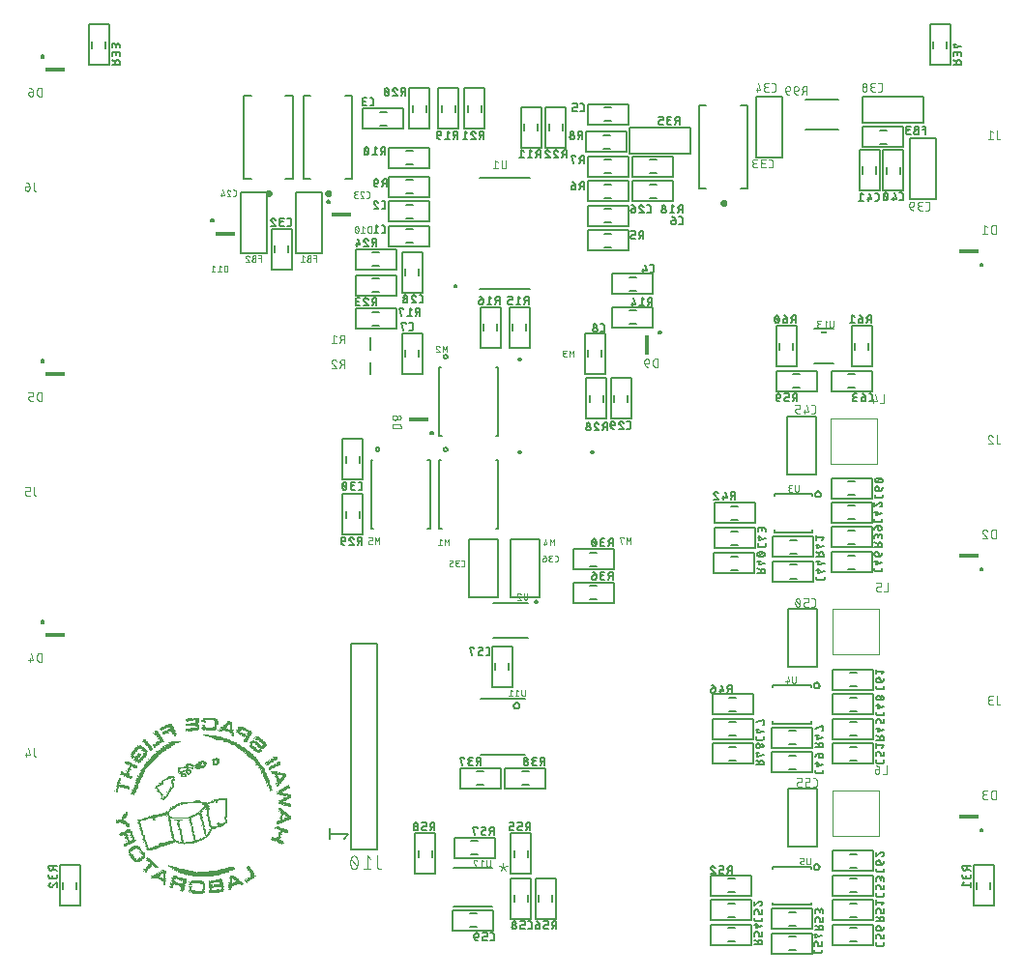
<source format=gbr>
G04 EAGLE Gerber RS-274X export*
G75*
%MOMM*%
%FSLAX34Y34*%
%LPD*%
%INSilkscreen Top*%
%IPPOS*%
%AMOC8*
5,1,8,0,0,1.08239X$1,22.5*%
G01*
%ADD10R,0.914400X0.025400*%
%ADD11R,0.076200X0.025400*%
%ADD12R,0.203200X0.025400*%
%ADD13R,0.050800X0.025400*%
%ADD14R,1.092200X0.025400*%
%ADD15R,0.279400X0.025400*%
%ADD16R,0.025400X0.025400*%
%ADD17R,0.406400X0.025400*%
%ADD18R,1.168400X0.025400*%
%ADD19R,0.431800X0.025400*%
%ADD20R,0.558800X0.025400*%
%ADD21R,0.228600X0.025400*%
%ADD22R,1.244600X0.025400*%
%ADD23R,0.152400X0.025400*%
%ADD24R,0.254000X0.025400*%
%ADD25R,0.584200X0.025400*%
%ADD26R,0.101600X0.025400*%
%ADD27R,0.177800X0.025400*%
%ADD28R,0.330200X0.025400*%
%ADD29R,0.482600X0.025400*%
%ADD30R,0.889000X0.025400*%
%ADD31R,0.304800X0.025400*%
%ADD32R,0.838200X0.025400*%
%ADD33R,0.457200X0.025400*%
%ADD34R,0.736600X0.025400*%
%ADD35R,0.990600X0.025400*%
%ADD36R,0.127000X0.025400*%
%ADD37R,0.381000X0.025400*%
%ADD38R,0.685800X0.025400*%
%ADD39R,0.635000X0.025400*%
%ADD40R,0.660400X0.025400*%
%ADD41R,0.508000X0.025400*%
%ADD42R,0.533400X0.025400*%
%ADD43R,1.219200X0.025400*%
%ADD44R,0.355600X0.025400*%
%ADD45R,0.812800X0.025400*%
%ADD46R,0.711200X0.025400*%
%ADD47R,0.609600X0.025400*%
%ADD48R,2.032000X0.025400*%
%ADD49R,2.362200X0.025400*%
%ADD50R,2.971800X0.025400*%
%ADD51R,3.352800X0.025400*%
%ADD52R,3.632200X0.025400*%
%ADD53R,1.701800X0.025400*%
%ADD54R,1.422400X0.025400*%
%ADD55R,1.371600X0.025400*%
%ADD56R,1.066800X0.025400*%
%ADD57R,0.965200X0.025400*%
%ADD58R,0.939800X0.025400*%
%ADD59R,0.863600X0.025400*%
%ADD60R,0.787400X0.025400*%
%ADD61R,1.549400X0.025400*%
%ADD62R,1.041400X0.025400*%
%ADD63R,0.762000X0.025400*%
%ADD64R,1.117600X0.025400*%
%ADD65R,1.193800X0.025400*%
%ADD66C,0.177800*%
%ADD67C,0.127000*%
%ADD68C,0.200000*%
%ADD69C,0.050800*%
%ADD70C,0.203200*%
%ADD71R,1.751741X0.401063*%
%ADD72C,0.076200*%
%ADD73R,0.401063X1.751741*%
%ADD74C,0.100000*%
%ADD75C,0.152400*%
%ADD76C,0.025400*%
%ADD77C,0.101600*%


D10*
X-739267Y107188D03*
D11*
X-734314Y107188D03*
D12*
X-725551Y107696D03*
D11*
X-724154Y107696D03*
D13*
X-726821Y107696D03*
D14*
X-738886Y107696D03*
D15*
X-721868Y108204D03*
D16*
X-727456Y108204D03*
X-744728Y108204D03*
D11*
X-720090Y108204D03*
D17*
X-725297Y108204D03*
D13*
X-727837Y108204D03*
D18*
X-738759Y108204D03*
D13*
X-745109Y108204D03*
D15*
X-717804Y108712D03*
D16*
X-728472Y108712D03*
D19*
X-737870Y108712D03*
D16*
X-745744Y108712D03*
X-716280Y108712D03*
D10*
X-723773Y108712D03*
D15*
X-734314Y108712D03*
D20*
X-742823Y108712D03*
D11*
X-752094Y108712D03*
D21*
X-741934Y109220D03*
D16*
X-752856Y109220D03*
D22*
X-722376Y109220D03*
D21*
X-734060Y109220D03*
D16*
X-740664Y109220D03*
D15*
X-744474Y109220D03*
D23*
X-751967Y109220D03*
D13*
X-753237Y109220D03*
D24*
X-723265Y109728D03*
D25*
X-719074Y109728D03*
D13*
X-724789Y109728D03*
D15*
X-727202Y109728D03*
D21*
X-734060Y109728D03*
D15*
X-744982Y109728D03*
D21*
X-752348Y109728D03*
D26*
X-710819Y110236D03*
D24*
X-720217Y110236D03*
D16*
X-710184Y110236D03*
D13*
X-711581Y110236D03*
D15*
X-717550Y110236D03*
D21*
X-727456Y110236D03*
X-734060Y110236D03*
X-745236Y110236D03*
D15*
X-752094Y110236D03*
D21*
X-710692Y110744D03*
X-717296Y110744D03*
X-727456Y110744D03*
X-733552Y110744D03*
X-745236Y110744D03*
D15*
X-752094Y110744D03*
D21*
X-710692Y111252D03*
X-717296Y111252D03*
D27*
X-727710Y111252D03*
D21*
X-733552Y111252D03*
X-745236Y111252D03*
D15*
X-752094Y111252D03*
D26*
X-761619Y111760D03*
D21*
X-710692Y111760D03*
X-717296Y111760D03*
D15*
X-727202Y111760D03*
D21*
X-733552Y111760D03*
X-745236Y111760D03*
D15*
X-751586Y111760D03*
D16*
X-760984Y111760D03*
D11*
X-724916Y112268D03*
D15*
X-710438Y112268D03*
D21*
X-717296Y112268D03*
D16*
X-724408Y112268D03*
D28*
X-726948Y112268D03*
D21*
X-733552Y112268D03*
X-745236Y112268D03*
D15*
X-751586Y112268D03*
D27*
X-761746Y112268D03*
D21*
X-722630Y112776D03*
D16*
X-763016Y112776D03*
D15*
X-710438Y112776D03*
X-717550Y112776D03*
D11*
X-721106Y112776D03*
D29*
X-726186Y112776D03*
D21*
X-733552Y112776D03*
X-745236Y112776D03*
D15*
X-751586Y112776D03*
D12*
X-761873Y112776D03*
D11*
X-719836Y113284D03*
D12*
X-744855Y113284D03*
D11*
X-753618Y113284D03*
D16*
X-763016Y113284D03*
D28*
X-710184Y113284D03*
X-717804Y113284D03*
D30*
X-724662Y113284D03*
D21*
X-733552Y113284D03*
D16*
X-743712Y113284D03*
D13*
X-746125Y113284D03*
D31*
X-751713Y113284D03*
D24*
X-761619Y113284D03*
D11*
X-725424Y113792D03*
X-754634Y113792D03*
D19*
X-709676Y113792D03*
D32*
X-720852Y113792D03*
D28*
X-727456Y113792D03*
D21*
X-733552Y113792D03*
D33*
X-751967Y113792D03*
D21*
X-761492Y113792D03*
D11*
X-706628Y114300D03*
D31*
X-723011Y114300D03*
D12*
X-744855Y114300D03*
D11*
X-755650Y114300D03*
D26*
X-767715Y114300D03*
D16*
X-706120Y114300D03*
D29*
X-709422Y114300D03*
X-719074Y114300D03*
D15*
X-727710Y114300D03*
D21*
X-733552Y114300D03*
D16*
X-743712Y114300D03*
D13*
X-746125Y114300D03*
D20*
X-752475Y114300D03*
D13*
X-756285Y114300D03*
D21*
X-761492Y114300D03*
D11*
X-766826Y114300D03*
D12*
X-700151Y114808D03*
D16*
X-705358Y114808D03*
D11*
X-720090Y114808D03*
D12*
X-758063Y114808D03*
D16*
X-699008Y114808D03*
D11*
X-704850Y114808D03*
D25*
X-708406Y114808D03*
D31*
X-718185Y114808D03*
D13*
X-720725Y114808D03*
D21*
X-727964Y114808D03*
X-733552Y114808D03*
X-744728Y114808D03*
D34*
X-753364Y114808D03*
D15*
X-761238Y114808D03*
D21*
X-767588Y114808D03*
D28*
X-700024Y115316D03*
D34*
X-707644Y115316D03*
D15*
X-718058Y115316D03*
D21*
X-727964Y115316D03*
X-733552Y115316D03*
X-744728Y115316D03*
X-750824Y115316D03*
D35*
X-757682Y115316D03*
D21*
X-767588Y115316D03*
D36*
X-702818Y115824D03*
D11*
X-707898Y115824D03*
X-735330Y115824D03*
D16*
X-751840Y115824D03*
D36*
X-754634Y115824D03*
D37*
X-700278Y115824D03*
D17*
X-705485Y115824D03*
D21*
X-710184Y115824D03*
D15*
X-718058Y115824D03*
D21*
X-727964Y115824D03*
D24*
X-733679Y115824D03*
D13*
X-735965Y115824D03*
D21*
X-744728Y115824D03*
D24*
X-750443Y115824D03*
D11*
X-753618Y115824D03*
D38*
X-758698Y115824D03*
D21*
X-767588Y115824D03*
D36*
X-706628Y116332D03*
D16*
X-711200Y116332D03*
D27*
X-725424Y116332D03*
D39*
X-739902Y116332D03*
D11*
X-756412Y116332D03*
X-761746Y116332D03*
D16*
X-695452Y116332D03*
D40*
X-702691Y116332D03*
D24*
X-709803Y116332D03*
D15*
X-718058Y116332D03*
D16*
X-724408Y116332D03*
D15*
X-727710Y116332D03*
D37*
X-734822Y116332D03*
D15*
X-744474Y116332D03*
X-750062Y116332D03*
D16*
X-755904Y116332D03*
D33*
X-759079Y116332D03*
D21*
X-767588Y116332D03*
D16*
X-695452Y116586D03*
X-705104Y116840D03*
X-723646Y116840D03*
X-745744Y116840D03*
X-695452Y116840D03*
D41*
X-702437Y116840D03*
D13*
X-705485Y116840D03*
D21*
X-709676Y116840D03*
X-718312Y116840D03*
D11*
X-723138Y116840D03*
D42*
X-726440Y116840D03*
D43*
X-739521Y116840D03*
D15*
X-750062Y116840D03*
D37*
X-759206Y116840D03*
D21*
X-767588Y116840D03*
D27*
X-696214Y117348D03*
D21*
X-721106Y117348D03*
D11*
X-734060Y117348D03*
D13*
X-758317Y117348D03*
X-695071Y117348D03*
D19*
X-702564Y117348D03*
D21*
X-709676Y117348D03*
D15*
X-718566Y117348D03*
D39*
X-725424Y117348D03*
D16*
X-733552Y117348D03*
D14*
X-739902Y117348D03*
D15*
X-750062Y117348D03*
D16*
X-757936Y117348D03*
D24*
X-759841Y117348D03*
D21*
X-767588Y117348D03*
D13*
X-694309Y117856D03*
D23*
X-726821Y117856D03*
D10*
X-740283Y117856D03*
D16*
X-769112Y117856D03*
X-693928Y117856D03*
D24*
X-695833Y117856D03*
D37*
X-703326Y117856D03*
D21*
X-709676Y117856D03*
D30*
X-721614Y117856D03*
D13*
X-727837Y117856D03*
D11*
X-735330Y117856D03*
D28*
X-750316Y117856D03*
D15*
X-760222Y117856D03*
D24*
X-767715Y117856D03*
D13*
X-769493Y117856D03*
D23*
X-724789Y118364D03*
D11*
X-752602Y118364D03*
D37*
X-695198Y118364D03*
X-703834Y118364D03*
D21*
X-709676Y118364D03*
D38*
X-720598Y118364D03*
D17*
X-750189Y118364D03*
D15*
X-760222Y118364D03*
D37*
X-768350Y118364D03*
D11*
X-696722Y118872D03*
D16*
X-706120Y118872D03*
D44*
X-721741Y118872D03*
D23*
X-754253Y118872D03*
D11*
X-770890Y118872D03*
D17*
X-694309Y118872D03*
D44*
X-704215Y118872D03*
D13*
X-706501Y118872D03*
D21*
X-709676Y118872D03*
D15*
X-718566Y118872D03*
D42*
X-750824Y118872D03*
D21*
X-759968Y118872D03*
D17*
X-768477Y118872D03*
D11*
X-695706Y119380D03*
D13*
X-703453Y119380D03*
D26*
X-718947Y119380D03*
D36*
X-749554Y119380D03*
D11*
X-755650Y119380D03*
X-771906Y119380D03*
D44*
X-693547Y119380D03*
D16*
X-703072Y119380D03*
D44*
X-705485Y119380D03*
D21*
X-709676Y119380D03*
D11*
X-718058Y119380D03*
D16*
X-748792Y119380D03*
D41*
X-752729Y119380D03*
D13*
X-756285Y119380D03*
D15*
X-759714Y119380D03*
D41*
X-768985Y119380D03*
D13*
X-691261Y119888D03*
X-751205Y119888D03*
D11*
X-757428Y119888D03*
D16*
X-690880Y119888D03*
D44*
X-693293Y119888D03*
D37*
X-705866Y119888D03*
D21*
X-709676Y119888D03*
D16*
X-750824Y119888D03*
D20*
X-754253Y119888D03*
D28*
X-759460Y119888D03*
D39*
X-769620Y119888D03*
D16*
X-693928Y120396D03*
D11*
X-752348Y120396D03*
D16*
X-760984Y120396D03*
X-773176Y120396D03*
D44*
X-692023Y120396D03*
D13*
X-694309Y120396D03*
D39*
X-707644Y120396D03*
D16*
X-751840Y120396D03*
D45*
X-756793Y120396D03*
D21*
X-767588Y120396D03*
D44*
X-771271Y120396D03*
D13*
X-773557Y120396D03*
D36*
X-777240Y120396D03*
D16*
X-692912Y120904D03*
D36*
X-754634Y120904D03*
D16*
X-774192Y120904D03*
X-778256Y120904D03*
D44*
X-691007Y120904D03*
D13*
X-693293Y120904D03*
D29*
X-707898Y120904D03*
D11*
X-753618Y120904D03*
D42*
X-757936Y120904D03*
D21*
X-767588Y120904D03*
D44*
X-772287Y120904D03*
D13*
X-774573Y120904D03*
D24*
X-776859Y120904D03*
D13*
X-778637Y120904D03*
D36*
X-758190Y121412D03*
D37*
X-690626Y121412D03*
D19*
X-708152Y121412D03*
D27*
X-756666Y121412D03*
D36*
X-759460Y121412D03*
D21*
X-767588Y121412D03*
D34*
X-775208Y121412D03*
D11*
X-691642Y121920D03*
D46*
X-734187Y121920D03*
D16*
X-757174Y121920D03*
X-758952Y121920D03*
X-778256Y121920D03*
D31*
X-689737Y121920D03*
D37*
X-708406Y121920D03*
D16*
X-730504Y121920D03*
D11*
X-756666Y121920D03*
D23*
X-758063Y121920D03*
D13*
X-759333Y121920D03*
D21*
X-767588Y121920D03*
D47*
X-775081Y121920D03*
D13*
X-778637Y121920D03*
D16*
X-758190Y122174D03*
D31*
X-708787Y122428D03*
D42*
X-727202Y122428D03*
D20*
X-741045Y122428D03*
D16*
X-777240Y122428D03*
D15*
X-689610Y122428D03*
D16*
X-707136Y122428D03*
X-724408Y122428D03*
D32*
X-734060Y122428D03*
D16*
X-758444Y122428D03*
D21*
X-767588Y122428D03*
D33*
X-774827Y122428D03*
D13*
X-777621Y122428D03*
D16*
X-723646Y122936D03*
D11*
X-744474Y122936D03*
D21*
X-689864Y122936D03*
D11*
X-723138Y122936D03*
D48*
X-733933Y122936D03*
D13*
X-745109Y122936D03*
D21*
X-767588Y122936D03*
D29*
X-774446Y122936D03*
D11*
X-691642Y123444D03*
D27*
X-721360Y123444D03*
D12*
X-746887Y123444D03*
D13*
X-771525Y123444D03*
D11*
X-775970Y123444D03*
D24*
X-689991Y123444D03*
D11*
X-720090Y123444D03*
D49*
X-734060Y123444D03*
D13*
X-748157Y123444D03*
D21*
X-767588Y123444D03*
D16*
X-771144Y123444D03*
D37*
X-773684Y123444D03*
D11*
X-718820Y123952D03*
D26*
X-749427Y123952D03*
D13*
X-770509Y123952D03*
D11*
X-774954Y123952D03*
D15*
X-690626Y123952D03*
D11*
X-718058Y123952D03*
D50*
X-734060Y123952D03*
D13*
X-750189Y123952D03*
D21*
X-767588Y123952D03*
D16*
X-770128Y123952D03*
D37*
X-772668Y123952D03*
D11*
X-716788Y124460D03*
D16*
X-750824Y124460D03*
D11*
X-773938Y124460D03*
D28*
X-690880Y124460D03*
D16*
X-716280Y124460D03*
D51*
X-733933Y124460D03*
D13*
X-751205Y124460D03*
D21*
X-767588Y124460D03*
D17*
X-771525Y124460D03*
D16*
X-715518Y124968D03*
D26*
X-752475Y124968D03*
D15*
X-691134Y124968D03*
D11*
X-715010Y124968D03*
D52*
X-733806Y124968D03*
D13*
X-753237Y124968D03*
D38*
X-769874Y124968D03*
D11*
X-713740Y125476D03*
D32*
X-735330Y125476D03*
D36*
X-754380Y125476D03*
D11*
X-771906Y125476D03*
D15*
X-691642Y125476D03*
D11*
X-712978Y125476D03*
D53*
X-722630Y125476D03*
D54*
X-746633Y125476D03*
D41*
X-768985Y125476D03*
D13*
X-772541Y125476D03*
D12*
X-729615Y125984D03*
D11*
X-741172Y125984D03*
X-755650Y125984D03*
D28*
X-691896Y125984D03*
D53*
X-720090Y125984D03*
D11*
X-740410Y125984D03*
D55*
X-748411Y125984D03*
D29*
X-768858Y125984D03*
D36*
X-784352Y125984D03*
D47*
X-724535Y126492D03*
D15*
X-744220Y126492D03*
D11*
X-756666Y126492D03*
D16*
X-770128Y126492D03*
X-785368Y126492D03*
D15*
X-692150Y126492D03*
D14*
X-716026Y126492D03*
D13*
X-727837Y126492D03*
D11*
X-742442Y126492D03*
D56*
X-750951Y126492D03*
D13*
X-757301Y126492D03*
D44*
X-768223Y126492D03*
D13*
X-770509Y126492D03*
D12*
X-784225Y126492D03*
D16*
X-693928Y127000D03*
D11*
X-709676Y127000D03*
D12*
X-719455Y127000D03*
D36*
X-747522Y127000D03*
D16*
X-757936Y127000D03*
D26*
X-768731Y127000D03*
D31*
X-692277Y127000D03*
D16*
X-709168Y127000D03*
D32*
X-714248Y127000D03*
D13*
X-720725Y127000D03*
D11*
X-746506Y127000D03*
D57*
X-752983Y127000D03*
D13*
X-758317Y127000D03*
D11*
X-767842Y127000D03*
D13*
X-769493Y127000D03*
D15*
X-784098Y127000D03*
D13*
X-708533Y127508D03*
D11*
X-749300Y127508D03*
D15*
X-692658Y127508D03*
D16*
X-708152Y127508D03*
D10*
X-713359Y127508D03*
D16*
X-748792Y127508D03*
D58*
X-754380Y127508D03*
D28*
X-783844Y127508D03*
D11*
X-694690Y128016D03*
D13*
X-707517Y128016D03*
D26*
X-716915Y128016D03*
D16*
X-751078Y128016D03*
X-785368Y128016D03*
D24*
X-693039Y128016D03*
D16*
X-707136Y128016D03*
D59*
X-712089Y128016D03*
D13*
X-717677Y128016D03*
D11*
X-750570Y128016D03*
D32*
X-755396Y128016D03*
D31*
X-783717Y128016D03*
D16*
X-706374Y128524D03*
D26*
X-714883Y128524D03*
D21*
X-753110Y128524D03*
D16*
X-759968Y128524D03*
X-784352Y128524D03*
D28*
X-693420Y128524D03*
D16*
X-706120Y128524D03*
D60*
X-710438Y128524D03*
D13*
X-715645Y128524D03*
D16*
X-751840Y128524D03*
D20*
X-757047Y128524D03*
D13*
X-760349Y128524D03*
D24*
X-782955Y128524D03*
D13*
X-784733Y128524D03*
D16*
X-706374Y129032D03*
D11*
X-712978Y129032D03*
X-755396Y129032D03*
D28*
X-693928Y129032D03*
D16*
X-706120Y129032D03*
D47*
X-709549Y129032D03*
D13*
X-713613Y129032D03*
D16*
X-754888Y129032D03*
D42*
X-758444Y129032D03*
D15*
X-782574Y129032D03*
D36*
X-707898Y129540D03*
D23*
X-711581Y129540D03*
D16*
X-757174Y129540D03*
D11*
X-761746Y129540D03*
D26*
X-774827Y129540D03*
D28*
X-693928Y129540D03*
D16*
X-707136Y129540D03*
D21*
X-709676Y129540D03*
D11*
X-756666Y129540D03*
D17*
X-759333Y129540D03*
D16*
X-774192Y129540D03*
D13*
X-775589Y129540D03*
D28*
X-782320Y129540D03*
D26*
X-709803Y130048D03*
D27*
X-758952Y130048D03*
D21*
X-694436Y130048D03*
D16*
X-709168Y130048D03*
X-757936Y130048D03*
D15*
X-761238Y130048D03*
X-774954Y130048D03*
D28*
X-781812Y130048D03*
D27*
X-694182Y130556D03*
D15*
X-761746Y130556D03*
D28*
X-775208Y130556D03*
D15*
X-781558Y130556D03*
D12*
X-762127Y131064D03*
D13*
X-779653Y131064D03*
D11*
X-694182Y131064D03*
D16*
X-760984Y131064D03*
D13*
X-763397Y131064D03*
D28*
X-775716Y131064D03*
D16*
X-779272Y131064D03*
D24*
X-781177Y131064D03*
D11*
X-763778Y131572D03*
D28*
X-776224Y131572D03*
X-780288Y131572D03*
D15*
X-776986Y132080D03*
D28*
X-780288Y132080D03*
D25*
X-778510Y132588D03*
D13*
X-776605Y133096D03*
D16*
X-776224Y133096D03*
D17*
X-778891Y133096D03*
D28*
X-778764Y133604D03*
D37*
X-779018Y134112D03*
D31*
X-792099Y134620D03*
D37*
X-779526Y134620D03*
D11*
X-790194Y134620D03*
D28*
X-780288Y135128D03*
D29*
X-791718Y135128D03*
D16*
X-794512Y135636D03*
D28*
X-780796Y135636D03*
D20*
X-791591Y135636D03*
D11*
X-783082Y136144D03*
D31*
X-781177Y136144D03*
D38*
X-791210Y136144D03*
D11*
X-791210Y136652D03*
X-795274Y136652D03*
D28*
X-781812Y136652D03*
D17*
X-788797Y136652D03*
D24*
X-793623Y136652D03*
D26*
X-782447Y137160D03*
D36*
X-781304Y137160D03*
D13*
X-783209Y137160D03*
D37*
X-788670Y137160D03*
D15*
X-794258Y137160D03*
D16*
X-782574Y137668D03*
X-783336Y137668D03*
D11*
X-782066Y137668D03*
D13*
X-782955Y137668D03*
D19*
X-787908Y137668D03*
D15*
X-794766Y137668D03*
D16*
X-782320Y137922D03*
D11*
X-789178Y138176D03*
D16*
X-796544Y138176D03*
X-782320Y138176D03*
D44*
X-787019Y138176D03*
D24*
X-795147Y138176D03*
D28*
X-786892Y138684D03*
D21*
X-795528Y138684D03*
D16*
X-787400Y139192D03*
D24*
X-786003Y139192D03*
D13*
X-787781Y139192D03*
D15*
X-795782Y139192D03*
D16*
X-797560Y139700D03*
D21*
X-785876Y139700D03*
D24*
X-796163Y139700D03*
D21*
X-785876Y140208D03*
X-796544Y140208D03*
X-785876Y140716D03*
D15*
X-796798Y140716D03*
D16*
X-798576Y141224D03*
D21*
X-786384Y141224D03*
D24*
X-797179Y141224D03*
D15*
X-786638Y141732D03*
D21*
X-797560Y141732D03*
D15*
X-786638Y142240D03*
D21*
X-798068Y142240D03*
D16*
X-788416Y142748D03*
D24*
X-787019Y142748D03*
D21*
X-798068Y142748D03*
D27*
X-787654Y143256D03*
D21*
X-798068Y143256D03*
D11*
X-789178Y143764D03*
D12*
X-787781Y143764D03*
D21*
X-798068Y143764D03*
X-788416Y144272D03*
D28*
X-797560Y144272D03*
D12*
X-781431Y144780D03*
D16*
X-780288Y144780D03*
D21*
X-788924Y144780D03*
D28*
X-797052Y144780D03*
D36*
X-779018Y145288D03*
D16*
X-798576Y145288D03*
X-778256Y145288D03*
D28*
X-781304Y145288D03*
D21*
X-788924Y145288D03*
D44*
X-796671Y145288D03*
D36*
X-776986Y145796D03*
D16*
X-783336Y145796D03*
X-790448Y145796D03*
X-797560Y145796D03*
D11*
X-775970Y145796D03*
D20*
X-780415Y145796D03*
D12*
X-789305Y145796D03*
D13*
X-790829Y145796D03*
D44*
X-795655Y145796D03*
D13*
X-797941Y145796D03*
D30*
X-779018Y146304D03*
D21*
X-789940Y146304D03*
D37*
X-795274Y146304D03*
D11*
X-773684Y146812D03*
D23*
X-779653Y146812D03*
D16*
X-791464Y146812D03*
D13*
X-792861Y146812D03*
D16*
X-796544Y146812D03*
X-773176Y146812D03*
D29*
X-776478Y146812D03*
D27*
X-782574Y146812D03*
D24*
X-790067Y146812D03*
D13*
X-791845Y146812D03*
D16*
X-792480Y146812D03*
D28*
X-794766Y146812D03*
D13*
X-796925Y146812D03*
X-772541Y147320D03*
D23*
X-777621Y147320D03*
D16*
X-795528Y147320D03*
X-772160Y147320D03*
D17*
X-774827Y147320D03*
D36*
X-782828Y147320D03*
D47*
X-792353Y147320D03*
D13*
X-795909Y147320D03*
D29*
X-773938Y147828D03*
D36*
X-782828Y147828D03*
D42*
X-792480Y147828D03*
D11*
X-770636Y148336D03*
X-774954Y148336D03*
X-794258Y148336D03*
X-769874Y148336D03*
D44*
X-772795Y148336D03*
D13*
X-775589Y148336D03*
D27*
X-783082Y148336D03*
D31*
X-792353Y148336D03*
D16*
X-802132Y148336D03*
X-802386Y148590D03*
D11*
X-768604Y148844D03*
X-773938Y148844D03*
D16*
X-784352Y148844D03*
D12*
X-792607Y148844D03*
D11*
X-801116Y148844D03*
X-802386Y148844D03*
D16*
X-768096Y148844D03*
D33*
X-771271Y148844D03*
D12*
X-783209Y148844D03*
D16*
X-791464Y148844D03*
X-800608Y148844D03*
D13*
X-801751Y148844D03*
X-803021Y148844D03*
D36*
X-766826Y149352D03*
D26*
X-802259Y149352D03*
D11*
X-765810Y149352D03*
D25*
X-770382Y149352D03*
D27*
X-783590Y149352D03*
X-800862Y149352D03*
D13*
X-803021Y149352D03*
D11*
X-764540Y149860D03*
D16*
X-764032Y149860D03*
D60*
X-768858Y149860D03*
D27*
X-784098Y149860D03*
D19*
X-801116Y149860D03*
D16*
X-763270Y150368D03*
D11*
X-798068Y150368D03*
D16*
X-802640Y150368D03*
X-664464Y150368D03*
X-750316Y150368D03*
D11*
X-762762Y150368D03*
D30*
X-767842Y150368D03*
D27*
X-784098Y150368D03*
D16*
X-797560Y150368D03*
D17*
X-800481Y150368D03*
D13*
X-803021Y150368D03*
D16*
X-664718Y150622D03*
X-750570Y150622D03*
D26*
X-665099Y150876D03*
D36*
X-748538Y150876D03*
D11*
X-761492Y150876D03*
X-664210Y150876D03*
X-747522Y150876D03*
D21*
X-750316Y150876D03*
D16*
X-760984Y150876D03*
D35*
X-766826Y150876D03*
D27*
X-784098Y150876D03*
D42*
X-799592Y150876D03*
D11*
X-664718Y151384D03*
X-666242Y151384D03*
D19*
X-743966Y151384D03*
D13*
X-747395Y151384D03*
X-748157Y151384D03*
D19*
X-753872Y151384D03*
D26*
X-767715Y151384D03*
X-770763Y151384D03*
D11*
X-796036Y151384D03*
D36*
X-801116Y151384D03*
D26*
X-663829Y151384D03*
D11*
X-665480Y151384D03*
D13*
X-666877Y151384D03*
D16*
X-741680Y151384D03*
D26*
X-746633Y151384D03*
D16*
X-747776Y151384D03*
D28*
X-750062Y151384D03*
D38*
X-763778Y151384D03*
D13*
X-768477Y151384D03*
D16*
X-770128Y151384D03*
D36*
X-784352Y151384D03*
D16*
X-795528Y151384D03*
D17*
X-798449Y151384D03*
D36*
X-668020Y151892D03*
X-740410Y151892D03*
D13*
X-741807Y151892D03*
X-742569Y151892D03*
D26*
X-747395Y151892D03*
D13*
X-755015Y151892D03*
D23*
X-757301Y151892D03*
D11*
X-759460Y151892D03*
D23*
X-765429Y151892D03*
D16*
X-785368Y151892D03*
X-794766Y151892D03*
D17*
X-665353Y151892D03*
D16*
X-739648Y151892D03*
D13*
X-741299Y151892D03*
D16*
X-742188Y151892D03*
D17*
X-744855Y151892D03*
D13*
X-748157Y151892D03*
D44*
X-752983Y151892D03*
D36*
X-755904Y151892D03*
D16*
X-758952Y151892D03*
D29*
X-762254Y151892D03*
D13*
X-766445Y151892D03*
D23*
X-784479Y151892D03*
D11*
X-794258Y151892D03*
D42*
X-797560Y151892D03*
D11*
X-669290Y152400D03*
D16*
X-738886Y152400D03*
D26*
X-742315Y152400D03*
D13*
X-755269Y152400D03*
D11*
X-763778Y152400D03*
D20*
X-666115Y152400D03*
D16*
X-738632Y152400D03*
D15*
X-740410Y152400D03*
D36*
X-751840Y152400D03*
D16*
X-754888Y152400D03*
D31*
X-757047Y152400D03*
D33*
X-761111Y152400D03*
D27*
X-784606Y152400D03*
D34*
X-796544Y152400D03*
D16*
X-664718Y152908D03*
D11*
X-670306Y152908D03*
D16*
X-737870Y152908D03*
D36*
X-756666Y152908D03*
D13*
X-758571Y152908D03*
D16*
X-760984Y152908D03*
D26*
X-762635Y152908D03*
D11*
X-797306Y152908D03*
D16*
X-800608Y152908D03*
D11*
X-664210Y152908D03*
D41*
X-667385Y152908D03*
D13*
X-670941Y152908D03*
D16*
X-737616Y152908D03*
D28*
X-739648Y152908D03*
D36*
X-751840Y152908D03*
D16*
X-755904Y152908D03*
D26*
X-757809Y152908D03*
D12*
X-759841Y152908D03*
D13*
X-761365Y152908D03*
D16*
X-762000Y152908D03*
D27*
X-784606Y152908D03*
D17*
X-794893Y152908D03*
D12*
X-799465Y152908D03*
D36*
X-666242Y153416D03*
X-672084Y153416D03*
D16*
X-736854Y153416D03*
X-738632Y153416D03*
D26*
X-741299Y153416D03*
D16*
X-752856Y153416D03*
D13*
X-758317Y153416D03*
D11*
X-796290Y153416D03*
D16*
X-665480Y153416D03*
D33*
X-669163Y153416D03*
D11*
X-736346Y153416D03*
D23*
X-737743Y153416D03*
D13*
X-739013Y153416D03*
D16*
X-740664Y153416D03*
D23*
X-751967Y153416D03*
D16*
X-757936Y153416D03*
D12*
X-759587Y153416D03*
D27*
X-785114Y153416D03*
D31*
X-794385Y153416D03*
D21*
X-799592Y153416D03*
D11*
X-673354Y153924D03*
D16*
X-737616Y153924D03*
D20*
X-670179Y153924D03*
D24*
X-736219Y153924D03*
D13*
X-737997Y153924D03*
D36*
X-741172Y153924D03*
X-752348Y153924D03*
D27*
X-759714Y153924D03*
D36*
X-785368Y153924D03*
D21*
X-794512Y153924D03*
X-799592Y153924D03*
D16*
X-674116Y154432D03*
D11*
X-734060Y154432D03*
D13*
X-735203Y154432D03*
D16*
X-736600Y154432D03*
X-752348Y154432D03*
X-786384Y154432D03*
D46*
X-670433Y154432D03*
D16*
X-733552Y154432D03*
D13*
X-734695Y154432D03*
D26*
X-735965Y154432D03*
D13*
X-736981Y154432D03*
D27*
X-741426Y154432D03*
D13*
X-751967Y154432D03*
X-752729Y154432D03*
D27*
X-759714Y154432D03*
D23*
X-785495Y154432D03*
D21*
X-795020Y154432D03*
X-800100Y154432D03*
D11*
X-670052Y154940D03*
D13*
X-732917Y154940D03*
X-735457Y154940D03*
D16*
X-752348Y154940D03*
X-801624Y154940D03*
D15*
X-667766Y154940D03*
D16*
X-669544Y154940D03*
D37*
X-672338Y154940D03*
D16*
X-732536Y154940D03*
D12*
X-734187Y154940D03*
D13*
X-735965Y154940D03*
D27*
X-741426Y154940D03*
D13*
X-751967Y154940D03*
X-752729Y154940D03*
D36*
X-759968Y154940D03*
D27*
X-785622Y154940D03*
D21*
X-795020Y154940D03*
D24*
X-800227Y154940D03*
D11*
X-734314Y155448D03*
D15*
X-667766Y155448D03*
X-672338Y155448D03*
D12*
X-732917Y155448D03*
D36*
X-741680Y155448D03*
X-752348Y155448D03*
X-759968Y155448D03*
D21*
X-785876Y155448D03*
D27*
X-795274Y155448D03*
D21*
X-800608Y155448D03*
D26*
X-673227Y155956D03*
D11*
X-731012Y155956D03*
X-733298Y155956D03*
D15*
X-667766Y155956D03*
D11*
X-672338Y155956D03*
D16*
X-730504Y155956D03*
D23*
X-732155Y155956D03*
D36*
X-741680Y155956D03*
D27*
X-752602Y155956D03*
D36*
X-759968Y155956D03*
D27*
X-786130Y155956D03*
D21*
X-795528Y155956D03*
D15*
X-800862Y155956D03*
D16*
X-760984Y156464D03*
D15*
X-667258Y156464D03*
D21*
X-731520Y156464D03*
D36*
X-741680Y156464D03*
X-752856Y156464D03*
D23*
X-760095Y156464D03*
D27*
X-786130Y156464D03*
D15*
X-795782Y156464D03*
D21*
X-801116Y156464D03*
X-667004Y156972D03*
X-731012Y156972D03*
D36*
X-741680Y156972D03*
X-752856Y156972D03*
D27*
X-760222Y156972D03*
X-786130Y156972D03*
D21*
X-796036Y156972D03*
X-801116Y156972D03*
D16*
X-742696Y157480D03*
D21*
X-667004Y157480D03*
D28*
X-730504Y157480D03*
D23*
X-741807Y157480D03*
D36*
X-752856Y157480D03*
D27*
X-760222Y157480D03*
X-786130Y157480D03*
D21*
X-796036Y157480D03*
D15*
X-801370Y157480D03*
D11*
X-806450Y157480D03*
D16*
X-760476Y157988D03*
X-797560Y157988D03*
D11*
X-805180Y157988D03*
D21*
X-667004Y157988D03*
D27*
X-729742Y157988D03*
D36*
X-731520Y157988D03*
X-742188Y157988D03*
D11*
X-753110Y157988D03*
D13*
X-760095Y157988D03*
X-760857Y157988D03*
D36*
X-786384Y157988D03*
D12*
X-796417Y157988D03*
D15*
X-801878Y157988D03*
D16*
X-804672Y157988D03*
D27*
X-806450Y157988D03*
D16*
X-667512Y158496D03*
X-760476Y158496D03*
D12*
X-666369Y158496D03*
D36*
X-729488Y158496D03*
D11*
X-731774Y158496D03*
D36*
X-742188Y158496D03*
D11*
X-753110Y158496D03*
D13*
X-760095Y158496D03*
X-760857Y158496D03*
D11*
X-786638Y158496D03*
D21*
X-796544Y158496D03*
D15*
X-801878Y158496D03*
D28*
X-805688Y158496D03*
D26*
X-742315Y159004D03*
X-753491Y159004D03*
X-760603Y159004D03*
D11*
X-786892Y159004D03*
D15*
X-666242Y159004D03*
D27*
X-729234Y159004D03*
D11*
X-731774Y159004D03*
D16*
X-741680Y159004D03*
X-752856Y159004D03*
X-759968Y159004D03*
X-786384Y159004D03*
X-787400Y159004D03*
D27*
X-796798Y159004D03*
D39*
X-804164Y159004D03*
D16*
X-667512Y159512D03*
D26*
X-732155Y159512D03*
D11*
X-806450Y159512D03*
D24*
X-666115Y159512D03*
D27*
X-729234Y159512D03*
D16*
X-731520Y159512D03*
D11*
X-742442Y159512D03*
D36*
X-753364Y159512D03*
X-760984Y159512D03*
D27*
X-787146Y159512D03*
D21*
X-797052Y159512D03*
D41*
X-803529Y159512D03*
D11*
X-805434Y160020D03*
D21*
X-665988Y160020D03*
D27*
X-728726Y160020D03*
D36*
X-732028Y160020D03*
X-742696Y160020D03*
D27*
X-753618Y160020D03*
D36*
X-760984Y160020D03*
D27*
X-787146Y160020D03*
D15*
X-797306Y160020D03*
D33*
X-802767Y160020D03*
D16*
X-661924Y160528D03*
X-667004Y160528D03*
D23*
X-660781Y160528D03*
D11*
X-799592Y160528D03*
D23*
X-804037Y160528D03*
D16*
X-659892Y160528D03*
X-661670Y160528D03*
D24*
X-665607Y160528D03*
D36*
X-728472Y160528D03*
D27*
X-732282Y160528D03*
D36*
X-742696Y160528D03*
X-753872Y160528D03*
X-760984Y160528D03*
X-787400Y160528D03*
D28*
X-797560Y160528D03*
X-801624Y160528D03*
D36*
X-662940Y161036D03*
D16*
X-743712Y161036D03*
X-762000Y161036D03*
D24*
X-661035Y161036D03*
D21*
X-665480Y161036D03*
D27*
X-728218Y161036D03*
D36*
X-732536Y161036D03*
D23*
X-742823Y161036D03*
D36*
X-753872Y161036D03*
D23*
X-761111Y161036D03*
D36*
X-787400Y161036D03*
D39*
X-799592Y161036D03*
D38*
X-663194Y161544D03*
D27*
X-728218Y161544D03*
D36*
X-732536Y161544D03*
D27*
X-742950Y161544D03*
D36*
X-753872Y161544D03*
D27*
X-761238Y161544D03*
D36*
X-787400Y161544D03*
D42*
X-799592Y161544D03*
D16*
X-743204Y162052D03*
X-761492Y162052D03*
X-788416Y162052D03*
D11*
X-801370Y162052D03*
D38*
X-663194Y162052D03*
D27*
X-727710Y162052D03*
D36*
X-732536Y162052D03*
D13*
X-742823Y162052D03*
X-743585Y162052D03*
D36*
X-753872Y162052D03*
D13*
X-761111Y162052D03*
X-761873Y162052D03*
D23*
X-787527Y162052D03*
D17*
X-798957Y162052D03*
D11*
X-660908Y162560D03*
X-667258Y162560D03*
D16*
X-728472Y162560D03*
X-743204Y162560D03*
X-754888Y162560D03*
X-761492Y162560D03*
D26*
X-788035Y162560D03*
D31*
X-799211Y162560D03*
D16*
X-660400Y162560D03*
D20*
X-664083Y162560D03*
D23*
X-727583Y162560D03*
D36*
X-732536Y162560D03*
D13*
X-742823Y162560D03*
X-743585Y162560D03*
D23*
X-753999Y162560D03*
D13*
X-761111Y162560D03*
X-761873Y162560D03*
D16*
X-787400Y162560D03*
X-797560Y162560D03*
D26*
X-733171Y163068D03*
D16*
X-743204Y163068D03*
X-761492Y163068D03*
D39*
X-664972Y163068D03*
D21*
X-726948Y163068D03*
D16*
X-732536Y163068D03*
D13*
X-742823Y163068D03*
X-743585Y163068D03*
D27*
X-754126Y163068D03*
D13*
X-761111Y163068D03*
X-761873Y163068D03*
D11*
X-788162Y163068D03*
D16*
X-663702Y163576D03*
D36*
X-669036Y163576D03*
D11*
X-724916Y163576D03*
D16*
X-743204Y163576D03*
D11*
X-663194Y163576D03*
D33*
X-666115Y163576D03*
D16*
X-724408Y163576D03*
D21*
X-726440Y163576D03*
D36*
X-733044Y163576D03*
D13*
X-742823Y163576D03*
X-743585Y163576D03*
D36*
X-754380Y163576D03*
D27*
X-761746Y163576D03*
D36*
X-788416Y163576D03*
X-665226Y164084D03*
D11*
X-670306Y164084D03*
D16*
X-723646Y164084D03*
D26*
X-733171Y164084D03*
X-754507Y164084D03*
D16*
X-789432Y164084D03*
X-664464Y164084D03*
D17*
X-667893Y164084D03*
D11*
X-723138Y164084D03*
D37*
X-725678Y164084D03*
D16*
X-732536Y164084D03*
D27*
X-743458Y164084D03*
D16*
X-753872Y164084D03*
D27*
X-761746Y164084D03*
D23*
X-788543Y164084D03*
D16*
X-670560Y164592D03*
D13*
X-670179Y164592D03*
D44*
X-668147Y164592D03*
D29*
X-725170Y164592D03*
D11*
X-733298Y164592D03*
D27*
X-743458Y164592D03*
D11*
X-754634Y164592D03*
D36*
X-762000Y164592D03*
D27*
X-788670Y164592D03*
D16*
X-667766Y165100D03*
D36*
X-725678Y165100D03*
D11*
X-667258Y165100D03*
D21*
X-669036Y165100D03*
D28*
X-723392Y165100D03*
D27*
X-727202Y165100D03*
D11*
X-733298Y165100D03*
D36*
X-743712Y165100D03*
D11*
X-754634Y165100D03*
D36*
X-762000Y165100D03*
X-788924Y165100D03*
D26*
X-669163Y165608D03*
D47*
X-721487Y165608D03*
D26*
X-799211Y165608D03*
D16*
X-668528Y165608D03*
X-718312Y165608D03*
D36*
X-727456Y165608D03*
X-733552Y165608D03*
X-743712Y165608D03*
X-754888Y165608D03*
X-762000Y165608D03*
X-788924Y165608D03*
D16*
X-798576Y165608D03*
D13*
X-799973Y165608D03*
X-717677Y166116D03*
D16*
X-728472Y166116D03*
X-717296Y166116D03*
D44*
X-719709Y166116D03*
D23*
X-727583Y166116D03*
D36*
X-733552Y166116D03*
D11*
X-743966Y166116D03*
D36*
X-754888Y166116D03*
D11*
X-762254Y166116D03*
D27*
X-789178Y166116D03*
D21*
X-799592Y166116D03*
D13*
X-716661Y166624D03*
D16*
X-734568Y166624D03*
D26*
X-762635Y166624D03*
D11*
X-801370Y166624D03*
D16*
X-716280Y166624D03*
D33*
X-719201Y166624D03*
D27*
X-727710Y166624D03*
D23*
X-733679Y166624D03*
D11*
X-743966Y166624D03*
D36*
X-754888Y166624D03*
D16*
X-762000Y166624D03*
D27*
X-789178Y166624D03*
D24*
X-799719Y166624D03*
D13*
X-715645Y167132D03*
D16*
X-727964Y167132D03*
D26*
X-744347Y167132D03*
D16*
X-755904Y167132D03*
X-715264Y167132D03*
D20*
X-718693Y167132D03*
D13*
X-727583Y167132D03*
X-728345Y167132D03*
D36*
X-734060Y167132D03*
D16*
X-743712Y167132D03*
D23*
X-755015Y167132D03*
D36*
X-762508Y167132D03*
X-789432Y167132D03*
D37*
X-800354Y167132D03*
D11*
X-718058Y167640D03*
D16*
X-721360Y167640D03*
X-727964Y167640D03*
X-734060Y167640D03*
D31*
X-716153Y167640D03*
D12*
X-720217Y167640D03*
D13*
X-727583Y167640D03*
X-728345Y167640D03*
X-733679Y167640D03*
X-734441Y167640D03*
D36*
X-744220Y167640D03*
X-755396Y167640D03*
D27*
X-762762Y167640D03*
D36*
X-789432Y167640D03*
D19*
X-800608Y167640D03*
D26*
X-668147Y168148D03*
D36*
X-716788Y168148D03*
D16*
X-727964Y168148D03*
X-734060Y168148D03*
X-755396Y168148D03*
D11*
X-803402Y168148D03*
D16*
X-667512Y168148D03*
D13*
X-668909Y168148D03*
D23*
X-715391Y168148D03*
D27*
X-720090Y168148D03*
D13*
X-727583Y168148D03*
X-728345Y168148D03*
X-733679Y168148D03*
X-734441Y168148D03*
D27*
X-744474Y168148D03*
D13*
X-755015Y168148D03*
X-755777Y168148D03*
D27*
X-762762Y168148D03*
D11*
X-789686Y168148D03*
D17*
X-800989Y168148D03*
D36*
X-666242Y168656D03*
D26*
X-713867Y168656D03*
D13*
X-715137Y168656D03*
D26*
X-728091Y168656D03*
D16*
X-734060Y168656D03*
X-755396Y168656D03*
D13*
X-790321Y168656D03*
D11*
X-804418Y168656D03*
D16*
X-665480Y168656D03*
D21*
X-668020Y168656D03*
D16*
X-713232Y168656D03*
D13*
X-714629Y168656D03*
X-715645Y168656D03*
D36*
X-720344Y168656D03*
D16*
X-727456Y168656D03*
D13*
X-733679Y168656D03*
X-734441Y168656D03*
D27*
X-744474Y168656D03*
D13*
X-755015Y168656D03*
X-755777Y168656D03*
D36*
X-763016Y168656D03*
D11*
X-789686Y168656D03*
D13*
X-790829Y168656D03*
D17*
X-802005Y168656D03*
D11*
X-809498Y168656D03*
D16*
X-755396Y169164D03*
D26*
X-808355Y169164D03*
D16*
X-809752Y169164D03*
D19*
X-667004Y169164D03*
D27*
X-713994Y169164D03*
D36*
X-728472Y169164D03*
D27*
X-734314Y169164D03*
D36*
X-744728Y169164D03*
D13*
X-755015Y169164D03*
X-755777Y169164D03*
D36*
X-763016Y169164D03*
D27*
X-790194Y169164D03*
D19*
X-803148Y169164D03*
D16*
X-807720Y169164D03*
D11*
X-809244Y169164D03*
D16*
X-669036Y169672D03*
D26*
X-663829Y169672D03*
D11*
X-668274Y169672D03*
D36*
X-806450Y169672D03*
D44*
X-666115Y169672D03*
D16*
X-668782Y169672D03*
D36*
X-713740Y169672D03*
X-728472Y169672D03*
D27*
X-734314Y169672D03*
D36*
X-744728Y169672D03*
D27*
X-755650Y169672D03*
D36*
X-763016Y169672D03*
D27*
X-790194Y169672D03*
D19*
X-803656Y169672D03*
D15*
X-808482Y169672D03*
D16*
X-662686Y170180D03*
X-667512Y170180D03*
X-713740Y170180D03*
X-764032Y170180D03*
D11*
X-662178Y170180D03*
D33*
X-665099Y170180D03*
D13*
X-667893Y170180D03*
X-713359Y170180D03*
X-714121Y170180D03*
D36*
X-728472Y170180D03*
X-734568Y170180D03*
X-744728Y170180D03*
D27*
X-755650Y170180D03*
D23*
X-763143Y170180D03*
D27*
X-790194Y170180D03*
D60*
X-805942Y170180D03*
D16*
X-713740Y170688D03*
D13*
X-788797Y170688D03*
D16*
X-809752Y170688D03*
D25*
X-664210Y170688D03*
D13*
X-713359Y170688D03*
X-714121Y170688D03*
D11*
X-728726Y170688D03*
D36*
X-734568Y170688D03*
X-744728Y170688D03*
X-755904Y170688D03*
D27*
X-763270Y170688D03*
D16*
X-788416Y170688D03*
D12*
X-790067Y170688D03*
D40*
X-806323Y170688D03*
D16*
X-660654Y171196D03*
X-745744Y171196D03*
D26*
X-787019Y171196D03*
D13*
X-788543Y171196D03*
X-790321Y171196D03*
D12*
X-807847Y171196D03*
D11*
X-660146Y171196D03*
D25*
X-663702Y171196D03*
D27*
X-713994Y171196D03*
D11*
X-728726Y171196D03*
D36*
X-734568Y171196D03*
D23*
X-744855Y171196D03*
D27*
X-755650Y171196D03*
X-763270Y171196D03*
D16*
X-776732Y171196D03*
X-786384Y171196D03*
D11*
X-787908Y171196D03*
D36*
X-789432Y171196D03*
D13*
X-790829Y171196D03*
D28*
X-805180Y171196D03*
D13*
X-809117Y171196D03*
D16*
X-776986Y171450D03*
D11*
X-658876Y171704D03*
D26*
X-729107Y171704D03*
X-735203Y171704D03*
D47*
X-755015Y171704D03*
D16*
X-763524Y171704D03*
D26*
X-776859Y171704D03*
X-784987Y171704D03*
D13*
X-786511Y171704D03*
D23*
X-788797Y171704D03*
D16*
X-805688Y171704D03*
X-658368Y171704D03*
D34*
X-662940Y171704D03*
D27*
X-713994Y171704D03*
D16*
X-728472Y171704D03*
X-734568Y171704D03*
D27*
X-744982Y171704D03*
D11*
X-751586Y171704D03*
D13*
X-758317Y171704D03*
X-763143Y171704D03*
X-763905Y171704D03*
D16*
X-776224Y171704D03*
D13*
X-777621Y171704D03*
D11*
X-784098Y171704D03*
X-785876Y171704D03*
D36*
X-787400Y171704D03*
D24*
X-804291Y171704D03*
D13*
X-806069Y171704D03*
X-657733Y172212D03*
D16*
X-728980Y172212D03*
X-735076Y172212D03*
X-763524Y172212D03*
D11*
X-776986Y172212D03*
X-782828Y172212D03*
D13*
X-785241Y172212D03*
X-786257Y172212D03*
D16*
X-657352Y172212D03*
D41*
X-660527Y172212D03*
D21*
X-665480Y172212D03*
D36*
X-714248Y172212D03*
D13*
X-728599Y172212D03*
X-729361Y172212D03*
X-734695Y172212D03*
X-735457Y172212D03*
D36*
X-745236Y172212D03*
D13*
X-763143Y172212D03*
X-763905Y172212D03*
X-776351Y172212D03*
X-777621Y172212D03*
D16*
X-782320Y172212D03*
D27*
X-784098Y172212D03*
D13*
X-785749Y172212D03*
X-786765Y172212D03*
D21*
X-804164Y172212D03*
D36*
X-661924Y172720D03*
D16*
X-666496Y172720D03*
X-728980Y172720D03*
X-735076Y172720D03*
D61*
X-754380Y172720D03*
D36*
X-781050Y172720D03*
D13*
X-782447Y172720D03*
D36*
X-784860Y172720D03*
D17*
X-659257Y172720D03*
D12*
X-665353Y172720D03*
D36*
X-714248Y172720D03*
D13*
X-728599Y172720D03*
X-729361Y172720D03*
X-734695Y172720D03*
X-735457Y172720D03*
D12*
X-745617Y172720D03*
D13*
X-762381Y172720D03*
D36*
X-763524Y172720D03*
D21*
X-777240Y172720D03*
D16*
X-780288Y172720D03*
D13*
X-781939Y172720D03*
D23*
X-783463Y172720D03*
D15*
X-803910Y172720D03*
D16*
X-660400Y173228D03*
D26*
X-750443Y173228D03*
D11*
X-759460Y173228D03*
D13*
X-762381Y173228D03*
D11*
X-779272Y173228D03*
D26*
X-782955Y173228D03*
D31*
X-658749Y173228D03*
D13*
X-660781Y173228D03*
D27*
X-665226Y173228D03*
D36*
X-714248Y173228D03*
D27*
X-729234Y173228D03*
X-735330Y173228D03*
D25*
X-747014Y173228D03*
D16*
X-758952Y173228D03*
D21*
X-760984Y173228D03*
D12*
X-763651Y173228D03*
D15*
X-777494Y173228D03*
X-781050Y173228D03*
D13*
X-783717Y173228D03*
D15*
X-803402Y173228D03*
D16*
X-745744Y173736D03*
X-781304Y173736D03*
X-804672Y173736D03*
D15*
X-658622Y173736D03*
D27*
X-665226Y173736D03*
D36*
X-714248Y173736D03*
D27*
X-729234Y173736D03*
X-735330Y173736D03*
D12*
X-744601Y173736D03*
D13*
X-746125Y173736D03*
D15*
X-763270Y173736D03*
D41*
X-778637Y173736D03*
D13*
X-781685Y173736D03*
D24*
X-803275Y173736D03*
D16*
X-742950Y174244D03*
X-743712Y174244D03*
X-744728Y174244D03*
D36*
X-774954Y174244D03*
D28*
X-658876Y174244D03*
D27*
X-665226Y174244D03*
X-713994Y174244D03*
X-729234Y174244D03*
D36*
X-735584Y174244D03*
D11*
X-742442Y174244D03*
D13*
X-743331Y174244D03*
D11*
X-744220Y174244D03*
D13*
X-745109Y174244D03*
D21*
X-763524Y174244D03*
D11*
X-773938Y174244D03*
D42*
X-778256Y174244D03*
D15*
X-802894Y174244D03*
D13*
X-657733Y174752D03*
D11*
X-661162Y174752D03*
X-741172Y174752D03*
D13*
X-743585Y174752D03*
D16*
X-765048Y174752D03*
D15*
X-771652Y174752D03*
D12*
X-779399Y174752D03*
D16*
X-657352Y174752D03*
D15*
X-659384Y174752D03*
D27*
X-665226Y174752D03*
X-713994Y174752D03*
D36*
X-729488Y174752D03*
X-735584Y174752D03*
D16*
X-740664Y174752D03*
D27*
X-742442Y174752D03*
D13*
X-744093Y174752D03*
D23*
X-764159Y174752D03*
D11*
X-769874Y174752D03*
D42*
X-775716Y174752D03*
D13*
X-780669Y174752D03*
D15*
X-802386Y174752D03*
D16*
X-713740Y175260D03*
D12*
X-776351Y175260D03*
D16*
X-803656Y175260D03*
D37*
X-660146Y175260D03*
D21*
X-664972Y175260D03*
D13*
X-713359Y175260D03*
X-714121Y175260D03*
D36*
X-729488Y175260D03*
X-735584Y175260D03*
D15*
X-741426Y175260D03*
D27*
X-764286Y175260D03*
D38*
X-771906Y175260D03*
D13*
X-777621Y175260D03*
D31*
X-802005Y175260D03*
D16*
X-713740Y175768D03*
X-730504Y175768D03*
X-736600Y175768D03*
D13*
X-741553Y175768D03*
D27*
X-767080Y175768D03*
D26*
X-773811Y175768D03*
D37*
X-660654Y175768D03*
D21*
X-664972Y175768D03*
D13*
X-713359Y175768D03*
X-714121Y175768D03*
D23*
X-729615Y175768D03*
X-735711Y175768D03*
D21*
X-740156Y175768D03*
D13*
X-742061Y175768D03*
D27*
X-764286Y175768D03*
D16*
X-766064Y175768D03*
D42*
X-770636Y175768D03*
D13*
X-774573Y175768D03*
D15*
X-801878Y175768D03*
D11*
X-663194Y176276D03*
D16*
X-713740Y176276D03*
D11*
X-738124Y176276D03*
X-740410Y176276D03*
D23*
X-771525Y176276D03*
D13*
X-800989Y176276D03*
D16*
X-802640Y176276D03*
D31*
X-661289Y176276D03*
D21*
X-664972Y176276D03*
D13*
X-713359Y176276D03*
X-714121Y176276D03*
D27*
X-729742Y176276D03*
X-735838Y176276D03*
D16*
X-737616Y176276D03*
D23*
X-739267Y176276D03*
D34*
X-767080Y176276D03*
D13*
X-772541Y176276D03*
D11*
X-800354Y176276D03*
D36*
X-801878Y176276D03*
D13*
X-803021Y176276D03*
D16*
X-713740Y176784D03*
X-737616Y176784D03*
D36*
X-769620Y176784D03*
D25*
X-663194Y176784D03*
D13*
X-713359Y176784D03*
X-714121Y176784D03*
D27*
X-729742Y176784D03*
D12*
X-736473Y176784D03*
X-738759Y176784D03*
D20*
X-766191Y176784D03*
D27*
X-801370Y176784D03*
D13*
X-660781Y177292D03*
D16*
X-713740Y177292D03*
D11*
X-738378Y177292D03*
D26*
X-767715Y177292D03*
D16*
X-660400Y177292D03*
D41*
X-663575Y177292D03*
D13*
X-713359Y177292D03*
X-714121Y177292D03*
D27*
X-729742Y177292D03*
D24*
X-736727Y177292D03*
D13*
X-739013Y177292D03*
D37*
X-765302Y177292D03*
D13*
X-768477Y177292D03*
D27*
X-801370Y177292D03*
D16*
X-713740Y177800D03*
D11*
X-737362Y177800D03*
D16*
X-766064Y177800D03*
D26*
X-801243Y177800D03*
D19*
X-663448Y177800D03*
D13*
X-713359Y177800D03*
X-714121Y177800D03*
D27*
X-729742Y177800D03*
D23*
X-736219Y177800D03*
D24*
X-764667Y177800D03*
D13*
X-766445Y177800D03*
D16*
X-800608Y177800D03*
X-713740Y178308D03*
D19*
X-663956Y178308D03*
D13*
X-713359Y178308D03*
X-714121Y178308D03*
D27*
X-729742Y178308D03*
X-735838Y178308D03*
D21*
X-764540Y178308D03*
D16*
X-713740Y178816D03*
X-736600Y178816D03*
X-765048Y178816D03*
D37*
X-664718Y178816D03*
D13*
X-713359Y178816D03*
X-714121Y178816D03*
D21*
X-729996Y178816D03*
D23*
X-735711Y178816D03*
X-764159Y178816D03*
D13*
X-765429Y178816D03*
D11*
X-667258Y179324D03*
D16*
X-713740Y179324D03*
D44*
X-665099Y179324D03*
D13*
X-713359Y179324D03*
X-714121Y179324D03*
D21*
X-729996Y179324D03*
D27*
X-735330Y179324D03*
D21*
X-763524Y179324D03*
D16*
X-713740Y179832D03*
D13*
X-735203Y179832D03*
D37*
X-665734Y179832D03*
D13*
X-713359Y179832D03*
X-714121Y179832D03*
D21*
X-729996Y179832D03*
D13*
X-734695Y179832D03*
D16*
X-735584Y179832D03*
D27*
X-763270Y179832D03*
D16*
X-713740Y180340D03*
X-731520Y180340D03*
D13*
X-733933Y180340D03*
D11*
X-761492Y180340D03*
D28*
X-665988Y180340D03*
D13*
X-713359Y180340D03*
X-714121Y180340D03*
D24*
X-730123Y180340D03*
D16*
X-733552Y180340D03*
D26*
X-734695Y180340D03*
D16*
X-760984Y180340D03*
D27*
X-762762Y180340D03*
D15*
X-666242Y180848D03*
D27*
X-713994Y180848D03*
D15*
X-730250Y180848D03*
D27*
X-734314Y180848D03*
D15*
X-761746Y180848D03*
D16*
X-667512Y181356D03*
D23*
X-666623Y181356D03*
D27*
X-713994Y181356D03*
D15*
X-730250Y181356D03*
D27*
X-733806Y181356D03*
D15*
X-761238Y181356D03*
D13*
X-759333Y181864D03*
D11*
X-666750Y181864D03*
D27*
X-713994Y181864D03*
D15*
X-730250Y181864D03*
D36*
X-733552Y181864D03*
D16*
X-758952Y181864D03*
D31*
X-761111Y181864D03*
D26*
X-733171Y182372D03*
D11*
X-761746Y182372D03*
D27*
X-713994Y182372D03*
D28*
X-730504Y182372D03*
D16*
X-732536Y182372D03*
D31*
X-759841Y182372D03*
D27*
X-713994Y182880D03*
D19*
X-731012Y182880D03*
D28*
X-759460Y182880D03*
D36*
X-657860Y183388D03*
D13*
X-757301Y183388D03*
D26*
X-759587Y183388D03*
D13*
X-658749Y183388D03*
D27*
X-713994Y183388D03*
D37*
X-730758Y183388D03*
D16*
X-756920Y183388D03*
D23*
X-758317Y183388D03*
D13*
X-760349Y183388D03*
D12*
X-660527Y183896D03*
D36*
X-755650Y183896D03*
D21*
X-658368Y183896D03*
D27*
X-713994Y183896D03*
D28*
X-731012Y183896D03*
D16*
X-754888Y183896D03*
D21*
X-757428Y183896D03*
D11*
X-662178Y184404D03*
D33*
X-659511Y184404D03*
D13*
X-662813Y184404D03*
D27*
X-713994Y184404D03*
D37*
X-731266Y184404D03*
X-756158Y184404D03*
D13*
X-657479Y184912D03*
D12*
X-664591Y184912D03*
D16*
X-733552Y184912D03*
D27*
X-752856Y184912D03*
D11*
X-756666Y184912D03*
D25*
X-660654Y184912D03*
D27*
X-713994Y184912D03*
D17*
X-731393Y184912D03*
D13*
X-733933Y184912D03*
D16*
X-751840Y184912D03*
D24*
X-755015Y184912D03*
D13*
X-757301Y184912D03*
D36*
X-659130Y185420D03*
D23*
X-666877Y185420D03*
D36*
X-750570Y185420D03*
X-755396Y185420D03*
D16*
X-658368Y185420D03*
D39*
X-662940Y185420D03*
D27*
X-713994Y185420D03*
D25*
X-731774Y185420D03*
D11*
X-749554Y185420D03*
D44*
X-752983Y185420D03*
D13*
X-660781Y185928D03*
X-749427Y185928D03*
D36*
X-751586Y185928D03*
D11*
X-753618Y185928D03*
D16*
X-660400Y185928D03*
D40*
X-664337Y185928D03*
D27*
X-713994Y185928D03*
D34*
X-731520Y185928D03*
D26*
X-748665Y185928D03*
D36*
X-750316Y185928D03*
D26*
X-752729Y185928D03*
D13*
X-754253Y185928D03*
D27*
X-662432Y186436D03*
D26*
X-721995Y186436D03*
D13*
X-726821Y186436D03*
X-728091Y186436D03*
D24*
X-731393Y186436D03*
D16*
X-734822Y186436D03*
D12*
X-736727Y186436D03*
X-740791Y186436D03*
D29*
X-748284Y186436D03*
D11*
X-752602Y186436D03*
D16*
X-661416Y186436D03*
D19*
X-665480Y186436D03*
D27*
X-713994Y186436D03*
D16*
X-721360Y186436D03*
D11*
X-726186Y186436D03*
X-727456Y186436D03*
D27*
X-729234Y186436D03*
D13*
X-732917Y186436D03*
D11*
X-734314Y186436D03*
X-735330Y186436D03*
D13*
X-737997Y186436D03*
D16*
X-739648Y186436D03*
D13*
X-742061Y186436D03*
D16*
X-745744Y186436D03*
D23*
X-751459Y186436D03*
D16*
X-751586Y186690D03*
D11*
X-724916Y186944D03*
D16*
X-725932Y186944D03*
D13*
X-726821Y186944D03*
D27*
X-728726Y186944D03*
D16*
X-738886Y186944D03*
X-741680Y186944D03*
D33*
X-744601Y186944D03*
D37*
X-665734Y186944D03*
D27*
X-713994Y186944D03*
D36*
X-721868Y186944D03*
D16*
X-724408Y186944D03*
D13*
X-725551Y186944D03*
X-726313Y186944D03*
D11*
X-727456Y186944D03*
D37*
X-736854Y186944D03*
D24*
X-740283Y186944D03*
D13*
X-742061Y186944D03*
D16*
X-751840Y186944D03*
X-713740Y187452D03*
X-726440Y187452D03*
D26*
X-741299Y187452D03*
D37*
X-665734Y187452D03*
D13*
X-713359Y187452D03*
X-714121Y187452D03*
D36*
X-721868Y187452D03*
D24*
X-725043Y187452D03*
D13*
X-726821Y187452D03*
D29*
X-738378Y187452D03*
D13*
X-742061Y187452D03*
D11*
X-667258Y187960D03*
D16*
X-713740Y187960D03*
X-723138Y187960D03*
D13*
X-725297Y187960D03*
D31*
X-738251Y187960D03*
D17*
X-664845Y187960D03*
D13*
X-713359Y187960D03*
X-714121Y187960D03*
D27*
X-722122Y187960D03*
X-724154Y187960D03*
D13*
X-725805Y187960D03*
D16*
X-736600Y187960D03*
D13*
X-740029Y187960D03*
D11*
X-661924Y188468D03*
X-666242Y188468D03*
D26*
X-713867Y188468D03*
D16*
X-661416Y188468D03*
D44*
X-664083Y188468D03*
D16*
X-713232Y188468D03*
D37*
X-722630Y188468D03*
D13*
X-719709Y188976D03*
D16*
X-720852Y188976D03*
D29*
X-663194Y188976D03*
D11*
X-713486Y188976D03*
X-719074Y188976D03*
X-720344Y188976D03*
D31*
X-722503Y188976D03*
D11*
X-664210Y189484D03*
D15*
X-716280Y189484D03*
D13*
X-718947Y189484D03*
X-719709Y189484D03*
D15*
X-722122Y189484D03*
D12*
X-769239Y189484D03*
D17*
X-661797Y189484D03*
D13*
X-664845Y189484D03*
D27*
X-713994Y189484D03*
D26*
X-718185Y189484D03*
D16*
X-719328Y189484D03*
D11*
X-720344Y189484D03*
D13*
X-723773Y189484D03*
D16*
X-768096Y189484D03*
D26*
X-713867Y189992D03*
X-718947Y189992D03*
D13*
X-769239Y189992D03*
D16*
X-770128Y189992D03*
D29*
X-661162Y189992D03*
D16*
X-713232Y189992D03*
D17*
X-716407Y189992D03*
D13*
X-719709Y189992D03*
D23*
X-768223Y189992D03*
D13*
X-769747Y189992D03*
D16*
X-662432Y190500D03*
D17*
X-660273Y190500D03*
D13*
X-662813Y190500D03*
D21*
X-768096Y190500D03*
D11*
X-769874Y190500D03*
D13*
X-657733Y191008D03*
D16*
X-661416Y191008D03*
X-766318Y191008D03*
X-657352Y191008D03*
D28*
X-659638Y191008D03*
D13*
X-661797Y191008D03*
D16*
X-766064Y191008D03*
D21*
X-767588Y191008D03*
D11*
X-769874Y191008D03*
D26*
X-767715Y191516D03*
D37*
X-659130Y191516D03*
D27*
X-766318Y191516D03*
D11*
X-769874Y191516D03*
D28*
X-658876Y192024D03*
D36*
X-766064Y192024D03*
D11*
X-769874Y192024D03*
D23*
X-661797Y192532D03*
D26*
X-765683Y192532D03*
D37*
X-659130Y192532D03*
D13*
X-662813Y192532D03*
D16*
X-765048Y192532D03*
D11*
X-769874Y192532D03*
D13*
X-657733Y193040D03*
D26*
X-664083Y193040D03*
D11*
X-770890Y193040D03*
D16*
X-657352Y193040D03*
D20*
X-660781Y193040D03*
D13*
X-664845Y193040D03*
D11*
X-765302Y193040D03*
D26*
X-770001Y193040D03*
D16*
X-794004Y193040D03*
X-794004Y193294D03*
D13*
X-658749Y193548D03*
D36*
X-665988Y193548D03*
D16*
X-658368Y193548D03*
D39*
X-662178Y193548D03*
D36*
X-765048Y193548D03*
D27*
X-770382Y193548D03*
D16*
X-794004Y193548D03*
D27*
X-660400Y194056D03*
D11*
X-667258Y194056D03*
D26*
X-764667Y194056D03*
D12*
X-795655Y194056D03*
D16*
X-659384Y194056D03*
D20*
X-664083Y194056D03*
D13*
X-667893Y194056D03*
D16*
X-764032Y194056D03*
D36*
X-770636Y194056D03*
D11*
X-794258Y194056D03*
D36*
X-663194Y194564D03*
D16*
X-668528Y194564D03*
X-796036Y194564D03*
D11*
X-662178Y194564D03*
D33*
X-666115Y194564D03*
D36*
X-764540Y194564D03*
D27*
X-770890Y194564D03*
D12*
X-794893Y194564D03*
D26*
X-796671Y194564D03*
D19*
X-666496Y195072D03*
D27*
X-764286Y195072D03*
X-771398Y195072D03*
D28*
X-795020Y195072D03*
D16*
X-765048Y195580D03*
D37*
X-666750Y195580D03*
D23*
X-764159Y195580D03*
D27*
X-771906Y195580D03*
D15*
X-794766Y195580D03*
D16*
X-668528Y196088D03*
D26*
X-772795Y196088D03*
D12*
X-809879Y196088D03*
D17*
X-666369Y196088D03*
D36*
X-764032Y196088D03*
D11*
X-771906Y196088D03*
D28*
X-794512Y196088D03*
D16*
X-808736Y196088D03*
D13*
X-663829Y196596D03*
X-763397Y196596D03*
D16*
X-663448Y196596D03*
D17*
X-666115Y196596D03*
D16*
X-763016Y196596D03*
D13*
X-763905Y196596D03*
D11*
X-772922Y196596D03*
D28*
X-794512Y196596D03*
D21*
X-809752Y196596D03*
D11*
X-667258Y197104D03*
D16*
X-764032Y197104D03*
D11*
X-773938Y197104D03*
D16*
X-810768Y197104D03*
D17*
X-664845Y197104D03*
D11*
X-674878Y197104D03*
D23*
X-763143Y197104D03*
D26*
X-773049Y197104D03*
D15*
X-794258Y197104D03*
D12*
X-809625Y197104D03*
D11*
X-661924Y197612D03*
D36*
X-665988Y197612D03*
D26*
X-674243Y197612D03*
D16*
X-795528Y197612D03*
X-661416Y197612D03*
D31*
X-663829Y197612D03*
D16*
X-673608Y197612D03*
D13*
X-675005Y197612D03*
D36*
X-763016Y197612D03*
D27*
X-773430Y197612D03*
D31*
X-793877Y197612D03*
D21*
X-809244Y197612D03*
D12*
X-674751Y198120D03*
D26*
X-762635Y198120D03*
D19*
X-662940Y198120D03*
D16*
X-673608Y198120D03*
X-762000Y198120D03*
D36*
X-774192Y198120D03*
D15*
X-793750Y198120D03*
D21*
X-809244Y198120D03*
D11*
X-664210Y198628D03*
D12*
X-674751Y198628D03*
D17*
X-661797Y198628D03*
D13*
X-664845Y198628D03*
D16*
X-673608Y198628D03*
D36*
X-762000Y198628D03*
X-774192Y198628D03*
D15*
X-793750Y198628D03*
D36*
X-799592Y198628D03*
D21*
X-809244Y198628D03*
D11*
X-663194Y199136D03*
D12*
X-674751Y199136D03*
D26*
X-774827Y199136D03*
D12*
X-801751Y199136D03*
D17*
X-660781Y199136D03*
D16*
X-673608Y199136D03*
D13*
X-676021Y199136D03*
D21*
X-761492Y199136D03*
D16*
X-774192Y199136D03*
D15*
X-793242Y199136D03*
D27*
X-799846Y199136D03*
D13*
X-803021Y199136D03*
D27*
X-808990Y199136D03*
D26*
X-675259Y199644D03*
D16*
X-761746Y199644D03*
D19*
X-660400Y199644D03*
D11*
X-674370Y199644D03*
D13*
X-676021Y199644D03*
D36*
X-760984Y199644D03*
D16*
X-762000Y199644D03*
D36*
X-775208Y199644D03*
D15*
X-792734Y199644D03*
D29*
X-801370Y199644D03*
D27*
X-808990Y199644D03*
D16*
X-661416Y200152D03*
D12*
X-675767Y200152D03*
D11*
X-761746Y200152D03*
D16*
X-798830Y200152D03*
X-799592Y200152D03*
D23*
X-805053Y200152D03*
D31*
X-659765Y200152D03*
D13*
X-661797Y200152D03*
D11*
X-674370Y200152D03*
D23*
X-760603Y200152D03*
D27*
X-774954Y200152D03*
D15*
X-792734Y200152D03*
D16*
X-798576Y200152D03*
D13*
X-799211Y200152D03*
D33*
X-802005Y200152D03*
D13*
X-806069Y200152D03*
D21*
X-808736Y200152D03*
D16*
X-660400Y200660D03*
D26*
X-669163Y200660D03*
D12*
X-675767Y200660D03*
D36*
X-800354Y200660D03*
D16*
X-806958Y200660D03*
X-809752Y200660D03*
D12*
X-659257Y200660D03*
D13*
X-660781Y200660D03*
D16*
X-668528Y200660D03*
D11*
X-674370Y200660D03*
D36*
X-760476Y200660D03*
D27*
X-774446Y200660D03*
D15*
X-792734Y200660D03*
D11*
X-799338Y200660D03*
D25*
X-803910Y200660D03*
D24*
X-808355Y200660D03*
D13*
X-659257Y201168D03*
D26*
X-669163Y201168D03*
D12*
X-675767Y201168D03*
X-773303Y201168D03*
D11*
X-658622Y201168D03*
D13*
X-659765Y201168D03*
D11*
X-668274Y201168D03*
X-674370Y201168D03*
D13*
X-677037Y201168D03*
D27*
X-760222Y201168D03*
D11*
X-771906Y201168D03*
D13*
X-774573Y201168D03*
D28*
X-792480Y201168D03*
D60*
X-805434Y201168D03*
D26*
X-669163Y201676D03*
D12*
X-675767Y201676D03*
D13*
X-773049Y201676D03*
D27*
X-803656Y201676D03*
D11*
X-658622Y201676D03*
X-668274Y201676D03*
D16*
X-674624Y201676D03*
D13*
X-677037Y201676D03*
D27*
X-760222Y201676D03*
X-771906Y201676D03*
D15*
X-792226Y201676D03*
D11*
X-802386Y201676D03*
D29*
X-806958Y201676D03*
D12*
X-668655Y202184D03*
D31*
X-676275Y202184D03*
D16*
X-793496Y202184D03*
D11*
X-806196Y202184D03*
D16*
X-667512Y202184D03*
X-674624Y202184D03*
D27*
X-760222Y202184D03*
D11*
X-770382Y202184D03*
D36*
X-771652Y202184D03*
D24*
X-792099Y202184D03*
D11*
X-805434Y202184D03*
D15*
X-807974Y202184D03*
D23*
X-668401Y202692D03*
D12*
X-676783Y202692D03*
D11*
X-667258Y202692D03*
D13*
X-669417Y202692D03*
D11*
X-675386Y202692D03*
D27*
X-760222Y202692D03*
D15*
X-770890Y202692D03*
D21*
X-791972Y202692D03*
X-808228Y202692D03*
D16*
X-668528Y203200D03*
X-669544Y203200D03*
D12*
X-676783Y203200D03*
D16*
X-772160Y203200D03*
D12*
X-667385Y203200D03*
D11*
X-669036Y203200D03*
X-675386Y203200D03*
D13*
X-678053Y203200D03*
D21*
X-760476Y203200D03*
D31*
X-770509Y203200D03*
D21*
X-791972Y203200D03*
X-808228Y203200D03*
D12*
X-676783Y203708D03*
D11*
X-770890Y203708D03*
D28*
X-667512Y203708D03*
D11*
X-675386Y203708D03*
D13*
X-678053Y203708D03*
D36*
X-760984Y203708D03*
D23*
X-769747Y203708D03*
D13*
X-771525Y203708D03*
D15*
X-791718Y203708D03*
X-807974Y203708D03*
D31*
X-677291Y204216D03*
D15*
X-667258Y204216D03*
D16*
X-675640Y204216D03*
D36*
X-760984Y204216D03*
D11*
X-769874Y204216D03*
D15*
X-791718Y204216D03*
D21*
X-807720Y204216D03*
D31*
X-677291Y204724D03*
D26*
X-769747Y204724D03*
D16*
X-808736Y204724D03*
D28*
X-667004Y204724D03*
D16*
X-675640Y204724D03*
D36*
X-760984Y204724D03*
D16*
X-769112Y204724D03*
D15*
X-791210Y204724D03*
D12*
X-807593Y204724D03*
D31*
X-677291Y205232D03*
D26*
X-769747Y205232D03*
D19*
X-667004Y205232D03*
D16*
X-675640Y205232D03*
D36*
X-760984Y205232D03*
D11*
X-768858Y205232D03*
D28*
X-790956Y205232D03*
D27*
X-807466Y205232D03*
D31*
X-677291Y205740D03*
D26*
X-768731Y205740D03*
D16*
X-792480Y205740D03*
D29*
X-666750Y205740D03*
D16*
X-675640Y205740D03*
D13*
X-679069Y205740D03*
D27*
X-760222Y205740D03*
D16*
X-768096Y205740D03*
D31*
X-790829Y205740D03*
D27*
X-807466Y205740D03*
D26*
X-668147Y206248D03*
D31*
X-678307Y206248D03*
D16*
X-760984Y206248D03*
D26*
X-767715Y206248D03*
D28*
X-665988Y206248D03*
D13*
X-668909Y206248D03*
D11*
X-676402Y206248D03*
D12*
X-759841Y206248D03*
D16*
X-767080Y206248D03*
D13*
X-768477Y206248D03*
D15*
X-790702Y206248D03*
D21*
X-807212Y206248D03*
D13*
X-663829Y206756D03*
D12*
X-668655Y206756D03*
D31*
X-678307Y206756D03*
D12*
X-767207Y206756D03*
D16*
X-663448Y206756D03*
D24*
X-665353Y206756D03*
D16*
X-667512Y206756D03*
X-676656Y206756D03*
D27*
X-759714Y206756D03*
D11*
X-765810Y206756D03*
D28*
X-790448Y206756D03*
D21*
X-807212Y206756D03*
D12*
X-668655Y207264D03*
D31*
X-678307Y207264D03*
D11*
X-759460Y207264D03*
D15*
X-664718Y207264D03*
D16*
X-667512Y207264D03*
X-676656Y207264D03*
X-758952Y207264D03*
X-759968Y207264D03*
D21*
X-765556Y207264D03*
D28*
X-789940Y207264D03*
D21*
X-807212Y207264D03*
D12*
X-668655Y207772D03*
D31*
X-678307Y207772D03*
D27*
X-763016Y207772D03*
D11*
X-765810Y207772D03*
D16*
X-791464Y207772D03*
D12*
X-797687Y207772D03*
D26*
X-807339Y207772D03*
D28*
X-664464Y207772D03*
D16*
X-667512Y207772D03*
X-676656Y207772D03*
D13*
X-680085Y207772D03*
D11*
X-759206Y207772D03*
D16*
X-762000Y207772D03*
D23*
X-764667Y207772D03*
D31*
X-789813Y207772D03*
D16*
X-796544Y207772D03*
X-806704Y207772D03*
D26*
X-669163Y208280D03*
D12*
X-678815Y208280D03*
D16*
X-761238Y208280D03*
D11*
X-764794Y208280D03*
X-799338Y208280D03*
D28*
X-663956Y208280D03*
D11*
X-668274Y208280D03*
D13*
X-669925Y208280D03*
D11*
X-677418Y208280D03*
D13*
X-680085Y208280D03*
D11*
X-759206Y208280D03*
X-760730Y208280D03*
D31*
X-762889Y208280D03*
D28*
X-789432Y208280D03*
D31*
X-797433Y208280D03*
D16*
X-668782Y208788D03*
D12*
X-678815Y208788D03*
D15*
X-663702Y208788D03*
D11*
X-668274Y208788D03*
D36*
X-669544Y208788D03*
D11*
X-677418Y208788D03*
D13*
X-680085Y208788D03*
D42*
X-761492Y208788D03*
D28*
X-789432Y208788D03*
D19*
X-798068Y208788D03*
D16*
X-670560Y209296D03*
D31*
X-679323Y209296D03*
D17*
X-750951Y209296D03*
D36*
X-763524Y209296D03*
X-801116Y209296D03*
D15*
X-663194Y209296D03*
D24*
X-669163Y209296D03*
D11*
X-677418Y209296D03*
D16*
X-748792Y209296D03*
D17*
X-760857Y209296D03*
D19*
X-788924Y209296D03*
D33*
X-798195Y209296D03*
D31*
X-679323Y209804D03*
D12*
X-761111Y209804D03*
D16*
X-797814Y209804D03*
D11*
X-802386Y209804D03*
D28*
X-662940Y209804D03*
D21*
X-669544Y209804D03*
D16*
X-677672Y209804D03*
D13*
X-681101Y209804D03*
D29*
X-751078Y209804D03*
D11*
X-759714Y209804D03*
D13*
X-762381Y209804D03*
D37*
X-788670Y209804D03*
D11*
X-797306Y209804D03*
D17*
X-799973Y209804D03*
D12*
X-679831Y210312D03*
D16*
X-790448Y210312D03*
D28*
X-662940Y210312D03*
D27*
X-669798Y210312D03*
D11*
X-678434Y210312D03*
D13*
X-681101Y210312D03*
D36*
X-749300Y210312D03*
D27*
X-752602Y210312D03*
D17*
X-788289Y210312D03*
D29*
X-800862Y210312D03*
D24*
X-666369Y210820D03*
D12*
X-679831Y210820D03*
D36*
X-804164Y210820D03*
D37*
X-663194Y210820D03*
D13*
X-667893Y210820D03*
D21*
X-670052Y210820D03*
D11*
X-678434Y210820D03*
D13*
X-681101Y210820D03*
D36*
X-749300Y210820D03*
D27*
X-752602Y210820D03*
D37*
X-788162Y210820D03*
D33*
X-801243Y210820D03*
D31*
X-680339Y211328D03*
D12*
X-746887Y211328D03*
D11*
X-749300Y211328D03*
X-750824Y211328D03*
D13*
X-805561Y211328D03*
D35*
X-666750Y211328D03*
D11*
X-678434Y211328D03*
D16*
X-745744Y211328D03*
X-748792Y211328D03*
D11*
X-750062Y211328D03*
D21*
X-752348Y211328D03*
D37*
X-788162Y211328D03*
D42*
X-802640Y211328D03*
D13*
X-806069Y211328D03*
D23*
X-672973Y211836D03*
D31*
X-680339Y211836D03*
D13*
X-746887Y211836D03*
D62*
X-667004Y211836D03*
D16*
X-678688Y211836D03*
D23*
X-745871Y211836D03*
D11*
X-747522Y211836D03*
D19*
X-751840Y211836D03*
D37*
X-787654Y211836D03*
D38*
X-802894Y211836D03*
D28*
X-664210Y212344D03*
D31*
X-680339Y212344D03*
D11*
X-746506Y212344D03*
D16*
X-789432Y212344D03*
X-802894Y212344D03*
X-662432Y212344D03*
D60*
X-669798Y212344D03*
D16*
X-678688Y212344D03*
D13*
X-682117Y212344D03*
D26*
X-745617Y212344D03*
D36*
X-747776Y212344D03*
D19*
X-752348Y212344D03*
D17*
X-787273Y212344D03*
D15*
X-800354Y212344D03*
D11*
X-802386Y212344D03*
D28*
X-804672Y212344D03*
D27*
X-667512Y212852D03*
D31*
X-681355Y212852D03*
D26*
X-745363Y212852D03*
D16*
X-748792Y212852D03*
X-754888Y212852D03*
D13*
X-804037Y212852D03*
D16*
X-666496Y212852D03*
D25*
X-671322Y212852D03*
D11*
X-679450Y212852D03*
X-744474Y212852D03*
D23*
X-747903Y212852D03*
D11*
X-751586Y212852D03*
D12*
X-753745Y212852D03*
D37*
X-787146Y212852D03*
D21*
X-800100Y212852D03*
D16*
X-803656Y212852D03*
D12*
X-805307Y212852D03*
D36*
X-670306Y213360D03*
D31*
X-681355Y213360D03*
D26*
X-805307Y213360D03*
D11*
X-669290Y213360D03*
D28*
X-672592Y213360D03*
D16*
X-679704Y213360D03*
D36*
X-744728Y213360D03*
X-748284Y213360D03*
D11*
X-751586Y213360D03*
D21*
X-753872Y213360D03*
D28*
X-786892Y213360D03*
D27*
X-799846Y213360D03*
D16*
X-804672Y213360D03*
D12*
X-672719Y213868D03*
D31*
X-681355Y213868D03*
D26*
X-751459Y213868D03*
D11*
X-755650Y213868D03*
D16*
X-671576Y213868D03*
D13*
X-673989Y213868D03*
D16*
X-679704Y213868D03*
D36*
X-744728Y213868D03*
X-748284Y213868D03*
D16*
X-750824Y213868D03*
D12*
X-754253Y213868D03*
D28*
X-786892Y213868D03*
D21*
X-799592Y213868D03*
D31*
X-681355Y214376D03*
D16*
X-748284Y214376D03*
D21*
X-749808Y214376D03*
D16*
X-788416Y214376D03*
X-800608Y214376D03*
X-679704Y214376D03*
D36*
X-744728Y214376D03*
D26*
X-747649Y214376D03*
D16*
X-748538Y214376D03*
D13*
X-751205Y214376D03*
D21*
X-755396Y214376D03*
D31*
X-786765Y214376D03*
D12*
X-799465Y214376D03*
X-681863Y214884D03*
D26*
X-745363Y214884D03*
D11*
X-680466Y214884D03*
X-744474Y214884D03*
D13*
X-746125Y214884D03*
D21*
X-747776Y214884D03*
D27*
X-755650Y214884D03*
D28*
X-786384Y214884D03*
D21*
X-799084Y214884D03*
D27*
X-681990Y215392D03*
D13*
X-746125Y215392D03*
D16*
X-748792Y215392D03*
X-675132Y215392D03*
D26*
X-680593Y215392D03*
D13*
X-683133Y215392D03*
D11*
X-745490Y215392D03*
D21*
X-747522Y215392D03*
D27*
X-755650Y215392D03*
D28*
X-786384Y215392D03*
D15*
X-798830Y215392D03*
D16*
X-675386Y215646D03*
D12*
X-674751Y215900D03*
D36*
X-682244Y215900D03*
D26*
X-738251Y215900D03*
X-743331Y215900D03*
D13*
X-747141Y215900D03*
X-754253Y215900D03*
D16*
X-673608Y215900D03*
D26*
X-681101Y215900D03*
D13*
X-683133Y215900D03*
D16*
X-737616Y215900D03*
D13*
X-739013Y215900D03*
D16*
X-742696Y215900D03*
X-746760Y215900D03*
D26*
X-747903Y215900D03*
D16*
X-753872Y215900D03*
D12*
X-755523Y215900D03*
D37*
X-785622Y215900D03*
D21*
X-798576Y215900D03*
D27*
X-674624Y216408D03*
D12*
X-682879Y216408D03*
D13*
X-736981Y216408D03*
D16*
X-754126Y216408D03*
X-799592Y216408D03*
X-673608Y216408D03*
X-675640Y216408D03*
D11*
X-681482Y216408D03*
D16*
X-736600Y216408D03*
D24*
X-738505Y216408D03*
D21*
X-743204Y216408D03*
D11*
X-748030Y216408D03*
D16*
X-753872Y216408D03*
D27*
X-755142Y216408D03*
D28*
X-785368Y216408D03*
D12*
X-798449Y216408D03*
D16*
X-742188Y216662D03*
D24*
X-673989Y216916D03*
D16*
X-675640Y216916D03*
D27*
X-683006Y216916D03*
D36*
X-735330Y216916D03*
D28*
X-745490Y216916D03*
D15*
X-751332Y216916D03*
D16*
X-754888Y216916D03*
D26*
X-793115Y216916D03*
D11*
X-672338Y216916D03*
D16*
X-675386Y216916D03*
D13*
X-676021Y216916D03*
D26*
X-681609Y216916D03*
D13*
X-684149Y216916D03*
D11*
X-734314Y216916D03*
D19*
X-738124Y216916D03*
D16*
X-742188Y216916D03*
D11*
X-743458Y216916D03*
D36*
X-747776Y216916D03*
D11*
X-749554Y216916D03*
D12*
X-753745Y216916D03*
D13*
X-755269Y216916D03*
D37*
X-785114Y216916D03*
D11*
X-792226Y216916D03*
D21*
X-798068Y216916D03*
D13*
X-742315Y217170D03*
D16*
X-742442Y217424D03*
D27*
X-672592Y217424D03*
D23*
X-683387Y217424D03*
D13*
X-684657Y217424D03*
D16*
X-740664Y217424D03*
X-745998Y217424D03*
D13*
X-749427Y217424D03*
X-750189Y217424D03*
D11*
X-753618Y217424D03*
X-794258Y217424D03*
X-671322Y217424D03*
D21*
X-674624Y217424D03*
D26*
X-682117Y217424D03*
D16*
X-684276Y217424D03*
D63*
X-736727Y217424D03*
D16*
X-742188Y217424D03*
X-742696Y217424D03*
X-745744Y217424D03*
D31*
X-747649Y217424D03*
D16*
X-749808Y217424D03*
D15*
X-751840Y217424D03*
D13*
X-754253Y217424D03*
D28*
X-784860Y217424D03*
D24*
X-792607Y217424D03*
D21*
X-798068Y217424D03*
D13*
X-742315Y217678D03*
D16*
X-749808Y217932D03*
D13*
X-782701Y217932D03*
D11*
X-795274Y217932D03*
D29*
X-672846Y217932D03*
D15*
X-683514Y217932D03*
D29*
X-734822Y217932D03*
D15*
X-739394Y217932D03*
D16*
X-742188Y217932D03*
X-742696Y217932D03*
D31*
X-748157Y217932D03*
D13*
X-750189Y217932D03*
D16*
X-782320Y217932D03*
D31*
X-784479Y217932D03*
D44*
X-793115Y217932D03*
D21*
X-797560Y217932D03*
D13*
X-669925Y218440D03*
D11*
X-674370Y218440D03*
D36*
X-735838Y218440D03*
D13*
X-791845Y218440D03*
D16*
X-669544Y218440D03*
D37*
X-672084Y218440D03*
D28*
X-683768Y218440D03*
X-733552Y218440D03*
D16*
X-736600Y218440D03*
X-737108Y218440D03*
D15*
X-739394Y218440D03*
D36*
X-742696Y218440D03*
D21*
X-748284Y218440D03*
D37*
X-784098Y218440D03*
D16*
X-791464Y218440D03*
D40*
X-795401Y218440D03*
D16*
X-737108Y218694D03*
X-668782Y218948D03*
D36*
X-673100Y218948D03*
D11*
X-734314Y218948D03*
D16*
X-738124Y218948D03*
X-740664Y218948D03*
D26*
X-744347Y218948D03*
D13*
X-781685Y218948D03*
D11*
X-792988Y218948D03*
X-668274Y218948D03*
D44*
X-670687Y218948D03*
D28*
X-684276Y218948D03*
D12*
X-732917Y218948D03*
D23*
X-737235Y218948D03*
D21*
X-739394Y218948D03*
D27*
X-742950Y218948D03*
X-748030Y218948D03*
D16*
X-781304Y218948D03*
D44*
X-783717Y218948D03*
D16*
X-792480Y218948D03*
D42*
X-796036Y218948D03*
D11*
X-722884Y219456D03*
D26*
X-725043Y219456D03*
D11*
X-737362Y219456D03*
D16*
X-742950Y219456D03*
X-748792Y219456D03*
D19*
X-670052Y219456D03*
D28*
X-684784Y219456D03*
D16*
X-722376Y219456D03*
D36*
X-723900Y219456D03*
D21*
X-732536Y219456D03*
D26*
X-736473Y219456D03*
D24*
X-739013Y219456D03*
D16*
X-742696Y219456D03*
D21*
X-744220Y219456D03*
D23*
X-747903Y219456D03*
D19*
X-782828Y219456D03*
D29*
X-796290Y219456D03*
D11*
X-667004Y219964D03*
X-671322Y219964D03*
D26*
X-677291Y219964D03*
D16*
X-686816Y219964D03*
D13*
X-721741Y219964D03*
D26*
X-723773Y219964D03*
D13*
X-744093Y219964D03*
X-794893Y219964D03*
D11*
X-799338Y219964D03*
D16*
X-666496Y219964D03*
D44*
X-669163Y219964D03*
D16*
X-676656Y219964D03*
D13*
X-678053Y219964D03*
D44*
X-684911Y219964D03*
D13*
X-687197Y219964D03*
D16*
X-721360Y219964D03*
D36*
X-722630Y219964D03*
X-724916Y219964D03*
D21*
X-732536Y219964D03*
D19*
X-738124Y219964D03*
D16*
X-743712Y219964D03*
D17*
X-746379Y219964D03*
D19*
X-782828Y219964D03*
D16*
X-794512Y219964D03*
D37*
X-797052Y219964D03*
D16*
X-723900Y220218D03*
D11*
X-670306Y220472D03*
D13*
X-676021Y220472D03*
D16*
X-678688Y220472D03*
D13*
X-720725Y220472D03*
X-723011Y220472D03*
D36*
X-739140Y220472D03*
D26*
X-745363Y220472D03*
D36*
X-747268Y220472D03*
D11*
X-796036Y220472D03*
X-800354Y220472D03*
D17*
X-667893Y220472D03*
D16*
X-675640Y220472D03*
D21*
X-677418Y220472D03*
D28*
X-685800Y220472D03*
D16*
X-720344Y220472D03*
D27*
X-721868Y220472D03*
D16*
X-723392Y220472D03*
D27*
X-724662Y220472D03*
D15*
X-732790Y220472D03*
D31*
X-736981Y220472D03*
D16*
X-744728Y220472D03*
D11*
X-746252Y220472D03*
D19*
X-782320Y220472D03*
D16*
X-795528Y220472D03*
D44*
X-798195Y220472D03*
D13*
X-800989Y220472D03*
D16*
X-801624Y220980D03*
D37*
X-667766Y220980D03*
D28*
X-677164Y220980D03*
X-685800Y220980D03*
D21*
X-721360Y220980D03*
D36*
X-724916Y220980D03*
D15*
X-732790Y220980D03*
X-736854Y220980D03*
D37*
X-782066Y220980D03*
D33*
X-799211Y220980D03*
D16*
X-668528Y221488D03*
D13*
X-675005Y221488D03*
D16*
X-678688Y221488D03*
X-687832Y221488D03*
D13*
X-779653Y221488D03*
X-797941Y221488D03*
D12*
X-667385Y221488D03*
D13*
X-668909Y221488D03*
D16*
X-674624Y221488D03*
D28*
X-676910Y221488D03*
D31*
X-686181Y221488D03*
D21*
X-720852Y221488D03*
D27*
X-725170Y221488D03*
D21*
X-733044Y221488D03*
D28*
X-736600Y221488D03*
D16*
X-779272Y221488D03*
D17*
X-781939Y221488D03*
D16*
X-789940Y221488D03*
X-797560Y221488D03*
D44*
X-799973Y221488D03*
D16*
X-789940Y221742D03*
D26*
X-667131Y221996D03*
D13*
X-673989Y221996D03*
D16*
X-677672Y221996D03*
D13*
X-685165Y221996D03*
D16*
X-721360Y221996D03*
X-735076Y221996D03*
D36*
X-737108Y221996D03*
D13*
X-778637Y221996D03*
D11*
X-791210Y221996D03*
X-799084Y221996D03*
D16*
X-801624Y221996D03*
X-666496Y221996D03*
D13*
X-667893Y221996D03*
D16*
X-673608Y221996D03*
D28*
X-675894Y221996D03*
D13*
X-678053Y221996D03*
D16*
X-684784Y221996D03*
D24*
X-686689Y221996D03*
D23*
X-720471Y221996D03*
D13*
X-721741Y221996D03*
D27*
X-725170Y221996D03*
D31*
X-733425Y221996D03*
D36*
X-735838Y221996D03*
D16*
X-778256Y221996D03*
D33*
X-781177Y221996D03*
D12*
X-789813Y221996D03*
D16*
X-798576Y221996D03*
D12*
X-800481Y221996D03*
D16*
X-735584Y222504D03*
D36*
X-789940Y222504D03*
D11*
X-792226Y222504D03*
D19*
X-675132Y222504D03*
D15*
X-687070Y222504D03*
D36*
X-720344Y222504D03*
D27*
X-725170Y222504D03*
D31*
X-733933Y222504D03*
D13*
X-735965Y222504D03*
D42*
X-780288Y222504D03*
D26*
X-788797Y222504D03*
D36*
X-791210Y222504D03*
X-800608Y222504D03*
D11*
X-676402Y223012D03*
D13*
X-721233Y223012D03*
D26*
X-734187Y223012D03*
D17*
X-673989Y223012D03*
D28*
X-687324Y223012D03*
D36*
X-720344Y223012D03*
D21*
X-724916Y223012D03*
D11*
X-733298Y223012D03*
D13*
X-734949Y223012D03*
D42*
X-779780Y223012D03*
X-790448Y223012D03*
D11*
X-675386Y223520D03*
D13*
X-776605Y223520D03*
D16*
X-793496Y223520D03*
D17*
X-672973Y223520D03*
D28*
X-687832Y223520D03*
D27*
X-720598Y223520D03*
D28*
X-724408Y223520D03*
D16*
X-776224Y223520D03*
D41*
X-779399Y223520D03*
D47*
X-790321Y223520D03*
D13*
X-793877Y223520D03*
D19*
X-672592Y224028D03*
D28*
X-688340Y224028D03*
D27*
X-721106Y224028D03*
D15*
X-724154Y224028D03*
D42*
X-778764Y224028D03*
D28*
X-788416Y224028D03*
X-792480Y224028D03*
D13*
X-669925Y224536D03*
D16*
X-673608Y224536D03*
D11*
X-690626Y224536D03*
X-725170Y224536D03*
D16*
X-781304Y224536D03*
D11*
X-789178Y224536D03*
D16*
X-669544Y224536D03*
D28*
X-671830Y224536D03*
D13*
X-673989Y224536D03*
D31*
X-688721Y224536D03*
D33*
X-722503Y224536D03*
D20*
X-778383Y224536D03*
D24*
X-787527Y224536D03*
D28*
X-792480Y224536D03*
D16*
X-672592Y225044D03*
D23*
X-723773Y225044D03*
D44*
X-670687Y225044D03*
D13*
X-672973Y225044D03*
D19*
X-689356Y225044D03*
D21*
X-721868Y225044D03*
D42*
X-778256Y225044D03*
D21*
X-787400Y225044D03*
D28*
X-792480Y225044D03*
D26*
X-721995Y225552D03*
D16*
X-788416Y225552D03*
D28*
X-670560Y225552D03*
D19*
X-689864Y225552D03*
D11*
X-721106Y225552D03*
D25*
X-777494Y225552D03*
D24*
X-787019Y225552D03*
D15*
X-792226Y225552D03*
D36*
X-795528Y225552D03*
D16*
X-671576Y226060D03*
D24*
X-670179Y226060D03*
D13*
X-671957Y226060D03*
D19*
X-690372Y226060D03*
D42*
X-777240Y226060D03*
D15*
X-786638Y226060D03*
X-791718Y226060D03*
D21*
X-795528Y226060D03*
D26*
X-670179Y226568D03*
D16*
X-692912Y226568D03*
X-795020Y226568D03*
X-669544Y226568D03*
D13*
X-670941Y226568D03*
D17*
X-690753Y226568D03*
D13*
X-693293Y226568D03*
D42*
X-776732Y226568D03*
D15*
X-786130Y226568D03*
X-791210Y226568D03*
D26*
X-794385Y226568D03*
D12*
X-796163Y226568D03*
D16*
X-792480Y227076D03*
D19*
X-691388Y227076D03*
D42*
X-776224Y227076D03*
D21*
X-785876Y227076D03*
D31*
X-790829Y227076D03*
D15*
X-795782Y227076D03*
D16*
X-694436Y227584D03*
D11*
X-693674Y227584D03*
D44*
X-691515Y227584D03*
D16*
X-694182Y227584D03*
D42*
X-775716Y227584D03*
D28*
X-785368Y227584D03*
D15*
X-790702Y227584D03*
X-795782Y227584D03*
D16*
X-694944Y228092D03*
D13*
X-788797Y228092D03*
D33*
X-692531Y228092D03*
D42*
X-775208Y228092D03*
D15*
X-785114Y228092D03*
D16*
X-788416Y228092D03*
D24*
X-790321Y228092D03*
D21*
X-796036Y228092D03*
D19*
X-692912Y228600D03*
D29*
X-774954Y228600D03*
D15*
X-784606Y228600D03*
X-789686Y228600D03*
D21*
X-796036Y228600D03*
D11*
X-771652Y229108D03*
D13*
X-788797Y229108D03*
D16*
X-790448Y229108D03*
D19*
X-693420Y229108D03*
D16*
X-771144Y229108D03*
D29*
X-774446Y229108D03*
D21*
X-784352Y229108D03*
D16*
X-788416Y229108D03*
D36*
X-789686Y229108D03*
D13*
X-790829Y229108D03*
D15*
X-795782Y229108D03*
D16*
X-695960Y229616D03*
X-785368Y229616D03*
D17*
X-693801Y229616D03*
D13*
X-696341Y229616D03*
D25*
X-773430Y229616D03*
D24*
X-783971Y229616D03*
D11*
X-789686Y229616D03*
D15*
X-795274Y229616D03*
D16*
X-696976Y230124D03*
D33*
X-694563Y230124D03*
D25*
X-772922Y230124D03*
D21*
X-783844Y230124D03*
X-795020Y230124D03*
D26*
X-685419Y230632D03*
D13*
X-693293Y230632D03*
D11*
X-697738Y230632D03*
X-684530Y230632D03*
D13*
X-686181Y230632D03*
D16*
X-692912Y230632D03*
D37*
X-695452Y230632D03*
D25*
X-772414Y230632D03*
D21*
X-783844Y230632D03*
D15*
X-794766Y230632D03*
D16*
X-686816Y231140D03*
X-774192Y231140D03*
D44*
X-684911Y231140D03*
D13*
X-687197Y231140D03*
D29*
X-696214Y231140D03*
D20*
X-771271Y231140D03*
D13*
X-774573Y231140D03*
D15*
X-784098Y231140D03*
X-794258Y231140D03*
D42*
X-685292Y231648D03*
D29*
X-696722Y231648D03*
D25*
X-770890Y231648D03*
D15*
X-784606Y231648D03*
X-793750Y231648D03*
D16*
X-700024Y232156D03*
X-688340Y232156D03*
D26*
X-699389Y232156D03*
D13*
X-767461Y232156D03*
D16*
X-786384Y232156D03*
D20*
X-685419Y232156D03*
D17*
X-696849Y232156D03*
D16*
X-767080Y232156D03*
D20*
X-770509Y232156D03*
D31*
X-784733Y232156D03*
D13*
X-786765Y232156D03*
D21*
X-793496Y232156D03*
D16*
X-684784Y232664D03*
X-689356Y232664D03*
X-700532Y232664D03*
D11*
X-686054Y232664D03*
X-688594Y232664D03*
D16*
X-772160Y232664D03*
D26*
X-779907Y232664D03*
D16*
X-787400Y232664D03*
D13*
X-791845Y232664D03*
D16*
X-794512Y232664D03*
D12*
X-683641Y232664D03*
D27*
X-687324Y232664D03*
D16*
X-689102Y232664D03*
D41*
X-697865Y232664D03*
D20*
X-769239Y232664D03*
D13*
X-772541Y232664D03*
D11*
X-779018Y232664D03*
D44*
X-785495Y232664D03*
D13*
X-787781Y232664D03*
D16*
X-791464Y232664D03*
D21*
X-793242Y232664D03*
D16*
X-701040Y233172D03*
X-780034Y233172D03*
D36*
X-683768Y233172D03*
D15*
X-688086Y233172D03*
D33*
X-698627Y233172D03*
D25*
X-768858Y233172D03*
D36*
X-779272Y233172D03*
D16*
X-780288Y233172D03*
D37*
X-786130Y233172D03*
D15*
X-792734Y233172D03*
D16*
X-689864Y233680D03*
D13*
X-765429Y233680D03*
D24*
X-688467Y233680D03*
D13*
X-690245Y233680D03*
D19*
X-699008Y233680D03*
D16*
X-765048Y233680D03*
D20*
X-768477Y233680D03*
D15*
X-779526Y233680D03*
D37*
X-786638Y233680D03*
D15*
X-792226Y233680D03*
D31*
X-682371Y234188D03*
D16*
X-690880Y234188D03*
D11*
X-701802Y234188D03*
D16*
X-764286Y234188D03*
X-770128Y234188D03*
D13*
X-785749Y234188D03*
D36*
X-789686Y234188D03*
D16*
X-680720Y234188D03*
D31*
X-689229Y234188D03*
D17*
X-699389Y234188D03*
D13*
X-702437Y234188D03*
D11*
X-763778Y234188D03*
D20*
X-767207Y234188D03*
D13*
X-770509Y234188D03*
D28*
X-779780Y234188D03*
D16*
X-785368Y234188D03*
D31*
X-787527Y234188D03*
D15*
X-791718Y234188D03*
D19*
X-682244Y234696D03*
D15*
X-689610Y234696D03*
D19*
X-700532Y234696D03*
D39*
X-766572Y234696D03*
D28*
X-780288Y234696D03*
D39*
X-789432Y234696D03*
D16*
X-691896Y235204D03*
X-684784Y235204D03*
X-703580Y235204D03*
D26*
X-691261Y235204D03*
D11*
X-699262Y235204D03*
X-702818Y235204D03*
X-762508Y235204D03*
D26*
X-776859Y235204D03*
D13*
X-786765Y235204D03*
D11*
X-792226Y235204D03*
D41*
X-682117Y235204D03*
D12*
X-689737Y235204D03*
D15*
X-701040Y235204D03*
D16*
X-703326Y235204D03*
X-762000Y235204D03*
D39*
X-766064Y235204D03*
D16*
X-776224Y235204D03*
D37*
X-780542Y235204D03*
D16*
X-786384Y235204D03*
D29*
X-789432Y235204D03*
D16*
X-685800Y235712D03*
X-692404Y235712D03*
X-704596Y235712D03*
D26*
X-685165Y235712D03*
D11*
X-700278Y235712D03*
X-703834Y235712D03*
X-767842Y235712D03*
D13*
X-787781Y235712D03*
D20*
X-681863Y235712D03*
D31*
X-690753Y235712D03*
D15*
X-702056Y235712D03*
D16*
X-704342Y235712D03*
D20*
X-764667Y235712D03*
D13*
X-768477Y235712D03*
D27*
X-776478Y235712D03*
D37*
X-781050Y235712D03*
D16*
X-787400Y235712D03*
D44*
X-789813Y235712D03*
D16*
X-783336Y236220D03*
D12*
X-789559Y236220D03*
D15*
X-680466Y236220D03*
D28*
X-684784Y236220D03*
D21*
X-691388Y236220D03*
D37*
X-702818Y236220D03*
D25*
X-764286Y236220D03*
D28*
X-776224Y236220D03*
D44*
X-781431Y236220D03*
D16*
X-788416Y236220D03*
D13*
X-790829Y236220D03*
D16*
X-692912Y236728D03*
D13*
X-701421Y236728D03*
D36*
X-705612Y236728D03*
D11*
X-766826Y236728D03*
D15*
X-679958Y236728D03*
D37*
X-685038Y236728D03*
D24*
X-691515Y236728D03*
D16*
X-701040Y236728D03*
D28*
X-703326Y236728D03*
D47*
X-763397Y236728D03*
D37*
X-775970Y236728D03*
D28*
X-781812Y236728D03*
D13*
X-702437Y237236D03*
D11*
X-706882Y237236D03*
X-759460Y237236D03*
X-765810Y237236D03*
D13*
X-773557Y237236D03*
D11*
X-776986Y237236D03*
D15*
X-679958Y237236D03*
D28*
X-685800Y237236D03*
D21*
X-691896Y237236D03*
D16*
X-702056Y237236D03*
D37*
X-704596Y237236D03*
D13*
X-707517Y237236D03*
D16*
X-758952Y237236D03*
D20*
X-762635Y237236D03*
D16*
X-772160Y237236D03*
X-773176Y237236D03*
D15*
X-775208Y237236D03*
D28*
X-782320Y237236D03*
D16*
X-772160Y237490D03*
D13*
X-703453Y237744D03*
D36*
X-708660Y237744D03*
D11*
X-764794Y237744D03*
D21*
X-680212Y237744D03*
D28*
X-686308Y237744D03*
D21*
X-691896Y237744D03*
D16*
X-703072Y237744D03*
D19*
X-705866Y237744D03*
D20*
X-761619Y237744D03*
D16*
X-772160Y237744D03*
D37*
X-774446Y237744D03*
D28*
X-782828Y237744D03*
D11*
X-709930Y238252D03*
D16*
X-772414Y238252D03*
D15*
X-680466Y238252D03*
D28*
X-686816Y238252D03*
D21*
X-691896Y238252D03*
D20*
X-706755Y238252D03*
D25*
X-761238Y238252D03*
D11*
X-771906Y238252D03*
D28*
X-774192Y238252D03*
X-783336Y238252D03*
D16*
X-688848Y238760D03*
X-692912Y238760D03*
X-705358Y238760D03*
D13*
X-711073Y238760D03*
D11*
X-757428Y238760D03*
X-762762Y238760D03*
X-774954Y238760D03*
D15*
X-680974Y238760D03*
D31*
X-687197Y238760D03*
D13*
X-689229Y238760D03*
D24*
X-691515Y238760D03*
D11*
X-704850Y238760D03*
D42*
X-708152Y238760D03*
D13*
X-711581Y238760D03*
D11*
X-756666Y238760D03*
D33*
X-760095Y238760D03*
D13*
X-763397Y238760D03*
D44*
X-772795Y238760D03*
D28*
X-783844Y238760D03*
D15*
X-681482Y239268D03*
D39*
X-689356Y239268D03*
D25*
X-708914Y239268D03*
D39*
X-758952Y239268D03*
D37*
X-772414Y239268D03*
X-784098Y239268D03*
D13*
X-687197Y239776D03*
D12*
X-697103Y239776D03*
D26*
X-712851Y239776D03*
D21*
X-755142Y239776D03*
D16*
X-760984Y239776D03*
X-773176Y239776D03*
X-786384Y239776D03*
D28*
X-681736Y239776D03*
D16*
X-686816Y239776D03*
D41*
X-689991Y239776D03*
D16*
X-695960Y239776D03*
D25*
X-709422Y239776D03*
D13*
X-713613Y239776D03*
D16*
X-753872Y239776D03*
D33*
X-758571Y239776D03*
D13*
X-761365Y239776D03*
D44*
X-771271Y239776D03*
D13*
X-773557Y239776D03*
D44*
X-784479Y239776D03*
D16*
X-683768Y240284D03*
D13*
X-688213Y240284D03*
D11*
X-691642Y240284D03*
D16*
X-708406Y240284D03*
D12*
X-715391Y240284D03*
D31*
X-758571Y240284D03*
D24*
X-682371Y240284D03*
D13*
X-684149Y240284D03*
D16*
X-687832Y240284D03*
D15*
X-689864Y240284D03*
X-696722Y240284D03*
D11*
X-707898Y240284D03*
D25*
X-711454Y240284D03*
D16*
X-756920Y240284D03*
D13*
X-760349Y240284D03*
D19*
X-770636Y240284D03*
D28*
X-784860Y240284D03*
D12*
X-689991Y240792D03*
D13*
X-709549Y240792D03*
D26*
X-784987Y240792D03*
D15*
X-683006Y240792D03*
D16*
X-688848Y240792D03*
D15*
X-696722Y240792D03*
D16*
X-709168Y240792D03*
D46*
X-713359Y240792D03*
D37*
X-770382Y240792D03*
D11*
X-784098Y240792D03*
D26*
X-786003Y240792D03*
D13*
X-682117Y241300D03*
D16*
X-697992Y241300D03*
D11*
X-710692Y241300D03*
D31*
X-718947Y241300D03*
D11*
X-784860Y241300D03*
X-786130Y241300D03*
D16*
X-681736Y241300D03*
D24*
X-683641Y241300D03*
D31*
X-696341Y241300D03*
D16*
X-710184Y241300D03*
D39*
X-714248Y241300D03*
D13*
X-720725Y241300D03*
D28*
X-770128Y241300D03*
D16*
X-784352Y241300D03*
D13*
X-785495Y241300D03*
D16*
X-784860Y241554D03*
D11*
X-685546Y241808D03*
D16*
X-712470Y241808D03*
D36*
X-721868Y241808D03*
D24*
X-683895Y241808D03*
D36*
X-687832Y241808D03*
D15*
X-696214Y241808D03*
D11*
X-711962Y241808D03*
D59*
X-716915Y241808D03*
D28*
X-770636Y241808D03*
D16*
X-784860Y241808D03*
X-686562Y242316D03*
X-688848Y242316D03*
D13*
X-713613Y242316D03*
D11*
X-723138Y242316D03*
D28*
X-684784Y242316D03*
D12*
X-687705Y242316D03*
D21*
X-695960Y242316D03*
D16*
X-713232Y242316D03*
D30*
X-718312Y242316D03*
D13*
X-723773Y242316D03*
D28*
X-771144Y242316D03*
D16*
X-696976Y242824D03*
D36*
X-715010Y242824D03*
D16*
X-773176Y242824D03*
D25*
X-686054Y242824D03*
D24*
X-695579Y242824D03*
D16*
X-714248Y242824D03*
D30*
X-720090Y242824D03*
D44*
X-771271Y242824D03*
D11*
X-688594Y243332D03*
D36*
X-717042Y243332D03*
D11*
X-725170Y243332D03*
D17*
X-686181Y243332D03*
D15*
X-695198Y243332D03*
D16*
X-716280Y243332D03*
D46*
X-721233Y243332D03*
D13*
X-725805Y243332D03*
D28*
X-771652Y243332D03*
D13*
X-718693Y243840D03*
D15*
X-686562Y243840D03*
D28*
X-695452Y243840D03*
D16*
X-718312Y243840D03*
D63*
X-722757Y243840D03*
D28*
X-772160Y243840D03*
D26*
X-686435Y244348D03*
D11*
X-697738Y244348D03*
D21*
X-720598Y244348D03*
D23*
X-727837Y244348D03*
D16*
X-685800Y244348D03*
D13*
X-687197Y244348D03*
D17*
X-695325Y244348D03*
D16*
X-719328Y244348D03*
D42*
X-724408Y244348D03*
D28*
X-772668Y244348D03*
D11*
X-698754Y244856D03*
D15*
X-723900Y244856D03*
D13*
X-729361Y244856D03*
D41*
X-695833Y244856D03*
D13*
X-699389Y244856D03*
D16*
X-722376Y244856D03*
D37*
X-727202Y244856D03*
D13*
X-729869Y244856D03*
D37*
X-772922Y244856D03*
D26*
X-707771Y245364D03*
D23*
X-727329Y245364D03*
D13*
X-729107Y245364D03*
X-729869Y245364D03*
D11*
X-731266Y245364D03*
D26*
X-758571Y245364D03*
D15*
X-694182Y245364D03*
D19*
X-697992Y245364D03*
D16*
X-707136Y245364D03*
D11*
X-726186Y245364D03*
X-728472Y245364D03*
D16*
X-729488Y245364D03*
D11*
X-730504Y245364D03*
D13*
X-731901Y245364D03*
D16*
X-757936Y245364D03*
D37*
X-773430Y245364D03*
D11*
X-700786Y245872D03*
X-708914Y245872D03*
X-729996Y245872D03*
D36*
X-732028Y245872D03*
D15*
X-693674Y245872D03*
D17*
X-698373Y245872D03*
D23*
X-707771Y245872D03*
D11*
X-729234Y245872D03*
D26*
X-730885Y245872D03*
D13*
X-732917Y245872D03*
D21*
X-758444Y245872D03*
D19*
X-773684Y245872D03*
D16*
X-694944Y246380D03*
D11*
X-697484Y246380D03*
X-701802Y246380D03*
D16*
X-759968Y246380D03*
X-776224Y246380D03*
D24*
X-693547Y246380D03*
D16*
X-696976Y246380D03*
D44*
X-699643Y246380D03*
D21*
X-708152Y246380D03*
D24*
X-758571Y246380D03*
D44*
X-774319Y246380D03*
D26*
X-767715Y246888D03*
D15*
X-693166Y246888D03*
D19*
X-700532Y246888D03*
D21*
X-708152Y246888D03*
D15*
X-758698Y246888D03*
D16*
X-767080Y246888D03*
D13*
X-768477Y246888D03*
D37*
X-774446Y246888D03*
D13*
X-699389Y247396D03*
D16*
X-766318Y247396D03*
X-769112Y247396D03*
D11*
X-776986Y247396D03*
D15*
X-693166Y247396D03*
D16*
X-699008Y247396D03*
D44*
X-701421Y247396D03*
D21*
X-708152Y247396D03*
D15*
X-759206Y247396D03*
D11*
X-765810Y247396D03*
D24*
X-767715Y247396D03*
D44*
X-774827Y247396D03*
D11*
X-700532Y247904D03*
D16*
X-769112Y247904D03*
D11*
X-776986Y247904D03*
D28*
X-692912Y247904D03*
D16*
X-700024Y247904D03*
D15*
X-702310Y247904D03*
X-708406Y247904D03*
X-759206Y247904D03*
D33*
X-766699Y247904D03*
D44*
X-774827Y247904D03*
D16*
X-704088Y248412D03*
X-710184Y248412D03*
X-760984Y248412D03*
X-768096Y248412D03*
D37*
X-693166Y248412D03*
D24*
X-702691Y248412D03*
X-708787Y248412D03*
D13*
X-710565Y248412D03*
D24*
X-759587Y248412D03*
D17*
X-765937Y248412D03*
D13*
X-768477Y248412D03*
D15*
X-774954Y248412D03*
D13*
X-692277Y248920D03*
D11*
X-695706Y248920D03*
D36*
X-711708Y248920D03*
D26*
X-718947Y248920D03*
D16*
X-763270Y248920D03*
X-767080Y248920D03*
D12*
X-775335Y248920D03*
D16*
X-691896Y248920D03*
D15*
X-693928Y248920D03*
D13*
X-696341Y248920D03*
D15*
X-702818Y248920D03*
D44*
X-709295Y248920D03*
D11*
X-718058Y248920D03*
D15*
X-759714Y248920D03*
D11*
X-762762Y248920D03*
D44*
X-765175Y248920D03*
D13*
X-767461Y248920D03*
D16*
X-774192Y248920D03*
D13*
X-693293Y249428D03*
D23*
X-713613Y249428D03*
D11*
X-720090Y249428D03*
D17*
X-745871Y249428D03*
D16*
X-761746Y249428D03*
D11*
X-765810Y249428D03*
D16*
X-692912Y249428D03*
D44*
X-695325Y249428D03*
D15*
X-702818Y249428D03*
D42*
X-710184Y249428D03*
D24*
X-718439Y249428D03*
D16*
X-743712Y249428D03*
D13*
X-748157Y249428D03*
D15*
X-760222Y249428D03*
D44*
X-763651Y249428D03*
D13*
X-766445Y249428D03*
X-694309Y249936D03*
D11*
X-697738Y249936D03*
D16*
X-704088Y249936D03*
D23*
X-715645Y249936D03*
D16*
X-720344Y249936D03*
D45*
X-727583Y249936D03*
D42*
X-741426Y249936D03*
D13*
X-747649Y249936D03*
D11*
X-764794Y249936D03*
D16*
X-693928Y249936D03*
D15*
X-695960Y249936D03*
D13*
X-698373Y249936D03*
D24*
X-702691Y249936D03*
D34*
X-711200Y249936D03*
D44*
X-718439Y249936D03*
D16*
X-723392Y249936D03*
D11*
X-738378Y249936D03*
D28*
X-745744Y249936D03*
D13*
X-748157Y249936D03*
D20*
X-761619Y249936D03*
D11*
X-732282Y250444D03*
D10*
X-743331Y250444D03*
D26*
X-770763Y250444D03*
D19*
X-696976Y250444D03*
D15*
X-702310Y250444D03*
X-708914Y250444D03*
D30*
X-715518Y250444D03*
D10*
X-727329Y250444D03*
D13*
X-732917Y250444D03*
D11*
X-738378Y250444D03*
D13*
X-748157Y250444D03*
D29*
X-761746Y250444D03*
D11*
X-769874Y250444D03*
X-699770Y250952D03*
X-712724Y250952D03*
X-719074Y250952D03*
D16*
X-733552Y250952D03*
D24*
X-739013Y250952D03*
D19*
X-745744Y250952D03*
D16*
X-763016Y250952D03*
D11*
X-768604Y250952D03*
D16*
X-770636Y250952D03*
D17*
X-697357Y250952D03*
D15*
X-701802Y250952D03*
D21*
X-709168Y250952D03*
D11*
X-711962Y250952D03*
D20*
X-715899Y250952D03*
D64*
X-727837Y250952D03*
D13*
X-733933Y250952D03*
D16*
X-737616Y250952D03*
D28*
X-741934Y250952D03*
D13*
X-748157Y250952D03*
D44*
X-761111Y250952D03*
D13*
X-763397Y250952D03*
D16*
X-768096Y250952D03*
D23*
X-769747Y250952D03*
D26*
X-771271Y250952D03*
D16*
X-697230Y251460D03*
X-703072Y251460D03*
D29*
X-727456Y251460D03*
D16*
X-734568Y251460D03*
D28*
X-742188Y251460D03*
D13*
X-767461Y251460D03*
D11*
X-696722Y251460D03*
D20*
X-700151Y251460D03*
D21*
X-709168Y251460D03*
D29*
X-716026Y251460D03*
D15*
X-723646Y251460D03*
D33*
X-732155Y251460D03*
D31*
X-739013Y251460D03*
D13*
X-744093Y251460D03*
D28*
X-760984Y251460D03*
D16*
X-767080Y251460D03*
D44*
X-769493Y251460D03*
D11*
X-731012Y251968D03*
D29*
X-700278Y251968D03*
D21*
X-709676Y251968D03*
D28*
X-716280Y251968D03*
D21*
X-723392Y251968D03*
D16*
X-730504Y251968D03*
D28*
X-733044Y251968D03*
D21*
X-738632Y251968D03*
D15*
X-761238Y251968D03*
D19*
X-768604Y251968D03*
D16*
X-702056Y252476D03*
X-717296Y252476D03*
X-724408Y252476D03*
D11*
X-765556Y252476D03*
D36*
X-769620Y252476D03*
D44*
X-700151Y252476D03*
D13*
X-702437Y252476D03*
D21*
X-709676Y252476D03*
D44*
X-715391Y252476D03*
D13*
X-717677Y252476D03*
D24*
X-723011Y252476D03*
D15*
X-733298Y252476D03*
D21*
X-738632Y252476D03*
D15*
X-761238Y252476D03*
D16*
X-765048Y252476D03*
D31*
X-767461Y252476D03*
D26*
X-700659Y252984D03*
D36*
X-763778Y252984D03*
D16*
X-768096Y252984D03*
D11*
X-699770Y252984D03*
D13*
X-701421Y252984D03*
D21*
X-709676Y252984D03*
D37*
X-715010Y252984D03*
D21*
X-722884Y252984D03*
X-733552Y252984D03*
X-738632Y252984D03*
D15*
X-761746Y252984D03*
D44*
X-766191Y252984D03*
D13*
X-768477Y252984D03*
D16*
X-767080Y253492D03*
D21*
X-709676Y253492D03*
D28*
X-714756Y253492D03*
D21*
X-722884Y253492D03*
X-733552Y253492D03*
D15*
X-738886Y253492D03*
D40*
X-763651Y253492D03*
D13*
X-767461Y253492D03*
X-712597Y254000D03*
D31*
X-746379Y254000D03*
D16*
X-766064Y254000D03*
D21*
X-709676Y254000D03*
D16*
X-712216Y254000D03*
D31*
X-714375Y254000D03*
D21*
X-722884Y254000D03*
X-733552Y254000D03*
X-739140Y254000D03*
D11*
X-744474Y254000D03*
D13*
X-748157Y254000D03*
D41*
X-763397Y254000D03*
D13*
X-766445Y254000D03*
D26*
X-734187Y254508D03*
D15*
X-742188Y254508D03*
D11*
X-764794Y254508D03*
D21*
X-709676Y254508D03*
D37*
X-713486Y254508D03*
D21*
X-722884Y254508D03*
D11*
X-733298Y254508D03*
D15*
X-739394Y254508D03*
D29*
X-745998Y254508D03*
D44*
X-762635Y254508D03*
D13*
X-765429Y254508D03*
D21*
X-710184Y255016D03*
D28*
X-713232Y255016D03*
D21*
X-722884Y255016D03*
D62*
X-743204Y255016D03*
D28*
X-762508Y255016D03*
D11*
X-713994Y255524D03*
D31*
X-746379Y255524D03*
D12*
X-762127Y255524D03*
D33*
X-711327Y255524D03*
D15*
X-722630Y255524D03*
D38*
X-741426Y255524D03*
D13*
X-748157Y255524D03*
D16*
X-760984Y255524D03*
D13*
X-763397Y255524D03*
D24*
X-742569Y256032D03*
D19*
X-711200Y256032D03*
D15*
X-722630Y256032D03*
D28*
X-739648Y256032D03*
D13*
X-744093Y256032D03*
D37*
X-710946Y256540D03*
D15*
X-722630Y256540D03*
X-739394Y256540D03*
D16*
X-712216Y257048D03*
D26*
X-709549Y257048D03*
D12*
X-711073Y257048D03*
D15*
X-722630Y257048D03*
D36*
X-732536Y257048D03*
D15*
X-739394Y257048D03*
D16*
X-711708Y257556D03*
X-733552Y257556D03*
D26*
X-711073Y257556D03*
D15*
X-722630Y257556D03*
D23*
X-732663Y257556D03*
D13*
X-733933Y257556D03*
D15*
X-739394Y257556D03*
D16*
X-734568Y258064D03*
D12*
X-747903Y258064D03*
D15*
X-722630Y258064D03*
D24*
X-733171Y258064D03*
D15*
X-739394Y258064D03*
D11*
X-746506Y258064D03*
D16*
X-734568Y258572D03*
D15*
X-744220Y258572D03*
D28*
X-722884Y258572D03*
D24*
X-733171Y258572D03*
D15*
X-739394Y258572D03*
D11*
X-742442Y258572D03*
D37*
X-747522Y258572D03*
D39*
X-728218Y259080D03*
D16*
X-741426Y259080D03*
D28*
X-723392Y259080D03*
D15*
X-732790Y259080D03*
D28*
X-739648Y259080D03*
D60*
X-745490Y259080D03*
D36*
X-748284Y259588D03*
D65*
X-728218Y259588D03*
D57*
X-742823Y259588D03*
D17*
X-744855Y260096D03*
D14*
X-728218Y260096D03*
D29*
X-740410Y260096D03*
D13*
X-747141Y260096D03*
D45*
X-728599Y260604D03*
D31*
X-740283Y260604D03*
D11*
X-724154Y260604D03*
D13*
X-732917Y260604D03*
D16*
X-738632Y260604D03*
D13*
X-742061Y260604D03*
D66*
X-556720Y689260D02*
X-550720Y689260D01*
X-550720Y677260D02*
X-556720Y677260D01*
X-571500Y692150D02*
X-535940Y692150D01*
X-571500Y692150D02*
X-571500Y674370D01*
X-535940Y674370D01*
X-535940Y692150D01*
D67*
X-576199Y685800D02*
X-577723Y685800D01*
X-576199Y685800D02*
X-576122Y685802D01*
X-576045Y685808D01*
X-575968Y685818D01*
X-575892Y685831D01*
X-575817Y685849D01*
X-575743Y685870D01*
X-575670Y685895D01*
X-575598Y685924D01*
X-575528Y685956D01*
X-575459Y685991D01*
X-575393Y686031D01*
X-575328Y686073D01*
X-575266Y686119D01*
X-575206Y686168D01*
X-575149Y686219D01*
X-575094Y686274D01*
X-575043Y686331D01*
X-574994Y686391D01*
X-574948Y686453D01*
X-574906Y686518D01*
X-574866Y686584D01*
X-574831Y686653D01*
X-574799Y686723D01*
X-574770Y686795D01*
X-574745Y686868D01*
X-574724Y686942D01*
X-574706Y687017D01*
X-574693Y687093D01*
X-574683Y687170D01*
X-574677Y687247D01*
X-574675Y687324D01*
X-574675Y691134D01*
X-574677Y691211D01*
X-574683Y691288D01*
X-574693Y691365D01*
X-574706Y691441D01*
X-574724Y691516D01*
X-574745Y691590D01*
X-574770Y691663D01*
X-574799Y691735D01*
X-574831Y691805D01*
X-574866Y691874D01*
X-574906Y691940D01*
X-574948Y692005D01*
X-574994Y692067D01*
X-575043Y692127D01*
X-575094Y692184D01*
X-575149Y692239D01*
X-575206Y692290D01*
X-575266Y692339D01*
X-575328Y692385D01*
X-575393Y692427D01*
X-575459Y692467D01*
X-575528Y692502D01*
X-575598Y692534D01*
X-575670Y692563D01*
X-575743Y692588D01*
X-575817Y692609D01*
X-575892Y692627D01*
X-575968Y692640D01*
X-576045Y692650D01*
X-576122Y692656D01*
X-576199Y692658D01*
X-577723Y692658D01*
X-580802Y691134D02*
X-582707Y692658D01*
X-582707Y685800D01*
X-580802Y685800D02*
X-584612Y685800D01*
D66*
X-556720Y698850D02*
X-550720Y698850D01*
X-550720Y710850D02*
X-556720Y710850D01*
X-571500Y695960D02*
X-535940Y695960D01*
X-535940Y713740D01*
X-571500Y713740D01*
X-571500Y695960D01*
D67*
X-576199Y707390D02*
X-577723Y707390D01*
X-576199Y707390D02*
X-576122Y707392D01*
X-576045Y707398D01*
X-575968Y707408D01*
X-575892Y707421D01*
X-575817Y707439D01*
X-575743Y707460D01*
X-575670Y707485D01*
X-575598Y707514D01*
X-575528Y707546D01*
X-575459Y707581D01*
X-575393Y707621D01*
X-575328Y707663D01*
X-575266Y707709D01*
X-575206Y707758D01*
X-575149Y707809D01*
X-575094Y707864D01*
X-575043Y707921D01*
X-574994Y707981D01*
X-574948Y708043D01*
X-574906Y708108D01*
X-574866Y708174D01*
X-574831Y708243D01*
X-574799Y708313D01*
X-574770Y708385D01*
X-574745Y708458D01*
X-574724Y708532D01*
X-574706Y708607D01*
X-574693Y708683D01*
X-574683Y708760D01*
X-574677Y708837D01*
X-574675Y708914D01*
X-574675Y712724D01*
X-574677Y712801D01*
X-574683Y712878D01*
X-574693Y712955D01*
X-574706Y713031D01*
X-574724Y713106D01*
X-574745Y713180D01*
X-574770Y713253D01*
X-574799Y713325D01*
X-574831Y713395D01*
X-574866Y713464D01*
X-574906Y713530D01*
X-574948Y713595D01*
X-574994Y713657D01*
X-575043Y713717D01*
X-575094Y713774D01*
X-575149Y713829D01*
X-575206Y713880D01*
X-575266Y713929D01*
X-575328Y713975D01*
X-575393Y714017D01*
X-575459Y714057D01*
X-575528Y714092D01*
X-575598Y714124D01*
X-575670Y714153D01*
X-575743Y714178D01*
X-575817Y714199D01*
X-575892Y714217D01*
X-575968Y714230D01*
X-576045Y714240D01*
X-576122Y714246D01*
X-576199Y714248D01*
X-577723Y714248D01*
X-582898Y714249D02*
X-582980Y714247D01*
X-583061Y714241D01*
X-583142Y714232D01*
X-583223Y714218D01*
X-583302Y714201D01*
X-583381Y714180D01*
X-583459Y714155D01*
X-583535Y714126D01*
X-583610Y714094D01*
X-583684Y714058D01*
X-583756Y714019D01*
X-583825Y713977D01*
X-583893Y713931D01*
X-583958Y713882D01*
X-584021Y713830D01*
X-584081Y713775D01*
X-584139Y713717D01*
X-584194Y713657D01*
X-584246Y713594D01*
X-584295Y713529D01*
X-584341Y713461D01*
X-584383Y713392D01*
X-584422Y713320D01*
X-584458Y713246D01*
X-584490Y713171D01*
X-584519Y713095D01*
X-584544Y713017D01*
X-584565Y712938D01*
X-584582Y712859D01*
X-584596Y712778D01*
X-584605Y712697D01*
X-584611Y712616D01*
X-584613Y712534D01*
X-582898Y714248D02*
X-582806Y714246D01*
X-582714Y714240D01*
X-582622Y714231D01*
X-582530Y714217D01*
X-582440Y714200D01*
X-582350Y714179D01*
X-582261Y714154D01*
X-582173Y714125D01*
X-582086Y714093D01*
X-582001Y714057D01*
X-581918Y714018D01*
X-581836Y713975D01*
X-581756Y713929D01*
X-581678Y713879D01*
X-581602Y713827D01*
X-581529Y713771D01*
X-581458Y713712D01*
X-581389Y713650D01*
X-581323Y713585D01*
X-581260Y713518D01*
X-581200Y713448D01*
X-581142Y713376D01*
X-581088Y713301D01*
X-581037Y713224D01*
X-580989Y713145D01*
X-580945Y713064D01*
X-580904Y712981D01*
X-580866Y712897D01*
X-580832Y712811D01*
X-580802Y712724D01*
X-584041Y711200D02*
X-584100Y711259D01*
X-584156Y711320D01*
X-584209Y711383D01*
X-584260Y711449D01*
X-584307Y711517D01*
X-584351Y711587D01*
X-584392Y711659D01*
X-584430Y711733D01*
X-584464Y711808D01*
X-584495Y711885D01*
X-584522Y711963D01*
X-584546Y712043D01*
X-584567Y712123D01*
X-584583Y712204D01*
X-584596Y712286D01*
X-584606Y712368D01*
X-584611Y712451D01*
X-584613Y712534D01*
X-584041Y711200D02*
X-580802Y707390D01*
X-584612Y707390D01*
D68*
X-603340Y733120D02*
X-603340Y806120D01*
X-646340Y806120D02*
X-646340Y733120D01*
X-609840Y733120D02*
X-603340Y733120D01*
X-603340Y806120D02*
X-609840Y806120D01*
X-639840Y733120D02*
X-646340Y733120D01*
X-646340Y806120D02*
X-639840Y806120D01*
D67*
X-626461Y720620D02*
X-626459Y720712D01*
X-626453Y720804D01*
X-626443Y720895D01*
X-626429Y720986D01*
X-626411Y721076D01*
X-626390Y721165D01*
X-626364Y721254D01*
X-626335Y721341D01*
X-626302Y721426D01*
X-626265Y721511D01*
X-626225Y721593D01*
X-626181Y721674D01*
X-626133Y721753D01*
X-626083Y721829D01*
X-626029Y721904D01*
X-625971Y721976D01*
X-625911Y722045D01*
X-625848Y722112D01*
X-625782Y722176D01*
X-625713Y722237D01*
X-625642Y722295D01*
X-625568Y722349D01*
X-625492Y722401D01*
X-625414Y722449D01*
X-625333Y722494D01*
X-625251Y722535D01*
X-625168Y722573D01*
X-625082Y722607D01*
X-624995Y722637D01*
X-624907Y722664D01*
X-624818Y722686D01*
X-624728Y722705D01*
X-624638Y722720D01*
X-624546Y722731D01*
X-624455Y722738D01*
X-624363Y722741D01*
X-624271Y722740D01*
X-624179Y722735D01*
X-624088Y722726D01*
X-623997Y722713D01*
X-623907Y722696D01*
X-623817Y722676D01*
X-623728Y722651D01*
X-623641Y722623D01*
X-623555Y722590D01*
X-623470Y722555D01*
X-623387Y722515D01*
X-623306Y722472D01*
X-623227Y722425D01*
X-623150Y722376D01*
X-623075Y722322D01*
X-623002Y722266D01*
X-622932Y722206D01*
X-622865Y722144D01*
X-622800Y722079D01*
X-622738Y722011D01*
X-622680Y721940D01*
X-622624Y721867D01*
X-622572Y721791D01*
X-622523Y721713D01*
X-622477Y721634D01*
X-622435Y721552D01*
X-622396Y721469D01*
X-622361Y721384D01*
X-622330Y721297D01*
X-622303Y721210D01*
X-622279Y721121D01*
X-622259Y721031D01*
X-622243Y720940D01*
X-622231Y720849D01*
X-622223Y720758D01*
X-622219Y720666D01*
X-622219Y720574D01*
X-622223Y720482D01*
X-622231Y720391D01*
X-622243Y720300D01*
X-622259Y720209D01*
X-622279Y720119D01*
X-622303Y720030D01*
X-622330Y719943D01*
X-622361Y719856D01*
X-622396Y719771D01*
X-622435Y719688D01*
X-622477Y719606D01*
X-622523Y719527D01*
X-622572Y719449D01*
X-622624Y719373D01*
X-622680Y719300D01*
X-622738Y719229D01*
X-622800Y719161D01*
X-622865Y719096D01*
X-622932Y719034D01*
X-623002Y718974D01*
X-623075Y718918D01*
X-623150Y718864D01*
X-623227Y718815D01*
X-623306Y718768D01*
X-623387Y718725D01*
X-623470Y718685D01*
X-623555Y718650D01*
X-623641Y718617D01*
X-623728Y718589D01*
X-623817Y718564D01*
X-623907Y718544D01*
X-623997Y718527D01*
X-624088Y718514D01*
X-624179Y718505D01*
X-624271Y718500D01*
X-624363Y718499D01*
X-624455Y718502D01*
X-624546Y718509D01*
X-624638Y718520D01*
X-624728Y718535D01*
X-624818Y718554D01*
X-624907Y718576D01*
X-624995Y718603D01*
X-625082Y718633D01*
X-625168Y718667D01*
X-625251Y718705D01*
X-625333Y718746D01*
X-625414Y718791D01*
X-625492Y718839D01*
X-625568Y718891D01*
X-625642Y718945D01*
X-625713Y719003D01*
X-625782Y719064D01*
X-625848Y719128D01*
X-625911Y719195D01*
X-625971Y719264D01*
X-626029Y719336D01*
X-626083Y719411D01*
X-626133Y719487D01*
X-626181Y719566D01*
X-626225Y719647D01*
X-626265Y719729D01*
X-626302Y719814D01*
X-626335Y719899D01*
X-626364Y719986D01*
X-626390Y720075D01*
X-626411Y720164D01*
X-626429Y720254D01*
X-626443Y720345D01*
X-626453Y720436D01*
X-626459Y720528D01*
X-626461Y720620D01*
X-625458Y720120D02*
X-625456Y720186D01*
X-625450Y720252D01*
X-625440Y720318D01*
X-625427Y720383D01*
X-625409Y720447D01*
X-625388Y720509D01*
X-625363Y720571D01*
X-625335Y720631D01*
X-625303Y720689D01*
X-625267Y720745D01*
X-625229Y720798D01*
X-625187Y720850D01*
X-625142Y720899D01*
X-625095Y720945D01*
X-625044Y720988D01*
X-624992Y721028D01*
X-624937Y721065D01*
X-624880Y721099D01*
X-624821Y721129D01*
X-624760Y721156D01*
X-624698Y721179D01*
X-624635Y721198D01*
X-624570Y721214D01*
X-624505Y721226D01*
X-624439Y721234D01*
X-624373Y721238D01*
X-624307Y721238D01*
X-624241Y721234D01*
X-624175Y721226D01*
X-624110Y721214D01*
X-624045Y721198D01*
X-623982Y721179D01*
X-623920Y721156D01*
X-623859Y721129D01*
X-623800Y721099D01*
X-623743Y721065D01*
X-623688Y721028D01*
X-623636Y720988D01*
X-623585Y720945D01*
X-623538Y720899D01*
X-623493Y720850D01*
X-623451Y720798D01*
X-623413Y720745D01*
X-623377Y720689D01*
X-623345Y720631D01*
X-623317Y720571D01*
X-623292Y720509D01*
X-623271Y720447D01*
X-623253Y720383D01*
X-623240Y720318D01*
X-623230Y720252D01*
X-623224Y720186D01*
X-623222Y720120D01*
X-623224Y720054D01*
X-623230Y719988D01*
X-623240Y719922D01*
X-623253Y719857D01*
X-623271Y719793D01*
X-623292Y719731D01*
X-623317Y719669D01*
X-623345Y719609D01*
X-623377Y719551D01*
X-623413Y719495D01*
X-623451Y719442D01*
X-623493Y719390D01*
X-623538Y719341D01*
X-623585Y719295D01*
X-623636Y719252D01*
X-623688Y719212D01*
X-623743Y719175D01*
X-623800Y719141D01*
X-623859Y719111D01*
X-623920Y719084D01*
X-623982Y719061D01*
X-624045Y719042D01*
X-624110Y719026D01*
X-624175Y719014D01*
X-624241Y719006D01*
X-624307Y719002D01*
X-624373Y719002D01*
X-624439Y719006D01*
X-624505Y719014D01*
X-624570Y719026D01*
X-624635Y719042D01*
X-624698Y719061D01*
X-624760Y719084D01*
X-624821Y719111D01*
X-624880Y719141D01*
X-624937Y719175D01*
X-624992Y719212D01*
X-625044Y719252D01*
X-625095Y719295D01*
X-625142Y719341D01*
X-625187Y719390D01*
X-625229Y719442D01*
X-625267Y719495D01*
X-625303Y719551D01*
X-625335Y719609D01*
X-625363Y719669D01*
X-625388Y719731D01*
X-625409Y719793D01*
X-625427Y719857D01*
X-625440Y719922D01*
X-625450Y719988D01*
X-625456Y720054D01*
X-625458Y720120D01*
X-625958Y721120D02*
X-625956Y721186D01*
X-625950Y721252D01*
X-625940Y721318D01*
X-625927Y721383D01*
X-625909Y721447D01*
X-625888Y721509D01*
X-625863Y721571D01*
X-625835Y721631D01*
X-625803Y721689D01*
X-625767Y721745D01*
X-625729Y721798D01*
X-625687Y721850D01*
X-625642Y721899D01*
X-625595Y721945D01*
X-625544Y721988D01*
X-625492Y722028D01*
X-625437Y722065D01*
X-625380Y722099D01*
X-625321Y722129D01*
X-625260Y722156D01*
X-625198Y722179D01*
X-625135Y722198D01*
X-625070Y722214D01*
X-625005Y722226D01*
X-624939Y722234D01*
X-624873Y722238D01*
X-624807Y722238D01*
X-624741Y722234D01*
X-624675Y722226D01*
X-624610Y722214D01*
X-624545Y722198D01*
X-624482Y722179D01*
X-624420Y722156D01*
X-624359Y722129D01*
X-624300Y722099D01*
X-624243Y722065D01*
X-624188Y722028D01*
X-624136Y721988D01*
X-624085Y721945D01*
X-624038Y721899D01*
X-623993Y721850D01*
X-623951Y721798D01*
X-623913Y721745D01*
X-623877Y721689D01*
X-623845Y721631D01*
X-623817Y721571D01*
X-623792Y721509D01*
X-623771Y721447D01*
X-623753Y721383D01*
X-623740Y721318D01*
X-623730Y721252D01*
X-623724Y721186D01*
X-623722Y721120D01*
X-623724Y721054D01*
X-623730Y720988D01*
X-623740Y720922D01*
X-623753Y720857D01*
X-623771Y720793D01*
X-623792Y720731D01*
X-623817Y720669D01*
X-623845Y720609D01*
X-623877Y720551D01*
X-623913Y720495D01*
X-623951Y720442D01*
X-623993Y720390D01*
X-624038Y720341D01*
X-624085Y720295D01*
X-624136Y720252D01*
X-624188Y720212D01*
X-624243Y720175D01*
X-624300Y720141D01*
X-624359Y720111D01*
X-624420Y720084D01*
X-624482Y720061D01*
X-624545Y720042D01*
X-624610Y720026D01*
X-624675Y720014D01*
X-624741Y720006D01*
X-624807Y720002D01*
X-624873Y720002D01*
X-624939Y720006D01*
X-625005Y720014D01*
X-625070Y720026D01*
X-625135Y720042D01*
X-625198Y720061D01*
X-625260Y720084D01*
X-625321Y720111D01*
X-625380Y720141D01*
X-625437Y720175D01*
X-625492Y720212D01*
X-625544Y720252D01*
X-625595Y720295D01*
X-625642Y720341D01*
X-625687Y720390D01*
X-625729Y720442D01*
X-625767Y720495D01*
X-625803Y720551D01*
X-625835Y720609D01*
X-625863Y720669D01*
X-625888Y720731D01*
X-625909Y720793D01*
X-625927Y720857D01*
X-625940Y720922D01*
X-625950Y720988D01*
X-625956Y721054D01*
X-625958Y721120D01*
D69*
X-591211Y716918D02*
X-589969Y716918D01*
X-589899Y716920D01*
X-589830Y716926D01*
X-589761Y716936D01*
X-589693Y716949D01*
X-589625Y716967D01*
X-589559Y716988D01*
X-589494Y717013D01*
X-589430Y717041D01*
X-589368Y717073D01*
X-589308Y717108D01*
X-589250Y717147D01*
X-589195Y717189D01*
X-589141Y717234D01*
X-589091Y717282D01*
X-589043Y717332D01*
X-588998Y717386D01*
X-588956Y717441D01*
X-588917Y717499D01*
X-588882Y717559D01*
X-588850Y717621D01*
X-588822Y717685D01*
X-588797Y717750D01*
X-588776Y717816D01*
X-588758Y717884D01*
X-588745Y717952D01*
X-588735Y718021D01*
X-588729Y718090D01*
X-588727Y718160D01*
X-588727Y721264D01*
X-588729Y721334D01*
X-588735Y721403D01*
X-588745Y721472D01*
X-588758Y721540D01*
X-588776Y721608D01*
X-588797Y721674D01*
X-588822Y721739D01*
X-588850Y721803D01*
X-588882Y721865D01*
X-588917Y721925D01*
X-588956Y721983D01*
X-588998Y722038D01*
X-589043Y722092D01*
X-589091Y722142D01*
X-589141Y722190D01*
X-589195Y722235D01*
X-589250Y722277D01*
X-589308Y722316D01*
X-589368Y722351D01*
X-589430Y722383D01*
X-589494Y722411D01*
X-589559Y722436D01*
X-589625Y722457D01*
X-589693Y722475D01*
X-589761Y722488D01*
X-589830Y722498D01*
X-589899Y722504D01*
X-589969Y722506D01*
X-591211Y722506D01*
X-595023Y722506D02*
X-595096Y722504D01*
X-595169Y722498D01*
X-595242Y722489D01*
X-595313Y722475D01*
X-595385Y722458D01*
X-595455Y722438D01*
X-595524Y722413D01*
X-595591Y722385D01*
X-595657Y722354D01*
X-595722Y722319D01*
X-595784Y722281D01*
X-595844Y722239D01*
X-595902Y722195D01*
X-595958Y722147D01*
X-596011Y722097D01*
X-596061Y722044D01*
X-596109Y721988D01*
X-596153Y721930D01*
X-596195Y721870D01*
X-596233Y721808D01*
X-596268Y721743D01*
X-596299Y721677D01*
X-596327Y721610D01*
X-596352Y721541D01*
X-596372Y721471D01*
X-596389Y721399D01*
X-596403Y721328D01*
X-596412Y721255D01*
X-596418Y721182D01*
X-596420Y721109D01*
X-595023Y722506D02*
X-594939Y722504D01*
X-594856Y722498D01*
X-594773Y722489D01*
X-594691Y722475D01*
X-594609Y722458D01*
X-594528Y722436D01*
X-594448Y722411D01*
X-594370Y722383D01*
X-594292Y722351D01*
X-594217Y722315D01*
X-594143Y722276D01*
X-594071Y722233D01*
X-594001Y722187D01*
X-593934Y722138D01*
X-593868Y722085D01*
X-593806Y722030D01*
X-593746Y721972D01*
X-593688Y721911D01*
X-593634Y721848D01*
X-593582Y721782D01*
X-593534Y721714D01*
X-593489Y721643D01*
X-593447Y721571D01*
X-593409Y721496D01*
X-593374Y721420D01*
X-593343Y721343D01*
X-593315Y721264D01*
X-595953Y720023D02*
X-596007Y720076D01*
X-596058Y720133D01*
X-596106Y720192D01*
X-596151Y720253D01*
X-596192Y720316D01*
X-596231Y720382D01*
X-596266Y720449D01*
X-596298Y720518D01*
X-596326Y720589D01*
X-596350Y720660D01*
X-596371Y720733D01*
X-596388Y720807D01*
X-596402Y720882D01*
X-596411Y720957D01*
X-596417Y721033D01*
X-596419Y721109D01*
X-595954Y720022D02*
X-593315Y716918D01*
X-596420Y716918D01*
X-598802Y716918D02*
X-600354Y716918D01*
X-600431Y716920D01*
X-600509Y716926D01*
X-600585Y716935D01*
X-600662Y716949D01*
X-600737Y716966D01*
X-600811Y716987D01*
X-600885Y717012D01*
X-600957Y717040D01*
X-601027Y717072D01*
X-601096Y717107D01*
X-601163Y717146D01*
X-601228Y717188D01*
X-601291Y717233D01*
X-601352Y717281D01*
X-601410Y717332D01*
X-601465Y717386D01*
X-601518Y717443D01*
X-601567Y717502D01*
X-601614Y717564D01*
X-601658Y717628D01*
X-601698Y717694D01*
X-601735Y717762D01*
X-601769Y717832D01*
X-601799Y717903D01*
X-601825Y717976D01*
X-601848Y718050D01*
X-601867Y718125D01*
X-601882Y718200D01*
X-601894Y718277D01*
X-601902Y718354D01*
X-601906Y718431D01*
X-601906Y718509D01*
X-601902Y718586D01*
X-601894Y718663D01*
X-601882Y718740D01*
X-601867Y718815D01*
X-601848Y718890D01*
X-601825Y718964D01*
X-601799Y719037D01*
X-601769Y719108D01*
X-601735Y719178D01*
X-601698Y719246D01*
X-601658Y719312D01*
X-601614Y719376D01*
X-601567Y719438D01*
X-601518Y719497D01*
X-601465Y719554D01*
X-601410Y719608D01*
X-601352Y719659D01*
X-601291Y719707D01*
X-601228Y719752D01*
X-601163Y719794D01*
X-601096Y719833D01*
X-601027Y719868D01*
X-600957Y719900D01*
X-600885Y719928D01*
X-600811Y719953D01*
X-600737Y719974D01*
X-600662Y719991D01*
X-600585Y720005D01*
X-600509Y720014D01*
X-600431Y720020D01*
X-600354Y720022D01*
X-600664Y722506D02*
X-598802Y722506D01*
X-600664Y722506D02*
X-600734Y722504D01*
X-600803Y722498D01*
X-600872Y722488D01*
X-600940Y722475D01*
X-601008Y722457D01*
X-601074Y722436D01*
X-601139Y722411D01*
X-601203Y722383D01*
X-601265Y722351D01*
X-601325Y722316D01*
X-601383Y722277D01*
X-601438Y722235D01*
X-601492Y722190D01*
X-601542Y722142D01*
X-601590Y722092D01*
X-601635Y722038D01*
X-601677Y721983D01*
X-601716Y721925D01*
X-601751Y721865D01*
X-601783Y721803D01*
X-601811Y721739D01*
X-601836Y721674D01*
X-601857Y721608D01*
X-601875Y721540D01*
X-601888Y721472D01*
X-601898Y721403D01*
X-601904Y721334D01*
X-601906Y721264D01*
X-601904Y721194D01*
X-601898Y721125D01*
X-601888Y721056D01*
X-601875Y720988D01*
X-601857Y720920D01*
X-601836Y720854D01*
X-601811Y720789D01*
X-601783Y720725D01*
X-601751Y720663D01*
X-601716Y720603D01*
X-601677Y720545D01*
X-601635Y720490D01*
X-601590Y720436D01*
X-601542Y720386D01*
X-601492Y720338D01*
X-601438Y720293D01*
X-601383Y720251D01*
X-601325Y720212D01*
X-601265Y720177D01*
X-601203Y720145D01*
X-601139Y720117D01*
X-601074Y720092D01*
X-601008Y720071D01*
X-600940Y720053D01*
X-600872Y720040D01*
X-600803Y720030D01*
X-600734Y720024D01*
X-600664Y720022D01*
X-599422Y720022D01*
D68*
X-655410Y733120D02*
X-655410Y806120D01*
X-698410Y806120D02*
X-698410Y733120D01*
X-661910Y733120D02*
X-655410Y733120D01*
X-655410Y806120D02*
X-661910Y806120D01*
X-691910Y733120D02*
X-698410Y733120D01*
X-698410Y806120D02*
X-691910Y806120D01*
D67*
X-678531Y720620D02*
X-678529Y720712D01*
X-678523Y720804D01*
X-678513Y720895D01*
X-678499Y720986D01*
X-678481Y721076D01*
X-678460Y721165D01*
X-678434Y721254D01*
X-678405Y721341D01*
X-678372Y721426D01*
X-678335Y721511D01*
X-678295Y721593D01*
X-678251Y721674D01*
X-678203Y721753D01*
X-678153Y721829D01*
X-678099Y721904D01*
X-678041Y721976D01*
X-677981Y722045D01*
X-677918Y722112D01*
X-677852Y722176D01*
X-677783Y722237D01*
X-677712Y722295D01*
X-677638Y722349D01*
X-677562Y722401D01*
X-677484Y722449D01*
X-677403Y722494D01*
X-677321Y722535D01*
X-677238Y722573D01*
X-677152Y722607D01*
X-677065Y722637D01*
X-676977Y722664D01*
X-676888Y722686D01*
X-676798Y722705D01*
X-676708Y722720D01*
X-676616Y722731D01*
X-676525Y722738D01*
X-676433Y722741D01*
X-676341Y722740D01*
X-676249Y722735D01*
X-676158Y722726D01*
X-676067Y722713D01*
X-675977Y722696D01*
X-675887Y722676D01*
X-675798Y722651D01*
X-675711Y722623D01*
X-675625Y722590D01*
X-675540Y722555D01*
X-675457Y722515D01*
X-675376Y722472D01*
X-675297Y722425D01*
X-675220Y722376D01*
X-675145Y722322D01*
X-675072Y722266D01*
X-675002Y722206D01*
X-674935Y722144D01*
X-674870Y722079D01*
X-674808Y722011D01*
X-674750Y721940D01*
X-674694Y721867D01*
X-674642Y721791D01*
X-674593Y721713D01*
X-674547Y721634D01*
X-674505Y721552D01*
X-674466Y721469D01*
X-674431Y721384D01*
X-674400Y721297D01*
X-674373Y721210D01*
X-674349Y721121D01*
X-674329Y721031D01*
X-674313Y720940D01*
X-674301Y720849D01*
X-674293Y720758D01*
X-674289Y720666D01*
X-674289Y720574D01*
X-674293Y720482D01*
X-674301Y720391D01*
X-674313Y720300D01*
X-674329Y720209D01*
X-674349Y720119D01*
X-674373Y720030D01*
X-674400Y719943D01*
X-674431Y719856D01*
X-674466Y719771D01*
X-674505Y719688D01*
X-674547Y719606D01*
X-674593Y719527D01*
X-674642Y719449D01*
X-674694Y719373D01*
X-674750Y719300D01*
X-674808Y719229D01*
X-674870Y719161D01*
X-674935Y719096D01*
X-675002Y719034D01*
X-675072Y718974D01*
X-675145Y718918D01*
X-675220Y718864D01*
X-675297Y718815D01*
X-675376Y718768D01*
X-675457Y718725D01*
X-675540Y718685D01*
X-675625Y718650D01*
X-675711Y718617D01*
X-675798Y718589D01*
X-675887Y718564D01*
X-675977Y718544D01*
X-676067Y718527D01*
X-676158Y718514D01*
X-676249Y718505D01*
X-676341Y718500D01*
X-676433Y718499D01*
X-676525Y718502D01*
X-676616Y718509D01*
X-676708Y718520D01*
X-676798Y718535D01*
X-676888Y718554D01*
X-676977Y718576D01*
X-677065Y718603D01*
X-677152Y718633D01*
X-677238Y718667D01*
X-677321Y718705D01*
X-677403Y718746D01*
X-677484Y718791D01*
X-677562Y718839D01*
X-677638Y718891D01*
X-677712Y718945D01*
X-677783Y719003D01*
X-677852Y719064D01*
X-677918Y719128D01*
X-677981Y719195D01*
X-678041Y719264D01*
X-678099Y719336D01*
X-678153Y719411D01*
X-678203Y719487D01*
X-678251Y719566D01*
X-678295Y719647D01*
X-678335Y719729D01*
X-678372Y719814D01*
X-678405Y719899D01*
X-678434Y719986D01*
X-678460Y720075D01*
X-678481Y720164D01*
X-678499Y720254D01*
X-678513Y720345D01*
X-678523Y720436D01*
X-678529Y720528D01*
X-678531Y720620D01*
X-677528Y720120D02*
X-677526Y720186D01*
X-677520Y720252D01*
X-677510Y720318D01*
X-677497Y720383D01*
X-677479Y720447D01*
X-677458Y720509D01*
X-677433Y720571D01*
X-677405Y720631D01*
X-677373Y720689D01*
X-677337Y720745D01*
X-677299Y720798D01*
X-677257Y720850D01*
X-677212Y720899D01*
X-677165Y720945D01*
X-677114Y720988D01*
X-677062Y721028D01*
X-677007Y721065D01*
X-676950Y721099D01*
X-676891Y721129D01*
X-676830Y721156D01*
X-676768Y721179D01*
X-676705Y721198D01*
X-676640Y721214D01*
X-676575Y721226D01*
X-676509Y721234D01*
X-676443Y721238D01*
X-676377Y721238D01*
X-676311Y721234D01*
X-676245Y721226D01*
X-676180Y721214D01*
X-676115Y721198D01*
X-676052Y721179D01*
X-675990Y721156D01*
X-675929Y721129D01*
X-675870Y721099D01*
X-675813Y721065D01*
X-675758Y721028D01*
X-675706Y720988D01*
X-675655Y720945D01*
X-675608Y720899D01*
X-675563Y720850D01*
X-675521Y720798D01*
X-675483Y720745D01*
X-675447Y720689D01*
X-675415Y720631D01*
X-675387Y720571D01*
X-675362Y720509D01*
X-675341Y720447D01*
X-675323Y720383D01*
X-675310Y720318D01*
X-675300Y720252D01*
X-675294Y720186D01*
X-675292Y720120D01*
X-675294Y720054D01*
X-675300Y719988D01*
X-675310Y719922D01*
X-675323Y719857D01*
X-675341Y719793D01*
X-675362Y719731D01*
X-675387Y719669D01*
X-675415Y719609D01*
X-675447Y719551D01*
X-675483Y719495D01*
X-675521Y719442D01*
X-675563Y719390D01*
X-675608Y719341D01*
X-675655Y719295D01*
X-675706Y719252D01*
X-675758Y719212D01*
X-675813Y719175D01*
X-675870Y719141D01*
X-675929Y719111D01*
X-675990Y719084D01*
X-676052Y719061D01*
X-676115Y719042D01*
X-676180Y719026D01*
X-676245Y719014D01*
X-676311Y719006D01*
X-676377Y719002D01*
X-676443Y719002D01*
X-676509Y719006D01*
X-676575Y719014D01*
X-676640Y719026D01*
X-676705Y719042D01*
X-676768Y719061D01*
X-676830Y719084D01*
X-676891Y719111D01*
X-676950Y719141D01*
X-677007Y719175D01*
X-677062Y719212D01*
X-677114Y719252D01*
X-677165Y719295D01*
X-677212Y719341D01*
X-677257Y719390D01*
X-677299Y719442D01*
X-677337Y719495D01*
X-677373Y719551D01*
X-677405Y719609D01*
X-677433Y719669D01*
X-677458Y719731D01*
X-677479Y719793D01*
X-677497Y719857D01*
X-677510Y719922D01*
X-677520Y719988D01*
X-677526Y720054D01*
X-677528Y720120D01*
X-678028Y721120D02*
X-678026Y721186D01*
X-678020Y721252D01*
X-678010Y721318D01*
X-677997Y721383D01*
X-677979Y721447D01*
X-677958Y721509D01*
X-677933Y721571D01*
X-677905Y721631D01*
X-677873Y721689D01*
X-677837Y721745D01*
X-677799Y721798D01*
X-677757Y721850D01*
X-677712Y721899D01*
X-677665Y721945D01*
X-677614Y721988D01*
X-677562Y722028D01*
X-677507Y722065D01*
X-677450Y722099D01*
X-677391Y722129D01*
X-677330Y722156D01*
X-677268Y722179D01*
X-677205Y722198D01*
X-677140Y722214D01*
X-677075Y722226D01*
X-677009Y722234D01*
X-676943Y722238D01*
X-676877Y722238D01*
X-676811Y722234D01*
X-676745Y722226D01*
X-676680Y722214D01*
X-676615Y722198D01*
X-676552Y722179D01*
X-676490Y722156D01*
X-676429Y722129D01*
X-676370Y722099D01*
X-676313Y722065D01*
X-676258Y722028D01*
X-676206Y721988D01*
X-676155Y721945D01*
X-676108Y721899D01*
X-676063Y721850D01*
X-676021Y721798D01*
X-675983Y721745D01*
X-675947Y721689D01*
X-675915Y721631D01*
X-675887Y721571D01*
X-675862Y721509D01*
X-675841Y721447D01*
X-675823Y721383D01*
X-675810Y721318D01*
X-675800Y721252D01*
X-675794Y721186D01*
X-675792Y721120D01*
X-675794Y721054D01*
X-675800Y720988D01*
X-675810Y720922D01*
X-675823Y720857D01*
X-675841Y720793D01*
X-675862Y720731D01*
X-675887Y720669D01*
X-675915Y720609D01*
X-675947Y720551D01*
X-675983Y720495D01*
X-676021Y720442D01*
X-676063Y720390D01*
X-676108Y720341D01*
X-676155Y720295D01*
X-676206Y720252D01*
X-676258Y720212D01*
X-676313Y720175D01*
X-676370Y720141D01*
X-676429Y720111D01*
X-676490Y720084D01*
X-676552Y720061D01*
X-676615Y720042D01*
X-676680Y720026D01*
X-676745Y720014D01*
X-676811Y720006D01*
X-676877Y720002D01*
X-676943Y720002D01*
X-677009Y720006D01*
X-677075Y720014D01*
X-677140Y720026D01*
X-677205Y720042D01*
X-677268Y720061D01*
X-677330Y720084D01*
X-677391Y720111D01*
X-677450Y720141D01*
X-677507Y720175D01*
X-677562Y720212D01*
X-677614Y720252D01*
X-677665Y720295D01*
X-677712Y720341D01*
X-677757Y720390D01*
X-677799Y720442D01*
X-677837Y720495D01*
X-677873Y720551D01*
X-677905Y720609D01*
X-677933Y720669D01*
X-677958Y720731D01*
X-677979Y720793D01*
X-677997Y720857D01*
X-678010Y720922D01*
X-678020Y720988D01*
X-678026Y721054D01*
X-678028Y721120D01*
D69*
X-706809Y718188D02*
X-708051Y718188D01*
X-706809Y718188D02*
X-706739Y718190D01*
X-706670Y718196D01*
X-706601Y718206D01*
X-706533Y718219D01*
X-706465Y718237D01*
X-706399Y718258D01*
X-706334Y718283D01*
X-706270Y718311D01*
X-706208Y718343D01*
X-706148Y718378D01*
X-706090Y718417D01*
X-706035Y718459D01*
X-705981Y718504D01*
X-705931Y718552D01*
X-705883Y718602D01*
X-705838Y718656D01*
X-705796Y718711D01*
X-705757Y718769D01*
X-705722Y718829D01*
X-705690Y718891D01*
X-705662Y718955D01*
X-705637Y719020D01*
X-705616Y719086D01*
X-705598Y719154D01*
X-705585Y719222D01*
X-705575Y719291D01*
X-705569Y719360D01*
X-705567Y719430D01*
X-705567Y722534D01*
X-705569Y722604D01*
X-705575Y722673D01*
X-705585Y722742D01*
X-705598Y722810D01*
X-705616Y722878D01*
X-705637Y722944D01*
X-705662Y723009D01*
X-705690Y723073D01*
X-705722Y723135D01*
X-705757Y723195D01*
X-705796Y723253D01*
X-705838Y723308D01*
X-705883Y723362D01*
X-705931Y723412D01*
X-705981Y723460D01*
X-706035Y723505D01*
X-706090Y723547D01*
X-706148Y723586D01*
X-706208Y723621D01*
X-706270Y723653D01*
X-706334Y723681D01*
X-706399Y723706D01*
X-706465Y723727D01*
X-706533Y723745D01*
X-706601Y723758D01*
X-706670Y723768D01*
X-706739Y723774D01*
X-706809Y723776D01*
X-708051Y723776D01*
X-711863Y723776D02*
X-711936Y723774D01*
X-712009Y723768D01*
X-712082Y723759D01*
X-712153Y723745D01*
X-712225Y723728D01*
X-712295Y723708D01*
X-712364Y723683D01*
X-712431Y723655D01*
X-712497Y723624D01*
X-712562Y723589D01*
X-712624Y723551D01*
X-712684Y723509D01*
X-712742Y723465D01*
X-712798Y723417D01*
X-712851Y723367D01*
X-712901Y723314D01*
X-712949Y723258D01*
X-712993Y723200D01*
X-713035Y723140D01*
X-713073Y723078D01*
X-713108Y723013D01*
X-713139Y722947D01*
X-713167Y722880D01*
X-713192Y722811D01*
X-713212Y722741D01*
X-713229Y722669D01*
X-713243Y722598D01*
X-713252Y722525D01*
X-713258Y722452D01*
X-713260Y722379D01*
X-711863Y723776D02*
X-711779Y723774D01*
X-711696Y723768D01*
X-711613Y723759D01*
X-711531Y723745D01*
X-711449Y723728D01*
X-711368Y723706D01*
X-711288Y723681D01*
X-711210Y723653D01*
X-711132Y723621D01*
X-711057Y723585D01*
X-710983Y723546D01*
X-710911Y723503D01*
X-710841Y723457D01*
X-710774Y723408D01*
X-710708Y723355D01*
X-710646Y723300D01*
X-710586Y723242D01*
X-710528Y723181D01*
X-710474Y723118D01*
X-710422Y723052D01*
X-710374Y722984D01*
X-710329Y722913D01*
X-710287Y722841D01*
X-710249Y722766D01*
X-710214Y722690D01*
X-710183Y722613D01*
X-710155Y722534D01*
X-712793Y721293D02*
X-712847Y721346D01*
X-712898Y721403D01*
X-712946Y721462D01*
X-712991Y721523D01*
X-713032Y721586D01*
X-713071Y721652D01*
X-713106Y721719D01*
X-713138Y721788D01*
X-713166Y721859D01*
X-713190Y721930D01*
X-713211Y722003D01*
X-713228Y722077D01*
X-713242Y722152D01*
X-713251Y722227D01*
X-713257Y722303D01*
X-713259Y722379D01*
X-712794Y721292D02*
X-710155Y718188D01*
X-713260Y718188D01*
X-715642Y719430D02*
X-716883Y723776D01*
X-715642Y719430D02*
X-718746Y719430D01*
X-717815Y720672D02*
X-717815Y718188D01*
D66*
X-382730Y695040D02*
X-376730Y695040D01*
X-376730Y707040D02*
X-382730Y707040D01*
X-397510Y692150D02*
X-361950Y692150D01*
X-361950Y709930D01*
X-397510Y709930D01*
X-397510Y692150D01*
D67*
X-345313Y703580D02*
X-343789Y703580D01*
X-343712Y703582D01*
X-343635Y703588D01*
X-343558Y703598D01*
X-343482Y703611D01*
X-343407Y703629D01*
X-343333Y703650D01*
X-343260Y703675D01*
X-343188Y703704D01*
X-343118Y703736D01*
X-343049Y703771D01*
X-342983Y703811D01*
X-342918Y703853D01*
X-342856Y703899D01*
X-342796Y703948D01*
X-342739Y703999D01*
X-342684Y704054D01*
X-342633Y704111D01*
X-342584Y704171D01*
X-342538Y704233D01*
X-342496Y704298D01*
X-342456Y704364D01*
X-342421Y704433D01*
X-342389Y704503D01*
X-342360Y704575D01*
X-342335Y704648D01*
X-342314Y704722D01*
X-342296Y704797D01*
X-342283Y704873D01*
X-342273Y704950D01*
X-342267Y705027D01*
X-342265Y705104D01*
X-342265Y708914D01*
X-342267Y708991D01*
X-342273Y709068D01*
X-342283Y709145D01*
X-342296Y709221D01*
X-342314Y709296D01*
X-342335Y709370D01*
X-342360Y709443D01*
X-342389Y709515D01*
X-342421Y709585D01*
X-342456Y709654D01*
X-342496Y709720D01*
X-342538Y709785D01*
X-342584Y709847D01*
X-342633Y709907D01*
X-342684Y709964D01*
X-342739Y710019D01*
X-342796Y710070D01*
X-342856Y710119D01*
X-342918Y710165D01*
X-342983Y710207D01*
X-343049Y710247D01*
X-343118Y710282D01*
X-343188Y710314D01*
X-343260Y710343D01*
X-343333Y710368D01*
X-343407Y710389D01*
X-343482Y710407D01*
X-343558Y710420D01*
X-343635Y710430D01*
X-343712Y710436D01*
X-343789Y710438D01*
X-345313Y710438D01*
X-350488Y710439D02*
X-350570Y710437D01*
X-350651Y710431D01*
X-350732Y710422D01*
X-350813Y710408D01*
X-350892Y710391D01*
X-350971Y710370D01*
X-351049Y710345D01*
X-351125Y710316D01*
X-351200Y710284D01*
X-351274Y710248D01*
X-351346Y710209D01*
X-351415Y710167D01*
X-351483Y710121D01*
X-351548Y710072D01*
X-351611Y710020D01*
X-351671Y709965D01*
X-351729Y709907D01*
X-351784Y709847D01*
X-351836Y709784D01*
X-351885Y709719D01*
X-351931Y709651D01*
X-351973Y709582D01*
X-352012Y709510D01*
X-352048Y709436D01*
X-352080Y709361D01*
X-352109Y709285D01*
X-352134Y709207D01*
X-352155Y709128D01*
X-352172Y709049D01*
X-352186Y708968D01*
X-352195Y708887D01*
X-352201Y708806D01*
X-352203Y708724D01*
X-350488Y710438D02*
X-350396Y710436D01*
X-350304Y710430D01*
X-350212Y710421D01*
X-350120Y710407D01*
X-350030Y710390D01*
X-349940Y710369D01*
X-349851Y710344D01*
X-349763Y710315D01*
X-349676Y710283D01*
X-349591Y710247D01*
X-349508Y710208D01*
X-349426Y710165D01*
X-349346Y710119D01*
X-349268Y710069D01*
X-349192Y710017D01*
X-349119Y709961D01*
X-349048Y709902D01*
X-348979Y709840D01*
X-348913Y709775D01*
X-348850Y709708D01*
X-348790Y709638D01*
X-348732Y709566D01*
X-348678Y709491D01*
X-348627Y709414D01*
X-348579Y709335D01*
X-348535Y709254D01*
X-348494Y709171D01*
X-348456Y709087D01*
X-348422Y709001D01*
X-348392Y708914D01*
X-351631Y707390D02*
X-351690Y707449D01*
X-351746Y707510D01*
X-351799Y707573D01*
X-351850Y707639D01*
X-351897Y707707D01*
X-351941Y707777D01*
X-351982Y707849D01*
X-352020Y707923D01*
X-352054Y707998D01*
X-352085Y708075D01*
X-352112Y708153D01*
X-352136Y708233D01*
X-352157Y708313D01*
X-352173Y708394D01*
X-352186Y708476D01*
X-352196Y708558D01*
X-352201Y708641D01*
X-352203Y708724D01*
X-351631Y707390D02*
X-348392Y703580D01*
X-352202Y703580D01*
X-355708Y707390D02*
X-357994Y707390D01*
X-358071Y707388D01*
X-358148Y707382D01*
X-358225Y707372D01*
X-358301Y707359D01*
X-358376Y707341D01*
X-358450Y707320D01*
X-358523Y707295D01*
X-358595Y707266D01*
X-358665Y707234D01*
X-358734Y707199D01*
X-358800Y707159D01*
X-358865Y707117D01*
X-358927Y707071D01*
X-358987Y707022D01*
X-359044Y706971D01*
X-359099Y706916D01*
X-359150Y706859D01*
X-359199Y706799D01*
X-359245Y706737D01*
X-359287Y706672D01*
X-359327Y706606D01*
X-359362Y706537D01*
X-359394Y706467D01*
X-359423Y706395D01*
X-359448Y706322D01*
X-359469Y706248D01*
X-359487Y706173D01*
X-359500Y706097D01*
X-359510Y706020D01*
X-359516Y705943D01*
X-359518Y705866D01*
X-359518Y705485D01*
X-359516Y705400D01*
X-359510Y705314D01*
X-359501Y705229D01*
X-359487Y705145D01*
X-359470Y705061D01*
X-359449Y704978D01*
X-359425Y704896D01*
X-359397Y704816D01*
X-359365Y704736D01*
X-359329Y704658D01*
X-359291Y704582D01*
X-359248Y704508D01*
X-359203Y704436D01*
X-359154Y704365D01*
X-359102Y704297D01*
X-359048Y704232D01*
X-358990Y704169D01*
X-358929Y704108D01*
X-358866Y704050D01*
X-358801Y703996D01*
X-358733Y703944D01*
X-358662Y703895D01*
X-358590Y703850D01*
X-358516Y703807D01*
X-358440Y703769D01*
X-358362Y703733D01*
X-358282Y703701D01*
X-358202Y703673D01*
X-358120Y703649D01*
X-358037Y703628D01*
X-357953Y703611D01*
X-357869Y703597D01*
X-357784Y703588D01*
X-357698Y703582D01*
X-357613Y703580D01*
X-357528Y703582D01*
X-357442Y703588D01*
X-357357Y703597D01*
X-357273Y703611D01*
X-357189Y703628D01*
X-357106Y703649D01*
X-357024Y703673D01*
X-356944Y703701D01*
X-356864Y703733D01*
X-356786Y703769D01*
X-356710Y703807D01*
X-356636Y703850D01*
X-356564Y703895D01*
X-356493Y703944D01*
X-356425Y703996D01*
X-356360Y704050D01*
X-356297Y704108D01*
X-356236Y704169D01*
X-356178Y704232D01*
X-356124Y704297D01*
X-356072Y704365D01*
X-356023Y704436D01*
X-355978Y704508D01*
X-355935Y704582D01*
X-355897Y704658D01*
X-355861Y704736D01*
X-355829Y704816D01*
X-355801Y704896D01*
X-355777Y704978D01*
X-355756Y705061D01*
X-355739Y705145D01*
X-355725Y705229D01*
X-355716Y705314D01*
X-355710Y705400D01*
X-355708Y705485D01*
X-355708Y707390D01*
X-355710Y707499D01*
X-355716Y707607D01*
X-355725Y707716D01*
X-355739Y707824D01*
X-355756Y707931D01*
X-355778Y708038D01*
X-355803Y708144D01*
X-355831Y708249D01*
X-355864Y708353D01*
X-355900Y708455D01*
X-355940Y708556D01*
X-355983Y708656D01*
X-356030Y708754D01*
X-356081Y708851D01*
X-356135Y708945D01*
X-356192Y709038D01*
X-356252Y709128D01*
X-356316Y709217D01*
X-356383Y709303D01*
X-356452Y709386D01*
X-356525Y709467D01*
X-356601Y709545D01*
X-356679Y709621D01*
X-356760Y709694D01*
X-356843Y709763D01*
X-356929Y709830D01*
X-357018Y709894D01*
X-357108Y709954D01*
X-357201Y710011D01*
X-357295Y710065D01*
X-357392Y710116D01*
X-357490Y710163D01*
X-357590Y710206D01*
X-357691Y710246D01*
X-357793Y710282D01*
X-357897Y710315D01*
X-358002Y710343D01*
X-358108Y710368D01*
X-358215Y710390D01*
X-358322Y710407D01*
X-358430Y710421D01*
X-358539Y710430D01*
X-358647Y710436D01*
X-358756Y710438D01*
D66*
X-545180Y654510D02*
X-545180Y648510D01*
X-557180Y648510D02*
X-557180Y654510D01*
X-542290Y669290D02*
X-542290Y633730D01*
X-542290Y669290D02*
X-560070Y669290D01*
X-560070Y633730D01*
X-542290Y633730D01*
D67*
X-543179Y624840D02*
X-544703Y624840D01*
X-543179Y624840D02*
X-543102Y624842D01*
X-543025Y624848D01*
X-542948Y624858D01*
X-542872Y624871D01*
X-542797Y624889D01*
X-542723Y624910D01*
X-542650Y624935D01*
X-542578Y624964D01*
X-542508Y624996D01*
X-542439Y625031D01*
X-542373Y625071D01*
X-542308Y625113D01*
X-542246Y625159D01*
X-542186Y625208D01*
X-542129Y625259D01*
X-542074Y625314D01*
X-542023Y625371D01*
X-541974Y625431D01*
X-541928Y625493D01*
X-541886Y625558D01*
X-541846Y625624D01*
X-541811Y625693D01*
X-541779Y625763D01*
X-541750Y625835D01*
X-541725Y625908D01*
X-541704Y625982D01*
X-541686Y626057D01*
X-541673Y626133D01*
X-541663Y626210D01*
X-541657Y626287D01*
X-541655Y626364D01*
X-541655Y630174D01*
X-541657Y630251D01*
X-541663Y630328D01*
X-541673Y630405D01*
X-541686Y630481D01*
X-541704Y630556D01*
X-541725Y630630D01*
X-541750Y630703D01*
X-541779Y630775D01*
X-541811Y630845D01*
X-541846Y630914D01*
X-541886Y630980D01*
X-541928Y631045D01*
X-541974Y631107D01*
X-542023Y631167D01*
X-542074Y631224D01*
X-542129Y631279D01*
X-542186Y631330D01*
X-542246Y631379D01*
X-542308Y631425D01*
X-542373Y631467D01*
X-542439Y631507D01*
X-542508Y631542D01*
X-542578Y631574D01*
X-542650Y631603D01*
X-542723Y631628D01*
X-542797Y631649D01*
X-542872Y631667D01*
X-542948Y631680D01*
X-543025Y631690D01*
X-543102Y631696D01*
X-543179Y631698D01*
X-544703Y631698D01*
X-549878Y631699D02*
X-549960Y631697D01*
X-550041Y631691D01*
X-550122Y631682D01*
X-550203Y631668D01*
X-550282Y631651D01*
X-550361Y631630D01*
X-550439Y631605D01*
X-550515Y631576D01*
X-550590Y631544D01*
X-550664Y631508D01*
X-550736Y631469D01*
X-550805Y631427D01*
X-550873Y631381D01*
X-550938Y631332D01*
X-551001Y631280D01*
X-551061Y631225D01*
X-551119Y631167D01*
X-551174Y631107D01*
X-551226Y631044D01*
X-551275Y630979D01*
X-551321Y630911D01*
X-551363Y630842D01*
X-551402Y630770D01*
X-551438Y630696D01*
X-551470Y630621D01*
X-551499Y630545D01*
X-551524Y630467D01*
X-551545Y630388D01*
X-551562Y630309D01*
X-551576Y630228D01*
X-551585Y630147D01*
X-551591Y630066D01*
X-551593Y629984D01*
X-549878Y631698D02*
X-549786Y631696D01*
X-549694Y631690D01*
X-549602Y631681D01*
X-549510Y631667D01*
X-549420Y631650D01*
X-549330Y631629D01*
X-549241Y631604D01*
X-549153Y631575D01*
X-549066Y631543D01*
X-548981Y631507D01*
X-548898Y631468D01*
X-548816Y631425D01*
X-548736Y631379D01*
X-548658Y631329D01*
X-548582Y631277D01*
X-548509Y631221D01*
X-548438Y631162D01*
X-548369Y631100D01*
X-548303Y631035D01*
X-548240Y630968D01*
X-548180Y630898D01*
X-548122Y630826D01*
X-548068Y630751D01*
X-548017Y630674D01*
X-547969Y630595D01*
X-547925Y630514D01*
X-547884Y630431D01*
X-547846Y630347D01*
X-547812Y630261D01*
X-547782Y630174D01*
X-551021Y628650D02*
X-551080Y628709D01*
X-551136Y628770D01*
X-551189Y628833D01*
X-551240Y628899D01*
X-551287Y628967D01*
X-551331Y629037D01*
X-551372Y629109D01*
X-551410Y629183D01*
X-551444Y629258D01*
X-551475Y629335D01*
X-551502Y629413D01*
X-551526Y629493D01*
X-551547Y629573D01*
X-551563Y629654D01*
X-551576Y629736D01*
X-551586Y629818D01*
X-551591Y629901D01*
X-551593Y629984D01*
X-551021Y628650D02*
X-547782Y624840D01*
X-551592Y624840D01*
X-555098Y626745D02*
X-555100Y626830D01*
X-555106Y626916D01*
X-555115Y627001D01*
X-555129Y627085D01*
X-555146Y627169D01*
X-555167Y627252D01*
X-555191Y627334D01*
X-555219Y627414D01*
X-555251Y627494D01*
X-555287Y627572D01*
X-555325Y627648D01*
X-555368Y627722D01*
X-555413Y627794D01*
X-555462Y627865D01*
X-555514Y627933D01*
X-555568Y627998D01*
X-555626Y628061D01*
X-555687Y628122D01*
X-555750Y628180D01*
X-555815Y628234D01*
X-555883Y628286D01*
X-555954Y628335D01*
X-556026Y628380D01*
X-556100Y628423D01*
X-556176Y628461D01*
X-556254Y628497D01*
X-556334Y628529D01*
X-556414Y628557D01*
X-556496Y628581D01*
X-556579Y628602D01*
X-556663Y628619D01*
X-556747Y628633D01*
X-556832Y628642D01*
X-556918Y628648D01*
X-557003Y628650D01*
X-557088Y628648D01*
X-557174Y628642D01*
X-557259Y628633D01*
X-557343Y628619D01*
X-557427Y628602D01*
X-557510Y628581D01*
X-557592Y628557D01*
X-557672Y628529D01*
X-557752Y628497D01*
X-557830Y628461D01*
X-557906Y628423D01*
X-557980Y628380D01*
X-558052Y628335D01*
X-558123Y628286D01*
X-558191Y628234D01*
X-558256Y628180D01*
X-558319Y628122D01*
X-558380Y628061D01*
X-558438Y627998D01*
X-558492Y627933D01*
X-558544Y627865D01*
X-558593Y627794D01*
X-558638Y627722D01*
X-558681Y627648D01*
X-558719Y627572D01*
X-558755Y627494D01*
X-558787Y627414D01*
X-558815Y627334D01*
X-558839Y627252D01*
X-558860Y627169D01*
X-558877Y627085D01*
X-558891Y627001D01*
X-558900Y626916D01*
X-558906Y626830D01*
X-558908Y626745D01*
X-558906Y626660D01*
X-558900Y626574D01*
X-558891Y626489D01*
X-558877Y626405D01*
X-558860Y626321D01*
X-558839Y626238D01*
X-558815Y626156D01*
X-558787Y626076D01*
X-558755Y625996D01*
X-558719Y625918D01*
X-558681Y625842D01*
X-558638Y625768D01*
X-558593Y625696D01*
X-558544Y625625D01*
X-558492Y625557D01*
X-558438Y625492D01*
X-558380Y625429D01*
X-558319Y625368D01*
X-558256Y625310D01*
X-558191Y625256D01*
X-558123Y625204D01*
X-558052Y625155D01*
X-557980Y625110D01*
X-557906Y625067D01*
X-557830Y625029D01*
X-557752Y624993D01*
X-557672Y624961D01*
X-557592Y624933D01*
X-557510Y624909D01*
X-557427Y624888D01*
X-557343Y624871D01*
X-557259Y624857D01*
X-557174Y624848D01*
X-557088Y624842D01*
X-557003Y624840D01*
X-556918Y624842D01*
X-556832Y624848D01*
X-556747Y624857D01*
X-556663Y624871D01*
X-556579Y624888D01*
X-556496Y624909D01*
X-556414Y624933D01*
X-556334Y624961D01*
X-556254Y624993D01*
X-556176Y625029D01*
X-556100Y625067D01*
X-556026Y625110D01*
X-555954Y625155D01*
X-555883Y625204D01*
X-555815Y625256D01*
X-555750Y625310D01*
X-555687Y625368D01*
X-555626Y625429D01*
X-555568Y625492D01*
X-555514Y625557D01*
X-555462Y625625D01*
X-555413Y625696D01*
X-555368Y625768D01*
X-555325Y625842D01*
X-555287Y625918D01*
X-555251Y625996D01*
X-555219Y626076D01*
X-555191Y626156D01*
X-555167Y626238D01*
X-555146Y626321D01*
X-555129Y626405D01*
X-555115Y626489D01*
X-555106Y626574D01*
X-555100Y626660D01*
X-555098Y626745D01*
X-555479Y630174D02*
X-555481Y630251D01*
X-555487Y630328D01*
X-555497Y630405D01*
X-555510Y630481D01*
X-555528Y630556D01*
X-555549Y630630D01*
X-555574Y630703D01*
X-555603Y630775D01*
X-555635Y630845D01*
X-555670Y630914D01*
X-555710Y630980D01*
X-555752Y631045D01*
X-555798Y631107D01*
X-555847Y631167D01*
X-555898Y631224D01*
X-555953Y631279D01*
X-556010Y631330D01*
X-556070Y631379D01*
X-556132Y631425D01*
X-556197Y631467D01*
X-556263Y631507D01*
X-556332Y631542D01*
X-556402Y631574D01*
X-556474Y631603D01*
X-556547Y631628D01*
X-556621Y631649D01*
X-556696Y631667D01*
X-556772Y631680D01*
X-556849Y631690D01*
X-556926Y631696D01*
X-557003Y631698D01*
X-557080Y631696D01*
X-557157Y631690D01*
X-557234Y631680D01*
X-557310Y631667D01*
X-557385Y631649D01*
X-557459Y631628D01*
X-557532Y631603D01*
X-557604Y631574D01*
X-557674Y631542D01*
X-557743Y631507D01*
X-557809Y631467D01*
X-557874Y631425D01*
X-557936Y631379D01*
X-557996Y631330D01*
X-558053Y631279D01*
X-558108Y631224D01*
X-558159Y631167D01*
X-558208Y631107D01*
X-558254Y631045D01*
X-558296Y630980D01*
X-558336Y630914D01*
X-558371Y630845D01*
X-558403Y630775D01*
X-558432Y630703D01*
X-558457Y630630D01*
X-558478Y630556D01*
X-558496Y630481D01*
X-558509Y630405D01*
X-558519Y630328D01*
X-558525Y630251D01*
X-558527Y630174D01*
X-558525Y630097D01*
X-558519Y630020D01*
X-558509Y629943D01*
X-558496Y629867D01*
X-558478Y629792D01*
X-558457Y629718D01*
X-558432Y629645D01*
X-558403Y629573D01*
X-558371Y629503D01*
X-558336Y629434D01*
X-558296Y629368D01*
X-558254Y629303D01*
X-558208Y629241D01*
X-558159Y629181D01*
X-558108Y629124D01*
X-558053Y629069D01*
X-557996Y629018D01*
X-557936Y628969D01*
X-557874Y628923D01*
X-557809Y628881D01*
X-557743Y628841D01*
X-557674Y628806D01*
X-557604Y628774D01*
X-557532Y628745D01*
X-557459Y628720D01*
X-557385Y628699D01*
X-557310Y628681D01*
X-557234Y628668D01*
X-557157Y628658D01*
X-557080Y628652D01*
X-557003Y628650D01*
X-556926Y628652D01*
X-556849Y628658D01*
X-556772Y628668D01*
X-556696Y628681D01*
X-556621Y628699D01*
X-556547Y628720D01*
X-556474Y628745D01*
X-556402Y628774D01*
X-556332Y628806D01*
X-556263Y628841D01*
X-556197Y628881D01*
X-556132Y628923D01*
X-556070Y628969D01*
X-556010Y629018D01*
X-555953Y629069D01*
X-555898Y629124D01*
X-555847Y629181D01*
X-555798Y629241D01*
X-555752Y629303D01*
X-555710Y629368D01*
X-555670Y629434D01*
X-555635Y629503D01*
X-555603Y629573D01*
X-555574Y629645D01*
X-555549Y629718D01*
X-555528Y629792D01*
X-555510Y629867D01*
X-555497Y629943D01*
X-555487Y630020D01*
X-555481Y630097D01*
X-555479Y630174D01*
D66*
X-374300Y544020D02*
X-374300Y538020D01*
X-362300Y538020D02*
X-362300Y544020D01*
X-377190Y558800D02*
X-377190Y523240D01*
X-359410Y523240D01*
X-359410Y558800D01*
X-377190Y558800D01*
D67*
X-363093Y514350D02*
X-361569Y514350D01*
X-361492Y514352D01*
X-361415Y514358D01*
X-361338Y514368D01*
X-361262Y514381D01*
X-361187Y514399D01*
X-361113Y514420D01*
X-361040Y514445D01*
X-360968Y514474D01*
X-360898Y514506D01*
X-360829Y514541D01*
X-360763Y514581D01*
X-360698Y514623D01*
X-360636Y514669D01*
X-360576Y514718D01*
X-360519Y514769D01*
X-360464Y514824D01*
X-360413Y514881D01*
X-360364Y514941D01*
X-360318Y515003D01*
X-360276Y515068D01*
X-360236Y515134D01*
X-360201Y515203D01*
X-360169Y515273D01*
X-360140Y515345D01*
X-360115Y515418D01*
X-360094Y515492D01*
X-360076Y515567D01*
X-360063Y515643D01*
X-360053Y515720D01*
X-360047Y515797D01*
X-360045Y515874D01*
X-360045Y519684D01*
X-360047Y519761D01*
X-360053Y519838D01*
X-360063Y519915D01*
X-360076Y519991D01*
X-360094Y520066D01*
X-360115Y520140D01*
X-360140Y520213D01*
X-360169Y520285D01*
X-360201Y520355D01*
X-360236Y520424D01*
X-360276Y520490D01*
X-360318Y520555D01*
X-360364Y520617D01*
X-360413Y520677D01*
X-360464Y520734D01*
X-360519Y520789D01*
X-360576Y520840D01*
X-360636Y520889D01*
X-360698Y520935D01*
X-360763Y520977D01*
X-360829Y521017D01*
X-360898Y521052D01*
X-360968Y521084D01*
X-361040Y521113D01*
X-361113Y521138D01*
X-361187Y521159D01*
X-361262Y521177D01*
X-361338Y521190D01*
X-361415Y521200D01*
X-361492Y521206D01*
X-361569Y521208D01*
X-363093Y521208D01*
X-368268Y521209D02*
X-368350Y521207D01*
X-368431Y521201D01*
X-368512Y521192D01*
X-368593Y521178D01*
X-368672Y521161D01*
X-368751Y521140D01*
X-368829Y521115D01*
X-368905Y521086D01*
X-368980Y521054D01*
X-369054Y521018D01*
X-369126Y520979D01*
X-369195Y520937D01*
X-369263Y520891D01*
X-369328Y520842D01*
X-369391Y520790D01*
X-369451Y520735D01*
X-369509Y520677D01*
X-369564Y520617D01*
X-369616Y520554D01*
X-369665Y520489D01*
X-369711Y520421D01*
X-369753Y520352D01*
X-369792Y520280D01*
X-369828Y520206D01*
X-369860Y520131D01*
X-369889Y520055D01*
X-369914Y519977D01*
X-369935Y519898D01*
X-369952Y519819D01*
X-369966Y519738D01*
X-369975Y519657D01*
X-369981Y519576D01*
X-369983Y519494D01*
X-368268Y521208D02*
X-368176Y521206D01*
X-368084Y521200D01*
X-367992Y521191D01*
X-367900Y521177D01*
X-367810Y521160D01*
X-367720Y521139D01*
X-367631Y521114D01*
X-367543Y521085D01*
X-367456Y521053D01*
X-367371Y521017D01*
X-367288Y520978D01*
X-367206Y520935D01*
X-367126Y520889D01*
X-367048Y520839D01*
X-366972Y520787D01*
X-366899Y520731D01*
X-366828Y520672D01*
X-366759Y520610D01*
X-366693Y520545D01*
X-366630Y520478D01*
X-366570Y520408D01*
X-366512Y520336D01*
X-366458Y520261D01*
X-366407Y520184D01*
X-366359Y520105D01*
X-366315Y520024D01*
X-366274Y519941D01*
X-366236Y519857D01*
X-366202Y519771D01*
X-366172Y519684D01*
X-369411Y518160D02*
X-369470Y518219D01*
X-369526Y518280D01*
X-369579Y518343D01*
X-369630Y518409D01*
X-369677Y518477D01*
X-369721Y518547D01*
X-369762Y518619D01*
X-369800Y518693D01*
X-369834Y518768D01*
X-369865Y518845D01*
X-369892Y518923D01*
X-369916Y519003D01*
X-369937Y519083D01*
X-369953Y519164D01*
X-369966Y519246D01*
X-369976Y519328D01*
X-369981Y519411D01*
X-369983Y519494D01*
X-369411Y518160D02*
X-366172Y514350D01*
X-369982Y514350D01*
X-375012Y517398D02*
X-377298Y517398D01*
X-375012Y517398D02*
X-374935Y517400D01*
X-374858Y517406D01*
X-374781Y517416D01*
X-374705Y517429D01*
X-374630Y517447D01*
X-374556Y517468D01*
X-374483Y517493D01*
X-374411Y517522D01*
X-374341Y517554D01*
X-374272Y517589D01*
X-374206Y517629D01*
X-374141Y517671D01*
X-374079Y517717D01*
X-374019Y517766D01*
X-373962Y517817D01*
X-373907Y517872D01*
X-373856Y517929D01*
X-373807Y517989D01*
X-373761Y518051D01*
X-373719Y518116D01*
X-373679Y518182D01*
X-373644Y518251D01*
X-373612Y518321D01*
X-373583Y518393D01*
X-373558Y518466D01*
X-373537Y518540D01*
X-373519Y518615D01*
X-373506Y518691D01*
X-373496Y518768D01*
X-373490Y518845D01*
X-373488Y518922D01*
X-373488Y519303D01*
X-373490Y519388D01*
X-373496Y519474D01*
X-373505Y519559D01*
X-373519Y519643D01*
X-373536Y519727D01*
X-373557Y519810D01*
X-373581Y519892D01*
X-373609Y519972D01*
X-373641Y520052D01*
X-373677Y520130D01*
X-373715Y520206D01*
X-373758Y520280D01*
X-373803Y520352D01*
X-373852Y520423D01*
X-373904Y520491D01*
X-373958Y520556D01*
X-374016Y520619D01*
X-374077Y520680D01*
X-374140Y520738D01*
X-374205Y520792D01*
X-374273Y520844D01*
X-374344Y520893D01*
X-374416Y520938D01*
X-374490Y520981D01*
X-374566Y521019D01*
X-374644Y521055D01*
X-374724Y521087D01*
X-374804Y521115D01*
X-374886Y521139D01*
X-374969Y521160D01*
X-375053Y521177D01*
X-375137Y521191D01*
X-375222Y521200D01*
X-375308Y521206D01*
X-375393Y521208D01*
X-375478Y521206D01*
X-375564Y521200D01*
X-375649Y521191D01*
X-375733Y521177D01*
X-375817Y521160D01*
X-375900Y521139D01*
X-375982Y521115D01*
X-376062Y521087D01*
X-376142Y521055D01*
X-376220Y521019D01*
X-376296Y520981D01*
X-376370Y520938D01*
X-376442Y520893D01*
X-376513Y520844D01*
X-376581Y520792D01*
X-376646Y520738D01*
X-376709Y520680D01*
X-376770Y520619D01*
X-376828Y520556D01*
X-376882Y520491D01*
X-376934Y520423D01*
X-376983Y520352D01*
X-377028Y520280D01*
X-377071Y520206D01*
X-377109Y520130D01*
X-377145Y520052D01*
X-377177Y519972D01*
X-377205Y519892D01*
X-377229Y519810D01*
X-377250Y519727D01*
X-377267Y519643D01*
X-377281Y519559D01*
X-377290Y519474D01*
X-377296Y519388D01*
X-377298Y519303D01*
X-377298Y517398D01*
X-377296Y517289D01*
X-377290Y517181D01*
X-377281Y517072D01*
X-377267Y516964D01*
X-377250Y516857D01*
X-377228Y516750D01*
X-377203Y516644D01*
X-377175Y516539D01*
X-377142Y516435D01*
X-377106Y516333D01*
X-377066Y516232D01*
X-377023Y516132D01*
X-376976Y516034D01*
X-376925Y515937D01*
X-376871Y515843D01*
X-376814Y515750D01*
X-376754Y515660D01*
X-376690Y515571D01*
X-376623Y515485D01*
X-376554Y515402D01*
X-376481Y515321D01*
X-376405Y515243D01*
X-376327Y515167D01*
X-376246Y515094D01*
X-376163Y515025D01*
X-376077Y514958D01*
X-375988Y514894D01*
X-375898Y514834D01*
X-375805Y514777D01*
X-375711Y514723D01*
X-375614Y514672D01*
X-375516Y514625D01*
X-375416Y514582D01*
X-375315Y514542D01*
X-375213Y514506D01*
X-375109Y514473D01*
X-375004Y514445D01*
X-374898Y514420D01*
X-374791Y514398D01*
X-374684Y514381D01*
X-374576Y514367D01*
X-374467Y514358D01*
X-374359Y514352D01*
X-374250Y514350D01*
D66*
X-573580Y780130D02*
X-579580Y780130D01*
X-579580Y792130D02*
X-573580Y792130D01*
X-558800Y777240D02*
X-594360Y777240D01*
X-558800Y777240D02*
X-558800Y795020D01*
X-594360Y795020D01*
X-594360Y777240D01*
D67*
X-587883Y797560D02*
X-586359Y797560D01*
X-586282Y797562D01*
X-586205Y797568D01*
X-586128Y797578D01*
X-586052Y797591D01*
X-585977Y797609D01*
X-585903Y797630D01*
X-585830Y797655D01*
X-585758Y797684D01*
X-585688Y797716D01*
X-585619Y797751D01*
X-585553Y797791D01*
X-585488Y797833D01*
X-585426Y797879D01*
X-585366Y797928D01*
X-585309Y797979D01*
X-585254Y798034D01*
X-585203Y798091D01*
X-585154Y798151D01*
X-585108Y798213D01*
X-585066Y798278D01*
X-585026Y798344D01*
X-584991Y798413D01*
X-584959Y798483D01*
X-584930Y798555D01*
X-584905Y798628D01*
X-584884Y798702D01*
X-584866Y798777D01*
X-584853Y798853D01*
X-584843Y798930D01*
X-584837Y799007D01*
X-584835Y799084D01*
X-584835Y802894D01*
X-584837Y802971D01*
X-584843Y803048D01*
X-584853Y803125D01*
X-584866Y803201D01*
X-584884Y803276D01*
X-584905Y803350D01*
X-584930Y803423D01*
X-584959Y803495D01*
X-584991Y803565D01*
X-585026Y803634D01*
X-585066Y803700D01*
X-585108Y803765D01*
X-585154Y803827D01*
X-585203Y803887D01*
X-585254Y803944D01*
X-585309Y803999D01*
X-585366Y804050D01*
X-585426Y804099D01*
X-585488Y804145D01*
X-585553Y804187D01*
X-585619Y804227D01*
X-585688Y804262D01*
X-585758Y804294D01*
X-585830Y804323D01*
X-585903Y804348D01*
X-585977Y804369D01*
X-586052Y804387D01*
X-586128Y804400D01*
X-586205Y804410D01*
X-586282Y804416D01*
X-586359Y804418D01*
X-587883Y804418D01*
X-590962Y797560D02*
X-592867Y797560D01*
X-592952Y797562D01*
X-593038Y797568D01*
X-593123Y797577D01*
X-593207Y797591D01*
X-593291Y797608D01*
X-593374Y797629D01*
X-593456Y797653D01*
X-593536Y797681D01*
X-593616Y797713D01*
X-593694Y797749D01*
X-593770Y797787D01*
X-593844Y797830D01*
X-593916Y797875D01*
X-593987Y797924D01*
X-594055Y797976D01*
X-594120Y798030D01*
X-594183Y798088D01*
X-594244Y798149D01*
X-594302Y798212D01*
X-594356Y798277D01*
X-594408Y798345D01*
X-594457Y798416D01*
X-594502Y798488D01*
X-594545Y798562D01*
X-594583Y798638D01*
X-594619Y798716D01*
X-594651Y798796D01*
X-594679Y798876D01*
X-594703Y798958D01*
X-594724Y799041D01*
X-594741Y799125D01*
X-594755Y799209D01*
X-594764Y799294D01*
X-594770Y799380D01*
X-594772Y799465D01*
X-594770Y799550D01*
X-594764Y799636D01*
X-594755Y799721D01*
X-594741Y799805D01*
X-594724Y799889D01*
X-594703Y799972D01*
X-594679Y800054D01*
X-594651Y800134D01*
X-594619Y800214D01*
X-594583Y800292D01*
X-594545Y800368D01*
X-594502Y800442D01*
X-594457Y800514D01*
X-594408Y800585D01*
X-594356Y800653D01*
X-594302Y800718D01*
X-594244Y800781D01*
X-594183Y800842D01*
X-594120Y800900D01*
X-594055Y800954D01*
X-593987Y801006D01*
X-593916Y801055D01*
X-593844Y801100D01*
X-593770Y801143D01*
X-593694Y801181D01*
X-593616Y801217D01*
X-593536Y801249D01*
X-593456Y801277D01*
X-593374Y801301D01*
X-593291Y801322D01*
X-593207Y801339D01*
X-593123Y801353D01*
X-593038Y801362D01*
X-592952Y801368D01*
X-592867Y801370D01*
X-593248Y804418D02*
X-590962Y804418D01*
X-593248Y804418D02*
X-593325Y804416D01*
X-593402Y804410D01*
X-593479Y804400D01*
X-593555Y804387D01*
X-593630Y804369D01*
X-593704Y804348D01*
X-593777Y804323D01*
X-593849Y804294D01*
X-593919Y804262D01*
X-593988Y804227D01*
X-594054Y804187D01*
X-594119Y804145D01*
X-594181Y804099D01*
X-594241Y804050D01*
X-594298Y803999D01*
X-594353Y803944D01*
X-594404Y803887D01*
X-594453Y803827D01*
X-594499Y803765D01*
X-594541Y803700D01*
X-594581Y803634D01*
X-594616Y803565D01*
X-594648Y803495D01*
X-594677Y803423D01*
X-594702Y803350D01*
X-594723Y803276D01*
X-594741Y803201D01*
X-594754Y803125D01*
X-594764Y803048D01*
X-594770Y802971D01*
X-594772Y802894D01*
X-594770Y802817D01*
X-594764Y802740D01*
X-594754Y802663D01*
X-594741Y802587D01*
X-594723Y802512D01*
X-594702Y802438D01*
X-594677Y802365D01*
X-594648Y802293D01*
X-594616Y802223D01*
X-594581Y802154D01*
X-594541Y802088D01*
X-594499Y802023D01*
X-594453Y801961D01*
X-594404Y801901D01*
X-594353Y801844D01*
X-594298Y801789D01*
X-594241Y801738D01*
X-594181Y801689D01*
X-594119Y801643D01*
X-594054Y801601D01*
X-593988Y801561D01*
X-593919Y801526D01*
X-593849Y801494D01*
X-593777Y801465D01*
X-593704Y801440D01*
X-593630Y801419D01*
X-593555Y801401D01*
X-593479Y801388D01*
X-593402Y801378D01*
X-593325Y801372D01*
X-593248Y801370D01*
X-591724Y801370D01*
D66*
X-597250Y490680D02*
X-597250Y484680D01*
X-609250Y484680D02*
X-609250Y490680D01*
X-594360Y505460D02*
X-594360Y469900D01*
X-594360Y505460D02*
X-612140Y505460D01*
X-612140Y469900D01*
X-594360Y469900D01*
D67*
X-596519Y461010D02*
X-598043Y461010D01*
X-596519Y461010D02*
X-596442Y461012D01*
X-596365Y461018D01*
X-596288Y461028D01*
X-596212Y461041D01*
X-596137Y461059D01*
X-596063Y461080D01*
X-595990Y461105D01*
X-595918Y461134D01*
X-595848Y461166D01*
X-595779Y461201D01*
X-595713Y461241D01*
X-595648Y461283D01*
X-595586Y461329D01*
X-595526Y461378D01*
X-595469Y461429D01*
X-595414Y461484D01*
X-595363Y461541D01*
X-595314Y461601D01*
X-595268Y461663D01*
X-595226Y461728D01*
X-595186Y461794D01*
X-595151Y461863D01*
X-595119Y461933D01*
X-595090Y462005D01*
X-595065Y462078D01*
X-595044Y462152D01*
X-595026Y462227D01*
X-595013Y462303D01*
X-595003Y462380D01*
X-594997Y462457D01*
X-594995Y462534D01*
X-594995Y466344D01*
X-594997Y466421D01*
X-595003Y466498D01*
X-595013Y466575D01*
X-595026Y466651D01*
X-595044Y466726D01*
X-595065Y466800D01*
X-595090Y466873D01*
X-595119Y466945D01*
X-595151Y467015D01*
X-595186Y467084D01*
X-595226Y467150D01*
X-595268Y467215D01*
X-595314Y467277D01*
X-595363Y467337D01*
X-595414Y467394D01*
X-595469Y467449D01*
X-595526Y467500D01*
X-595586Y467549D01*
X-595648Y467595D01*
X-595713Y467637D01*
X-595779Y467677D01*
X-595848Y467712D01*
X-595918Y467744D01*
X-595990Y467773D01*
X-596063Y467798D01*
X-596137Y467819D01*
X-596212Y467837D01*
X-596288Y467850D01*
X-596365Y467860D01*
X-596442Y467866D01*
X-596519Y467868D01*
X-598043Y467868D01*
X-601122Y461010D02*
X-603027Y461010D01*
X-603112Y461012D01*
X-603198Y461018D01*
X-603283Y461027D01*
X-603367Y461041D01*
X-603451Y461058D01*
X-603534Y461079D01*
X-603616Y461103D01*
X-603696Y461131D01*
X-603776Y461163D01*
X-603854Y461199D01*
X-603930Y461237D01*
X-604004Y461280D01*
X-604076Y461325D01*
X-604147Y461374D01*
X-604215Y461426D01*
X-604280Y461480D01*
X-604343Y461538D01*
X-604404Y461599D01*
X-604462Y461662D01*
X-604516Y461727D01*
X-604568Y461795D01*
X-604617Y461866D01*
X-604662Y461938D01*
X-604705Y462012D01*
X-604743Y462088D01*
X-604779Y462166D01*
X-604811Y462246D01*
X-604839Y462326D01*
X-604863Y462408D01*
X-604884Y462491D01*
X-604901Y462575D01*
X-604915Y462659D01*
X-604924Y462744D01*
X-604930Y462830D01*
X-604932Y462915D01*
X-604930Y463000D01*
X-604924Y463086D01*
X-604915Y463171D01*
X-604901Y463255D01*
X-604884Y463339D01*
X-604863Y463422D01*
X-604839Y463504D01*
X-604811Y463584D01*
X-604779Y463664D01*
X-604743Y463742D01*
X-604705Y463818D01*
X-604662Y463892D01*
X-604617Y463964D01*
X-604568Y464035D01*
X-604516Y464103D01*
X-604462Y464168D01*
X-604404Y464231D01*
X-604343Y464292D01*
X-604280Y464350D01*
X-604215Y464404D01*
X-604147Y464456D01*
X-604076Y464505D01*
X-604004Y464550D01*
X-603930Y464593D01*
X-603854Y464631D01*
X-603776Y464667D01*
X-603696Y464699D01*
X-603616Y464727D01*
X-603534Y464751D01*
X-603451Y464772D01*
X-603367Y464789D01*
X-603283Y464803D01*
X-603198Y464812D01*
X-603112Y464818D01*
X-603027Y464820D01*
X-603408Y467868D02*
X-601122Y467868D01*
X-603408Y467868D02*
X-603485Y467866D01*
X-603562Y467860D01*
X-603639Y467850D01*
X-603715Y467837D01*
X-603790Y467819D01*
X-603864Y467798D01*
X-603937Y467773D01*
X-604009Y467744D01*
X-604079Y467712D01*
X-604148Y467677D01*
X-604214Y467637D01*
X-604279Y467595D01*
X-604341Y467549D01*
X-604401Y467500D01*
X-604458Y467449D01*
X-604513Y467394D01*
X-604564Y467337D01*
X-604613Y467277D01*
X-604659Y467215D01*
X-604701Y467150D01*
X-604741Y467084D01*
X-604776Y467015D01*
X-604808Y466945D01*
X-604837Y466873D01*
X-604862Y466800D01*
X-604883Y466726D01*
X-604901Y466651D01*
X-604914Y466575D01*
X-604924Y466498D01*
X-604930Y466421D01*
X-604932Y466344D01*
X-604930Y466267D01*
X-604924Y466190D01*
X-604914Y466113D01*
X-604901Y466037D01*
X-604883Y465962D01*
X-604862Y465888D01*
X-604837Y465815D01*
X-604808Y465743D01*
X-604776Y465673D01*
X-604741Y465604D01*
X-604701Y465538D01*
X-604659Y465473D01*
X-604613Y465411D01*
X-604564Y465351D01*
X-604513Y465294D01*
X-604458Y465239D01*
X-604401Y465188D01*
X-604341Y465139D01*
X-604279Y465093D01*
X-604214Y465051D01*
X-604148Y465011D01*
X-604079Y464976D01*
X-604009Y464944D01*
X-603937Y464915D01*
X-603864Y464890D01*
X-603790Y464869D01*
X-603715Y464851D01*
X-603639Y464838D01*
X-603562Y464828D01*
X-603485Y464822D01*
X-603408Y464820D01*
X-601884Y464820D01*
X-608437Y464439D02*
X-608439Y464581D01*
X-608444Y464724D01*
X-608453Y464866D01*
X-608466Y465008D01*
X-608482Y465149D01*
X-608501Y465290D01*
X-608525Y465431D01*
X-608551Y465571D01*
X-608582Y465710D01*
X-608616Y465848D01*
X-608653Y465986D01*
X-608693Y466122D01*
X-608738Y466258D01*
X-608785Y466392D01*
X-608836Y466525D01*
X-608890Y466657D01*
X-608948Y466787D01*
X-609009Y466916D01*
X-609009Y466915D02*
X-609035Y466984D01*
X-609064Y467050D01*
X-609096Y467116D01*
X-609131Y467179D01*
X-609170Y467241D01*
X-609212Y467301D01*
X-609257Y467358D01*
X-609305Y467413D01*
X-609356Y467465D01*
X-609409Y467515D01*
X-609465Y467561D01*
X-609523Y467605D01*
X-609584Y467646D01*
X-609646Y467684D01*
X-609710Y467718D01*
X-609776Y467749D01*
X-609844Y467777D01*
X-609913Y467801D01*
X-609983Y467821D01*
X-610054Y467838D01*
X-610125Y467851D01*
X-610197Y467860D01*
X-610270Y467866D01*
X-610343Y467868D01*
X-610416Y467866D01*
X-610489Y467860D01*
X-610561Y467851D01*
X-610632Y467838D01*
X-610703Y467821D01*
X-610773Y467801D01*
X-610842Y467777D01*
X-610910Y467749D01*
X-610976Y467718D01*
X-611040Y467684D01*
X-611102Y467646D01*
X-611163Y467605D01*
X-611221Y467561D01*
X-611277Y467515D01*
X-611330Y467465D01*
X-611381Y467413D01*
X-611429Y467358D01*
X-611474Y467301D01*
X-611516Y467241D01*
X-611555Y467179D01*
X-611590Y467116D01*
X-611622Y467050D01*
X-611651Y466984D01*
X-611677Y466915D01*
X-611676Y466916D02*
X-611737Y466787D01*
X-611795Y466657D01*
X-611849Y466525D01*
X-611900Y466392D01*
X-611947Y466258D01*
X-611992Y466122D01*
X-612032Y465986D01*
X-612069Y465848D01*
X-612103Y465710D01*
X-612134Y465571D01*
X-612160Y465431D01*
X-612184Y465290D01*
X-612203Y465149D01*
X-612219Y465008D01*
X-612232Y464866D01*
X-612241Y464724D01*
X-612246Y464581D01*
X-612248Y464439D01*
X-608437Y464439D02*
X-608439Y464297D01*
X-608444Y464154D01*
X-608453Y464012D01*
X-608466Y463870D01*
X-608482Y463729D01*
X-608501Y463588D01*
X-608525Y463447D01*
X-608551Y463307D01*
X-608582Y463168D01*
X-608616Y463030D01*
X-608653Y462892D01*
X-608693Y462756D01*
X-608738Y462620D01*
X-608785Y462486D01*
X-608836Y462353D01*
X-608890Y462221D01*
X-608948Y462091D01*
X-609009Y461962D01*
X-609009Y461963D02*
X-609035Y461894D01*
X-609064Y461828D01*
X-609096Y461762D01*
X-609131Y461699D01*
X-609170Y461637D01*
X-609212Y461577D01*
X-609257Y461520D01*
X-609305Y461465D01*
X-609356Y461413D01*
X-609409Y461363D01*
X-609465Y461317D01*
X-609523Y461273D01*
X-609584Y461232D01*
X-609646Y461194D01*
X-609710Y461160D01*
X-609776Y461129D01*
X-609844Y461101D01*
X-609913Y461077D01*
X-609983Y461057D01*
X-610054Y461040D01*
X-610125Y461027D01*
X-610197Y461018D01*
X-610270Y461012D01*
X-610343Y461010D01*
X-611676Y461962D02*
X-611737Y462091D01*
X-611795Y462221D01*
X-611849Y462353D01*
X-611900Y462486D01*
X-611947Y462620D01*
X-611992Y462756D01*
X-612032Y462892D01*
X-612069Y463030D01*
X-612103Y463168D01*
X-612134Y463307D01*
X-612160Y463447D01*
X-612184Y463588D01*
X-612203Y463729D01*
X-612219Y463870D01*
X-612232Y464012D01*
X-612241Y464154D01*
X-612246Y464297D01*
X-612248Y464439D01*
X-611677Y461963D02*
X-611651Y461894D01*
X-611622Y461828D01*
X-611590Y461762D01*
X-611555Y461699D01*
X-611516Y461637D01*
X-611474Y461577D01*
X-611429Y461520D01*
X-611381Y461465D01*
X-611330Y461413D01*
X-611277Y461363D01*
X-611221Y461317D01*
X-611163Y461273D01*
X-611102Y461232D01*
X-611040Y461194D01*
X-610976Y461160D01*
X-610910Y461129D01*
X-610842Y461101D01*
X-610773Y461077D01*
X-610703Y461057D01*
X-610632Y461040D01*
X-610561Y461027D01*
X-610489Y461018D01*
X-610416Y461012D01*
X-610343Y461010D01*
X-608819Y462534D02*
X-611867Y466344D01*
D66*
X-671480Y668830D02*
X-671480Y674830D01*
X-659480Y674830D02*
X-659480Y668830D01*
X-674370Y654050D02*
X-674370Y689610D01*
X-674370Y654050D02*
X-656590Y654050D01*
X-656590Y689610D01*
X-674370Y689610D01*
D67*
X-660273Y692150D02*
X-658749Y692150D01*
X-658672Y692152D01*
X-658595Y692158D01*
X-658518Y692168D01*
X-658442Y692181D01*
X-658367Y692199D01*
X-658293Y692220D01*
X-658220Y692245D01*
X-658148Y692274D01*
X-658078Y692306D01*
X-658009Y692341D01*
X-657943Y692381D01*
X-657878Y692423D01*
X-657816Y692469D01*
X-657756Y692518D01*
X-657699Y692569D01*
X-657644Y692624D01*
X-657593Y692681D01*
X-657544Y692741D01*
X-657498Y692803D01*
X-657456Y692868D01*
X-657416Y692934D01*
X-657381Y693003D01*
X-657349Y693073D01*
X-657320Y693145D01*
X-657295Y693218D01*
X-657274Y693292D01*
X-657256Y693367D01*
X-657243Y693443D01*
X-657233Y693520D01*
X-657227Y693597D01*
X-657225Y693674D01*
X-657225Y697484D01*
X-657227Y697561D01*
X-657233Y697638D01*
X-657243Y697715D01*
X-657256Y697791D01*
X-657274Y697866D01*
X-657295Y697940D01*
X-657320Y698013D01*
X-657349Y698085D01*
X-657381Y698155D01*
X-657416Y698224D01*
X-657456Y698290D01*
X-657498Y698355D01*
X-657544Y698417D01*
X-657593Y698477D01*
X-657644Y698534D01*
X-657699Y698589D01*
X-657756Y698640D01*
X-657816Y698689D01*
X-657878Y698735D01*
X-657943Y698777D01*
X-658009Y698817D01*
X-658078Y698852D01*
X-658148Y698884D01*
X-658220Y698913D01*
X-658293Y698938D01*
X-658367Y698959D01*
X-658442Y698977D01*
X-658518Y698990D01*
X-658595Y699000D01*
X-658672Y699006D01*
X-658749Y699008D01*
X-660273Y699008D01*
X-663352Y692150D02*
X-665257Y692150D01*
X-665342Y692152D01*
X-665428Y692158D01*
X-665513Y692167D01*
X-665597Y692181D01*
X-665681Y692198D01*
X-665764Y692219D01*
X-665846Y692243D01*
X-665926Y692271D01*
X-666006Y692303D01*
X-666084Y692339D01*
X-666160Y692377D01*
X-666234Y692420D01*
X-666306Y692465D01*
X-666377Y692514D01*
X-666445Y692566D01*
X-666510Y692620D01*
X-666573Y692678D01*
X-666634Y692739D01*
X-666692Y692802D01*
X-666746Y692867D01*
X-666798Y692935D01*
X-666847Y693006D01*
X-666892Y693078D01*
X-666935Y693152D01*
X-666973Y693228D01*
X-667009Y693306D01*
X-667041Y693386D01*
X-667069Y693466D01*
X-667093Y693548D01*
X-667114Y693631D01*
X-667131Y693715D01*
X-667145Y693799D01*
X-667154Y693884D01*
X-667160Y693970D01*
X-667162Y694055D01*
X-667160Y694140D01*
X-667154Y694226D01*
X-667145Y694311D01*
X-667131Y694395D01*
X-667114Y694479D01*
X-667093Y694562D01*
X-667069Y694644D01*
X-667041Y694724D01*
X-667009Y694804D01*
X-666973Y694882D01*
X-666935Y694958D01*
X-666892Y695032D01*
X-666847Y695104D01*
X-666798Y695175D01*
X-666746Y695243D01*
X-666692Y695308D01*
X-666634Y695371D01*
X-666573Y695432D01*
X-666510Y695490D01*
X-666445Y695544D01*
X-666377Y695596D01*
X-666306Y695645D01*
X-666234Y695690D01*
X-666160Y695733D01*
X-666084Y695771D01*
X-666006Y695807D01*
X-665926Y695839D01*
X-665846Y695867D01*
X-665764Y695891D01*
X-665681Y695912D01*
X-665597Y695929D01*
X-665513Y695943D01*
X-665428Y695952D01*
X-665342Y695958D01*
X-665257Y695960D01*
X-665638Y699008D02*
X-663352Y699008D01*
X-665638Y699008D02*
X-665715Y699006D01*
X-665792Y699000D01*
X-665869Y698990D01*
X-665945Y698977D01*
X-666020Y698959D01*
X-666094Y698938D01*
X-666167Y698913D01*
X-666239Y698884D01*
X-666309Y698852D01*
X-666378Y698817D01*
X-666444Y698777D01*
X-666509Y698735D01*
X-666571Y698689D01*
X-666631Y698640D01*
X-666688Y698589D01*
X-666743Y698534D01*
X-666794Y698477D01*
X-666843Y698417D01*
X-666889Y698355D01*
X-666931Y698290D01*
X-666971Y698224D01*
X-667006Y698155D01*
X-667038Y698085D01*
X-667067Y698013D01*
X-667092Y697940D01*
X-667113Y697866D01*
X-667131Y697791D01*
X-667144Y697715D01*
X-667154Y697638D01*
X-667160Y697561D01*
X-667162Y697484D01*
X-667160Y697407D01*
X-667154Y697330D01*
X-667144Y697253D01*
X-667131Y697177D01*
X-667113Y697102D01*
X-667092Y697028D01*
X-667067Y696955D01*
X-667038Y696883D01*
X-667006Y696813D01*
X-666971Y696744D01*
X-666931Y696678D01*
X-666889Y696613D01*
X-666843Y696551D01*
X-666794Y696491D01*
X-666743Y696434D01*
X-666688Y696379D01*
X-666631Y696328D01*
X-666571Y696279D01*
X-666509Y696233D01*
X-666444Y696191D01*
X-666378Y696151D01*
X-666309Y696116D01*
X-666239Y696084D01*
X-666167Y696055D01*
X-666094Y696030D01*
X-666020Y696009D01*
X-665945Y695991D01*
X-665869Y695978D01*
X-665792Y695968D01*
X-665715Y695962D01*
X-665638Y695960D01*
X-664114Y695960D01*
X-672763Y699009D02*
X-672845Y699007D01*
X-672926Y699001D01*
X-673007Y698992D01*
X-673088Y698978D01*
X-673167Y698961D01*
X-673246Y698940D01*
X-673324Y698915D01*
X-673400Y698886D01*
X-673475Y698854D01*
X-673549Y698818D01*
X-673621Y698779D01*
X-673690Y698737D01*
X-673758Y698691D01*
X-673823Y698642D01*
X-673886Y698590D01*
X-673946Y698535D01*
X-674004Y698477D01*
X-674059Y698417D01*
X-674111Y698354D01*
X-674160Y698289D01*
X-674206Y698221D01*
X-674248Y698152D01*
X-674287Y698080D01*
X-674323Y698006D01*
X-674355Y697931D01*
X-674384Y697855D01*
X-674409Y697777D01*
X-674430Y697698D01*
X-674447Y697619D01*
X-674461Y697538D01*
X-674470Y697457D01*
X-674476Y697376D01*
X-674478Y697294D01*
X-672763Y699008D02*
X-672671Y699006D01*
X-672579Y699000D01*
X-672487Y698991D01*
X-672395Y698977D01*
X-672305Y698960D01*
X-672215Y698939D01*
X-672126Y698914D01*
X-672038Y698885D01*
X-671951Y698853D01*
X-671866Y698817D01*
X-671783Y698778D01*
X-671701Y698735D01*
X-671621Y698689D01*
X-671543Y698639D01*
X-671467Y698587D01*
X-671394Y698531D01*
X-671323Y698472D01*
X-671254Y698410D01*
X-671188Y698345D01*
X-671125Y698278D01*
X-671065Y698208D01*
X-671007Y698136D01*
X-670953Y698061D01*
X-670902Y697984D01*
X-670854Y697905D01*
X-670810Y697824D01*
X-670769Y697741D01*
X-670731Y697657D01*
X-670697Y697571D01*
X-670667Y697484D01*
X-673906Y695960D02*
X-673965Y696019D01*
X-674021Y696080D01*
X-674074Y696143D01*
X-674125Y696209D01*
X-674172Y696277D01*
X-674216Y696347D01*
X-674257Y696419D01*
X-674295Y696493D01*
X-674329Y696568D01*
X-674360Y696645D01*
X-674387Y696723D01*
X-674411Y696803D01*
X-674432Y696883D01*
X-674448Y696964D01*
X-674461Y697046D01*
X-674471Y697128D01*
X-674476Y697211D01*
X-674478Y697294D01*
X-673906Y695960D02*
X-670668Y692150D01*
X-674478Y692150D01*
D70*
X-501650Y417830D02*
X-476250Y417830D01*
X-476250Y367030D01*
X-501650Y367030D01*
X-501650Y417830D01*
D69*
X-506576Y393874D02*
X-507818Y393874D01*
X-506576Y393874D02*
X-506506Y393876D01*
X-506437Y393882D01*
X-506368Y393892D01*
X-506300Y393905D01*
X-506232Y393923D01*
X-506166Y393944D01*
X-506101Y393969D01*
X-506037Y393997D01*
X-505975Y394029D01*
X-505915Y394064D01*
X-505857Y394103D01*
X-505802Y394145D01*
X-505748Y394190D01*
X-505698Y394238D01*
X-505650Y394288D01*
X-505605Y394342D01*
X-505563Y394397D01*
X-505524Y394455D01*
X-505489Y394515D01*
X-505457Y394577D01*
X-505429Y394641D01*
X-505404Y394706D01*
X-505383Y394772D01*
X-505365Y394840D01*
X-505352Y394908D01*
X-505342Y394977D01*
X-505336Y395046D01*
X-505334Y395116D01*
X-505334Y398220D01*
X-505336Y398290D01*
X-505342Y398359D01*
X-505352Y398428D01*
X-505365Y398496D01*
X-505383Y398564D01*
X-505404Y398630D01*
X-505429Y398695D01*
X-505457Y398759D01*
X-505489Y398821D01*
X-505524Y398881D01*
X-505563Y398939D01*
X-505605Y398994D01*
X-505650Y399048D01*
X-505698Y399098D01*
X-505748Y399146D01*
X-505802Y399191D01*
X-505857Y399233D01*
X-505915Y399272D01*
X-505975Y399307D01*
X-506037Y399339D01*
X-506101Y399367D01*
X-506166Y399392D01*
X-506232Y399413D01*
X-506300Y399431D01*
X-506368Y399444D01*
X-506437Y399454D01*
X-506506Y399460D01*
X-506576Y399462D01*
X-507818Y399462D01*
X-509922Y393874D02*
X-511474Y393874D01*
X-511551Y393876D01*
X-511629Y393882D01*
X-511705Y393891D01*
X-511782Y393905D01*
X-511857Y393922D01*
X-511931Y393943D01*
X-512005Y393968D01*
X-512077Y393996D01*
X-512147Y394028D01*
X-512216Y394063D01*
X-512283Y394102D01*
X-512348Y394144D01*
X-512411Y394189D01*
X-512472Y394237D01*
X-512530Y394288D01*
X-512585Y394342D01*
X-512638Y394399D01*
X-512687Y394458D01*
X-512734Y394520D01*
X-512778Y394584D01*
X-512818Y394650D01*
X-512855Y394718D01*
X-512889Y394788D01*
X-512919Y394859D01*
X-512945Y394932D01*
X-512968Y395006D01*
X-512987Y395081D01*
X-513002Y395156D01*
X-513014Y395233D01*
X-513022Y395310D01*
X-513026Y395387D01*
X-513026Y395465D01*
X-513022Y395542D01*
X-513014Y395619D01*
X-513002Y395696D01*
X-512987Y395771D01*
X-512968Y395846D01*
X-512945Y395920D01*
X-512919Y395993D01*
X-512889Y396064D01*
X-512855Y396134D01*
X-512818Y396202D01*
X-512778Y396268D01*
X-512734Y396332D01*
X-512687Y396394D01*
X-512638Y396453D01*
X-512585Y396510D01*
X-512530Y396564D01*
X-512472Y396615D01*
X-512411Y396663D01*
X-512348Y396708D01*
X-512283Y396750D01*
X-512216Y396789D01*
X-512147Y396824D01*
X-512077Y396856D01*
X-512005Y396884D01*
X-511931Y396909D01*
X-511857Y396930D01*
X-511782Y396947D01*
X-511705Y396961D01*
X-511629Y396970D01*
X-511551Y396976D01*
X-511474Y396978D01*
X-511785Y399462D02*
X-509922Y399462D01*
X-511785Y399462D02*
X-511855Y399460D01*
X-511924Y399454D01*
X-511993Y399444D01*
X-512061Y399431D01*
X-512129Y399413D01*
X-512195Y399392D01*
X-512260Y399367D01*
X-512324Y399339D01*
X-512386Y399307D01*
X-512446Y399272D01*
X-512504Y399233D01*
X-512559Y399191D01*
X-512613Y399146D01*
X-512663Y399098D01*
X-512711Y399048D01*
X-512756Y398994D01*
X-512798Y398939D01*
X-512837Y398881D01*
X-512872Y398821D01*
X-512904Y398759D01*
X-512932Y398695D01*
X-512957Y398630D01*
X-512978Y398564D01*
X-512996Y398496D01*
X-513009Y398428D01*
X-513019Y398359D01*
X-513025Y398290D01*
X-513027Y398220D01*
X-513025Y398150D01*
X-513019Y398081D01*
X-513009Y398012D01*
X-512996Y397944D01*
X-512978Y397876D01*
X-512957Y397810D01*
X-512932Y397745D01*
X-512904Y397681D01*
X-512872Y397619D01*
X-512837Y397559D01*
X-512798Y397501D01*
X-512756Y397446D01*
X-512711Y397392D01*
X-512663Y397342D01*
X-512613Y397294D01*
X-512559Y397249D01*
X-512504Y397207D01*
X-512446Y397168D01*
X-512386Y397133D01*
X-512324Y397101D01*
X-512260Y397073D01*
X-512195Y397048D01*
X-512129Y397027D01*
X-512061Y397009D01*
X-511993Y396996D01*
X-511924Y396986D01*
X-511855Y396980D01*
X-511785Y396978D01*
X-510543Y396978D01*
X-515409Y393874D02*
X-517271Y393874D01*
X-517341Y393876D01*
X-517410Y393882D01*
X-517479Y393892D01*
X-517547Y393905D01*
X-517615Y393923D01*
X-517681Y393944D01*
X-517746Y393969D01*
X-517810Y393997D01*
X-517872Y394029D01*
X-517932Y394064D01*
X-517990Y394103D01*
X-518045Y394145D01*
X-518099Y394190D01*
X-518149Y394238D01*
X-518197Y394288D01*
X-518242Y394342D01*
X-518284Y394397D01*
X-518323Y394455D01*
X-518358Y394515D01*
X-518390Y394577D01*
X-518418Y394641D01*
X-518443Y394706D01*
X-518464Y394772D01*
X-518482Y394840D01*
X-518495Y394908D01*
X-518505Y394977D01*
X-518511Y395046D01*
X-518513Y395116D01*
X-518513Y395737D01*
X-518511Y395807D01*
X-518505Y395876D01*
X-518495Y395945D01*
X-518482Y396013D01*
X-518464Y396081D01*
X-518443Y396147D01*
X-518418Y396212D01*
X-518390Y396276D01*
X-518358Y396338D01*
X-518323Y396398D01*
X-518284Y396456D01*
X-518242Y396511D01*
X-518197Y396565D01*
X-518149Y396615D01*
X-518099Y396663D01*
X-518045Y396708D01*
X-517990Y396750D01*
X-517932Y396789D01*
X-517872Y396824D01*
X-517810Y396856D01*
X-517746Y396884D01*
X-517681Y396909D01*
X-517615Y396930D01*
X-517547Y396948D01*
X-517479Y396961D01*
X-517410Y396971D01*
X-517341Y396977D01*
X-517271Y396979D01*
X-517271Y396978D02*
X-515409Y396978D01*
X-515409Y399462D01*
X-518513Y399462D01*
D70*
X-464820Y367030D02*
X-439420Y367030D01*
X-464820Y367030D02*
X-464820Y417830D01*
X-439420Y417830D01*
X-439420Y367030D01*
D69*
X-426311Y398098D02*
X-425069Y398098D01*
X-424999Y398100D01*
X-424930Y398106D01*
X-424861Y398116D01*
X-424793Y398129D01*
X-424725Y398147D01*
X-424659Y398168D01*
X-424594Y398193D01*
X-424530Y398221D01*
X-424468Y398253D01*
X-424408Y398288D01*
X-424350Y398327D01*
X-424295Y398369D01*
X-424241Y398414D01*
X-424191Y398462D01*
X-424143Y398512D01*
X-424098Y398566D01*
X-424056Y398621D01*
X-424017Y398679D01*
X-423982Y398739D01*
X-423950Y398801D01*
X-423922Y398865D01*
X-423897Y398930D01*
X-423876Y398996D01*
X-423858Y399064D01*
X-423845Y399132D01*
X-423835Y399201D01*
X-423829Y399270D01*
X-423827Y399340D01*
X-423827Y402444D01*
X-423829Y402514D01*
X-423835Y402583D01*
X-423845Y402652D01*
X-423858Y402720D01*
X-423876Y402788D01*
X-423897Y402854D01*
X-423922Y402919D01*
X-423950Y402983D01*
X-423982Y403045D01*
X-424017Y403105D01*
X-424056Y403163D01*
X-424098Y403218D01*
X-424143Y403272D01*
X-424191Y403322D01*
X-424241Y403370D01*
X-424295Y403415D01*
X-424350Y403457D01*
X-424408Y403496D01*
X-424468Y403531D01*
X-424530Y403563D01*
X-424594Y403591D01*
X-424659Y403616D01*
X-424725Y403637D01*
X-424793Y403655D01*
X-424861Y403668D01*
X-424930Y403678D01*
X-424999Y403684D01*
X-425069Y403686D01*
X-426311Y403686D01*
X-428415Y398098D02*
X-429967Y398098D01*
X-430044Y398100D01*
X-430122Y398106D01*
X-430198Y398115D01*
X-430275Y398129D01*
X-430350Y398146D01*
X-430424Y398167D01*
X-430498Y398192D01*
X-430570Y398220D01*
X-430640Y398252D01*
X-430709Y398287D01*
X-430776Y398326D01*
X-430841Y398368D01*
X-430904Y398413D01*
X-430965Y398461D01*
X-431023Y398512D01*
X-431078Y398566D01*
X-431131Y398623D01*
X-431180Y398682D01*
X-431227Y398744D01*
X-431271Y398808D01*
X-431311Y398874D01*
X-431348Y398942D01*
X-431382Y399012D01*
X-431412Y399083D01*
X-431438Y399156D01*
X-431461Y399230D01*
X-431480Y399305D01*
X-431495Y399380D01*
X-431507Y399457D01*
X-431515Y399534D01*
X-431519Y399611D01*
X-431519Y399689D01*
X-431515Y399766D01*
X-431507Y399843D01*
X-431495Y399920D01*
X-431480Y399995D01*
X-431461Y400070D01*
X-431438Y400144D01*
X-431412Y400217D01*
X-431382Y400288D01*
X-431348Y400358D01*
X-431311Y400426D01*
X-431271Y400492D01*
X-431227Y400556D01*
X-431180Y400618D01*
X-431131Y400677D01*
X-431078Y400734D01*
X-431023Y400788D01*
X-430965Y400839D01*
X-430904Y400887D01*
X-430841Y400932D01*
X-430776Y400974D01*
X-430709Y401013D01*
X-430640Y401048D01*
X-430570Y401080D01*
X-430498Y401108D01*
X-430424Y401133D01*
X-430350Y401154D01*
X-430275Y401171D01*
X-430198Y401185D01*
X-430122Y401194D01*
X-430044Y401200D01*
X-429967Y401202D01*
X-430278Y403686D02*
X-428415Y403686D01*
X-430278Y403686D02*
X-430348Y403684D01*
X-430417Y403678D01*
X-430486Y403668D01*
X-430554Y403655D01*
X-430622Y403637D01*
X-430688Y403616D01*
X-430753Y403591D01*
X-430817Y403563D01*
X-430879Y403531D01*
X-430939Y403496D01*
X-430997Y403457D01*
X-431052Y403415D01*
X-431106Y403370D01*
X-431156Y403322D01*
X-431204Y403272D01*
X-431249Y403218D01*
X-431291Y403163D01*
X-431330Y403105D01*
X-431365Y403045D01*
X-431397Y402983D01*
X-431425Y402919D01*
X-431450Y402854D01*
X-431471Y402788D01*
X-431489Y402720D01*
X-431502Y402652D01*
X-431512Y402583D01*
X-431518Y402514D01*
X-431520Y402444D01*
X-431518Y402374D01*
X-431512Y402305D01*
X-431502Y402236D01*
X-431489Y402168D01*
X-431471Y402100D01*
X-431450Y402034D01*
X-431425Y401969D01*
X-431397Y401905D01*
X-431365Y401843D01*
X-431330Y401783D01*
X-431291Y401725D01*
X-431249Y401670D01*
X-431204Y401616D01*
X-431156Y401566D01*
X-431106Y401518D01*
X-431052Y401473D01*
X-430997Y401431D01*
X-430939Y401392D01*
X-430879Y401357D01*
X-430817Y401325D01*
X-430753Y401297D01*
X-430688Y401272D01*
X-430622Y401251D01*
X-430554Y401233D01*
X-430486Y401220D01*
X-430417Y401210D01*
X-430348Y401204D01*
X-430278Y401202D01*
X-429036Y401202D01*
X-433902Y401202D02*
X-435764Y401202D01*
X-435764Y401203D02*
X-435834Y401201D01*
X-435903Y401195D01*
X-435972Y401185D01*
X-436040Y401172D01*
X-436108Y401154D01*
X-436174Y401133D01*
X-436239Y401108D01*
X-436303Y401080D01*
X-436365Y401048D01*
X-436425Y401013D01*
X-436483Y400974D01*
X-436538Y400932D01*
X-436592Y400887D01*
X-436642Y400839D01*
X-436690Y400789D01*
X-436735Y400735D01*
X-436777Y400680D01*
X-436816Y400622D01*
X-436851Y400562D01*
X-436883Y400500D01*
X-436911Y400436D01*
X-436936Y400371D01*
X-436957Y400305D01*
X-436975Y400237D01*
X-436988Y400169D01*
X-436998Y400100D01*
X-437004Y400031D01*
X-437006Y399961D01*
X-437006Y399650D01*
X-437004Y399573D01*
X-436998Y399495D01*
X-436989Y399419D01*
X-436975Y399342D01*
X-436958Y399267D01*
X-436937Y399193D01*
X-436912Y399119D01*
X-436884Y399047D01*
X-436852Y398977D01*
X-436817Y398908D01*
X-436778Y398841D01*
X-436736Y398776D01*
X-436691Y398713D01*
X-436643Y398652D01*
X-436592Y398594D01*
X-436538Y398539D01*
X-436481Y398486D01*
X-436422Y398437D01*
X-436360Y398390D01*
X-436296Y398346D01*
X-436230Y398306D01*
X-436162Y398269D01*
X-436092Y398235D01*
X-436021Y398205D01*
X-435948Y398179D01*
X-435874Y398156D01*
X-435799Y398137D01*
X-435724Y398122D01*
X-435647Y398110D01*
X-435570Y398102D01*
X-435493Y398098D01*
X-435415Y398098D01*
X-435338Y398102D01*
X-435261Y398110D01*
X-435184Y398122D01*
X-435109Y398137D01*
X-435034Y398156D01*
X-434960Y398179D01*
X-434887Y398205D01*
X-434816Y398235D01*
X-434746Y398269D01*
X-434678Y398306D01*
X-434612Y398346D01*
X-434548Y398390D01*
X-434486Y398437D01*
X-434427Y398486D01*
X-434370Y398539D01*
X-434316Y398594D01*
X-434265Y398652D01*
X-434217Y398713D01*
X-434172Y398776D01*
X-434130Y398841D01*
X-434091Y398908D01*
X-434056Y398977D01*
X-434024Y399047D01*
X-433996Y399119D01*
X-433971Y399193D01*
X-433950Y399267D01*
X-433933Y399342D01*
X-433919Y399419D01*
X-433910Y399495D01*
X-433904Y399573D01*
X-433902Y399650D01*
X-433902Y401202D01*
X-433901Y401202D02*
X-433903Y401300D01*
X-433909Y401397D01*
X-433918Y401494D01*
X-433932Y401591D01*
X-433949Y401687D01*
X-433970Y401782D01*
X-433994Y401876D01*
X-434023Y401970D01*
X-434055Y402062D01*
X-434090Y402153D01*
X-434129Y402242D01*
X-434172Y402330D01*
X-434218Y402416D01*
X-434267Y402500D01*
X-434320Y402582D01*
X-434375Y402662D01*
X-434434Y402740D01*
X-434496Y402815D01*
X-434561Y402888D01*
X-434629Y402958D01*
X-434699Y403026D01*
X-434772Y403091D01*
X-434847Y403153D01*
X-434925Y403212D01*
X-435005Y403267D01*
X-435087Y403320D01*
X-435171Y403369D01*
X-435257Y403415D01*
X-435345Y403458D01*
X-435434Y403497D01*
X-435525Y403532D01*
X-435617Y403564D01*
X-435711Y403593D01*
X-435805Y403617D01*
X-435900Y403638D01*
X-435996Y403655D01*
X-436093Y403669D01*
X-436190Y403678D01*
X-436287Y403684D01*
X-436385Y403686D01*
D66*
X-361140Y647350D02*
X-355140Y647350D01*
X-355140Y635350D02*
X-361140Y635350D01*
X-375920Y650240D02*
X-340360Y650240D01*
X-375920Y650240D02*
X-375920Y632460D01*
X-340360Y632460D01*
X-340360Y650240D01*
D67*
X-341249Y651510D02*
X-342773Y651510D01*
X-341249Y651510D02*
X-341172Y651512D01*
X-341095Y651518D01*
X-341018Y651528D01*
X-340942Y651541D01*
X-340867Y651559D01*
X-340793Y651580D01*
X-340720Y651605D01*
X-340648Y651634D01*
X-340578Y651666D01*
X-340509Y651701D01*
X-340443Y651741D01*
X-340378Y651783D01*
X-340316Y651829D01*
X-340256Y651878D01*
X-340199Y651929D01*
X-340144Y651984D01*
X-340093Y652041D01*
X-340044Y652101D01*
X-339998Y652163D01*
X-339956Y652228D01*
X-339916Y652294D01*
X-339881Y652363D01*
X-339849Y652433D01*
X-339820Y652505D01*
X-339795Y652578D01*
X-339774Y652652D01*
X-339756Y652727D01*
X-339743Y652803D01*
X-339733Y652880D01*
X-339727Y652957D01*
X-339725Y653034D01*
X-339725Y656844D01*
X-339727Y656921D01*
X-339733Y656998D01*
X-339743Y657075D01*
X-339756Y657151D01*
X-339774Y657226D01*
X-339795Y657300D01*
X-339820Y657373D01*
X-339849Y657445D01*
X-339881Y657515D01*
X-339916Y657584D01*
X-339956Y657650D01*
X-339998Y657715D01*
X-340044Y657777D01*
X-340093Y657837D01*
X-340144Y657894D01*
X-340199Y657949D01*
X-340256Y658000D01*
X-340316Y658049D01*
X-340378Y658095D01*
X-340443Y658137D01*
X-340509Y658177D01*
X-340578Y658212D01*
X-340648Y658244D01*
X-340720Y658273D01*
X-340793Y658298D01*
X-340867Y658319D01*
X-340942Y658337D01*
X-341018Y658350D01*
X-341095Y658360D01*
X-341172Y658366D01*
X-341249Y658368D01*
X-342773Y658368D01*
X-347376Y658368D02*
X-345852Y653034D01*
X-349662Y653034D01*
X-348519Y654558D02*
X-348519Y651510D01*
D66*
X-376730Y783940D02*
X-382730Y783940D01*
X-382730Y795940D02*
X-376730Y795940D01*
X-361950Y781050D02*
X-397510Y781050D01*
X-361950Y781050D02*
X-361950Y798830D01*
X-397510Y798830D01*
X-397510Y781050D01*
D67*
X-402209Y792480D02*
X-403733Y792480D01*
X-402209Y792480D02*
X-402132Y792482D01*
X-402055Y792488D01*
X-401978Y792498D01*
X-401902Y792511D01*
X-401827Y792529D01*
X-401753Y792550D01*
X-401680Y792575D01*
X-401608Y792604D01*
X-401538Y792636D01*
X-401469Y792671D01*
X-401403Y792711D01*
X-401338Y792753D01*
X-401276Y792799D01*
X-401216Y792848D01*
X-401159Y792899D01*
X-401104Y792954D01*
X-401053Y793011D01*
X-401004Y793071D01*
X-400958Y793133D01*
X-400916Y793198D01*
X-400876Y793264D01*
X-400841Y793333D01*
X-400809Y793403D01*
X-400780Y793475D01*
X-400755Y793548D01*
X-400734Y793622D01*
X-400716Y793697D01*
X-400703Y793773D01*
X-400693Y793850D01*
X-400687Y793927D01*
X-400685Y794004D01*
X-400685Y797814D01*
X-400687Y797891D01*
X-400693Y797968D01*
X-400703Y798045D01*
X-400716Y798121D01*
X-400734Y798196D01*
X-400755Y798270D01*
X-400780Y798343D01*
X-400809Y798415D01*
X-400841Y798485D01*
X-400876Y798554D01*
X-400916Y798620D01*
X-400958Y798685D01*
X-401004Y798747D01*
X-401053Y798807D01*
X-401104Y798864D01*
X-401159Y798919D01*
X-401216Y798970D01*
X-401276Y799019D01*
X-401338Y799065D01*
X-401403Y799107D01*
X-401469Y799147D01*
X-401538Y799182D01*
X-401608Y799214D01*
X-401680Y799243D01*
X-401753Y799268D01*
X-401827Y799289D01*
X-401902Y799307D01*
X-401978Y799320D01*
X-402055Y799330D01*
X-402132Y799336D01*
X-402209Y799338D01*
X-403733Y799338D01*
X-406812Y792480D02*
X-409098Y792480D01*
X-409175Y792482D01*
X-409252Y792488D01*
X-409329Y792498D01*
X-409405Y792511D01*
X-409480Y792529D01*
X-409554Y792550D01*
X-409627Y792575D01*
X-409699Y792604D01*
X-409769Y792636D01*
X-409838Y792671D01*
X-409904Y792711D01*
X-409969Y792753D01*
X-410031Y792799D01*
X-410091Y792848D01*
X-410148Y792899D01*
X-410203Y792954D01*
X-410254Y793011D01*
X-410303Y793071D01*
X-410349Y793133D01*
X-410391Y793198D01*
X-410431Y793264D01*
X-410466Y793333D01*
X-410498Y793403D01*
X-410527Y793475D01*
X-410552Y793548D01*
X-410573Y793622D01*
X-410591Y793697D01*
X-410604Y793773D01*
X-410614Y793850D01*
X-410620Y793927D01*
X-410622Y794004D01*
X-410622Y794766D01*
X-410620Y794843D01*
X-410614Y794920D01*
X-410604Y794997D01*
X-410591Y795073D01*
X-410573Y795148D01*
X-410552Y795222D01*
X-410527Y795295D01*
X-410498Y795367D01*
X-410466Y795437D01*
X-410431Y795506D01*
X-410391Y795572D01*
X-410349Y795637D01*
X-410303Y795699D01*
X-410254Y795759D01*
X-410203Y795816D01*
X-410148Y795871D01*
X-410091Y795922D01*
X-410031Y795971D01*
X-409969Y796017D01*
X-409904Y796059D01*
X-409838Y796099D01*
X-409769Y796134D01*
X-409699Y796166D01*
X-409627Y796195D01*
X-409554Y796220D01*
X-409480Y796241D01*
X-409405Y796259D01*
X-409329Y796272D01*
X-409252Y796282D01*
X-409175Y796288D01*
X-409098Y796290D01*
X-406812Y796290D01*
X-406812Y799338D01*
X-410622Y799338D01*
D66*
X-343360Y716630D02*
X-337360Y716630D01*
X-337360Y728630D02*
X-343360Y728630D01*
X-358140Y713740D02*
X-322580Y713740D01*
X-322580Y731520D01*
X-358140Y731520D01*
X-358140Y713740D01*
D67*
X-317373Y693420D02*
X-315849Y693420D01*
X-315772Y693422D01*
X-315695Y693428D01*
X-315618Y693438D01*
X-315542Y693451D01*
X-315467Y693469D01*
X-315393Y693490D01*
X-315320Y693515D01*
X-315248Y693544D01*
X-315178Y693576D01*
X-315109Y693611D01*
X-315043Y693651D01*
X-314978Y693693D01*
X-314916Y693739D01*
X-314856Y693788D01*
X-314799Y693839D01*
X-314744Y693894D01*
X-314693Y693951D01*
X-314644Y694011D01*
X-314598Y694073D01*
X-314556Y694138D01*
X-314516Y694204D01*
X-314481Y694273D01*
X-314449Y694343D01*
X-314420Y694415D01*
X-314395Y694488D01*
X-314374Y694562D01*
X-314356Y694637D01*
X-314343Y694713D01*
X-314333Y694790D01*
X-314327Y694867D01*
X-314325Y694944D01*
X-314325Y698754D01*
X-314327Y698831D01*
X-314333Y698908D01*
X-314343Y698985D01*
X-314356Y699061D01*
X-314374Y699136D01*
X-314395Y699210D01*
X-314420Y699283D01*
X-314449Y699355D01*
X-314481Y699425D01*
X-314516Y699494D01*
X-314556Y699560D01*
X-314598Y699625D01*
X-314644Y699687D01*
X-314693Y699747D01*
X-314744Y699804D01*
X-314799Y699859D01*
X-314856Y699910D01*
X-314916Y699959D01*
X-314978Y700005D01*
X-315043Y700047D01*
X-315109Y700087D01*
X-315178Y700122D01*
X-315248Y700154D01*
X-315320Y700183D01*
X-315393Y700208D01*
X-315467Y700229D01*
X-315542Y700247D01*
X-315618Y700260D01*
X-315695Y700270D01*
X-315772Y700276D01*
X-315849Y700278D01*
X-317373Y700278D01*
X-320452Y697230D02*
X-322738Y697230D01*
X-322815Y697228D01*
X-322892Y697222D01*
X-322969Y697212D01*
X-323045Y697199D01*
X-323120Y697181D01*
X-323194Y697160D01*
X-323267Y697135D01*
X-323339Y697106D01*
X-323409Y697074D01*
X-323478Y697039D01*
X-323544Y696999D01*
X-323609Y696957D01*
X-323671Y696911D01*
X-323731Y696862D01*
X-323788Y696811D01*
X-323843Y696756D01*
X-323894Y696699D01*
X-323943Y696639D01*
X-323989Y696577D01*
X-324031Y696512D01*
X-324071Y696446D01*
X-324106Y696377D01*
X-324138Y696307D01*
X-324167Y696235D01*
X-324192Y696162D01*
X-324213Y696088D01*
X-324231Y696013D01*
X-324244Y695937D01*
X-324254Y695860D01*
X-324260Y695783D01*
X-324262Y695706D01*
X-324262Y695325D01*
X-324260Y695240D01*
X-324254Y695154D01*
X-324245Y695069D01*
X-324231Y694985D01*
X-324214Y694901D01*
X-324193Y694818D01*
X-324169Y694736D01*
X-324141Y694656D01*
X-324109Y694576D01*
X-324073Y694498D01*
X-324035Y694422D01*
X-323992Y694348D01*
X-323947Y694276D01*
X-323898Y694205D01*
X-323846Y694137D01*
X-323792Y694072D01*
X-323734Y694009D01*
X-323673Y693948D01*
X-323610Y693890D01*
X-323545Y693836D01*
X-323477Y693784D01*
X-323406Y693735D01*
X-323334Y693690D01*
X-323260Y693647D01*
X-323184Y693609D01*
X-323106Y693573D01*
X-323026Y693541D01*
X-322946Y693513D01*
X-322864Y693489D01*
X-322781Y693468D01*
X-322697Y693451D01*
X-322613Y693437D01*
X-322528Y693428D01*
X-322442Y693422D01*
X-322357Y693420D01*
X-322272Y693422D01*
X-322186Y693428D01*
X-322101Y693437D01*
X-322017Y693451D01*
X-321933Y693468D01*
X-321850Y693489D01*
X-321768Y693513D01*
X-321688Y693541D01*
X-321608Y693573D01*
X-321530Y693609D01*
X-321454Y693647D01*
X-321380Y693690D01*
X-321308Y693735D01*
X-321237Y693784D01*
X-321169Y693836D01*
X-321104Y693890D01*
X-321041Y693948D01*
X-320980Y694009D01*
X-320922Y694072D01*
X-320868Y694137D01*
X-320816Y694205D01*
X-320767Y694276D01*
X-320722Y694348D01*
X-320679Y694422D01*
X-320641Y694498D01*
X-320605Y694576D01*
X-320573Y694656D01*
X-320545Y694736D01*
X-320521Y694818D01*
X-320500Y694901D01*
X-320483Y694985D01*
X-320469Y695069D01*
X-320460Y695154D01*
X-320454Y695240D01*
X-320452Y695325D01*
X-320452Y697230D01*
X-320454Y697339D01*
X-320460Y697447D01*
X-320469Y697556D01*
X-320483Y697664D01*
X-320500Y697771D01*
X-320522Y697878D01*
X-320547Y697984D01*
X-320575Y698089D01*
X-320608Y698193D01*
X-320644Y698295D01*
X-320684Y698396D01*
X-320727Y698496D01*
X-320774Y698594D01*
X-320825Y698691D01*
X-320879Y698785D01*
X-320936Y698878D01*
X-320996Y698968D01*
X-321060Y699057D01*
X-321127Y699143D01*
X-321196Y699226D01*
X-321269Y699307D01*
X-321345Y699385D01*
X-321423Y699461D01*
X-321504Y699534D01*
X-321587Y699603D01*
X-321673Y699670D01*
X-321762Y699734D01*
X-321852Y699794D01*
X-321945Y699851D01*
X-322039Y699905D01*
X-322136Y699956D01*
X-322234Y700003D01*
X-322334Y700046D01*
X-322435Y700086D01*
X-322537Y700122D01*
X-322641Y700155D01*
X-322746Y700183D01*
X-322852Y700208D01*
X-322959Y700230D01*
X-323066Y700247D01*
X-323174Y700261D01*
X-323283Y700270D01*
X-323391Y700276D01*
X-323500Y700278D01*
D66*
X-545180Y583390D02*
X-545180Y577390D01*
X-557180Y577390D02*
X-557180Y583390D01*
X-542290Y598170D02*
X-542290Y562610D01*
X-542290Y598170D02*
X-560070Y598170D01*
X-560070Y562610D01*
X-542290Y562610D01*
D67*
X-552069Y600710D02*
X-553593Y600710D01*
X-552069Y600710D02*
X-551992Y600712D01*
X-551915Y600718D01*
X-551838Y600728D01*
X-551762Y600741D01*
X-551687Y600759D01*
X-551613Y600780D01*
X-551540Y600805D01*
X-551468Y600834D01*
X-551398Y600866D01*
X-551329Y600901D01*
X-551263Y600941D01*
X-551198Y600983D01*
X-551136Y601029D01*
X-551076Y601078D01*
X-551019Y601129D01*
X-550964Y601184D01*
X-550913Y601241D01*
X-550864Y601301D01*
X-550818Y601363D01*
X-550776Y601428D01*
X-550736Y601494D01*
X-550701Y601563D01*
X-550669Y601633D01*
X-550640Y601705D01*
X-550615Y601778D01*
X-550594Y601852D01*
X-550576Y601927D01*
X-550563Y602003D01*
X-550553Y602080D01*
X-550547Y602157D01*
X-550545Y602234D01*
X-550545Y606044D01*
X-550547Y606121D01*
X-550553Y606198D01*
X-550563Y606275D01*
X-550576Y606351D01*
X-550594Y606426D01*
X-550615Y606500D01*
X-550640Y606573D01*
X-550669Y606645D01*
X-550701Y606715D01*
X-550736Y606784D01*
X-550776Y606850D01*
X-550818Y606915D01*
X-550864Y606977D01*
X-550913Y607037D01*
X-550964Y607094D01*
X-551019Y607149D01*
X-551076Y607200D01*
X-551136Y607249D01*
X-551198Y607295D01*
X-551263Y607337D01*
X-551329Y607377D01*
X-551398Y607412D01*
X-551468Y607444D01*
X-551540Y607473D01*
X-551613Y607498D01*
X-551687Y607519D01*
X-551762Y607537D01*
X-551838Y607550D01*
X-551915Y607560D01*
X-551992Y607566D01*
X-552069Y607568D01*
X-553593Y607568D01*
X-556672Y607568D02*
X-556672Y606806D01*
X-556672Y607568D02*
X-560482Y607568D01*
X-558577Y600710D01*
D66*
X-397160Y583390D02*
X-397160Y577390D01*
X-385160Y577390D02*
X-385160Y583390D01*
X-400050Y598170D02*
X-400050Y562610D01*
X-382270Y562610D01*
X-382270Y598170D01*
X-400050Y598170D01*
D67*
X-385953Y599440D02*
X-384429Y599440D01*
X-384352Y599442D01*
X-384275Y599448D01*
X-384198Y599458D01*
X-384122Y599471D01*
X-384047Y599489D01*
X-383973Y599510D01*
X-383900Y599535D01*
X-383828Y599564D01*
X-383758Y599596D01*
X-383689Y599631D01*
X-383623Y599671D01*
X-383558Y599713D01*
X-383496Y599759D01*
X-383436Y599808D01*
X-383379Y599859D01*
X-383324Y599914D01*
X-383273Y599971D01*
X-383224Y600031D01*
X-383178Y600093D01*
X-383136Y600158D01*
X-383096Y600224D01*
X-383061Y600293D01*
X-383029Y600363D01*
X-383000Y600435D01*
X-382975Y600508D01*
X-382954Y600582D01*
X-382936Y600657D01*
X-382923Y600733D01*
X-382913Y600810D01*
X-382907Y600887D01*
X-382905Y600964D01*
X-382905Y604774D01*
X-382907Y604851D01*
X-382913Y604928D01*
X-382923Y605005D01*
X-382936Y605081D01*
X-382954Y605156D01*
X-382975Y605230D01*
X-383000Y605303D01*
X-383029Y605375D01*
X-383061Y605445D01*
X-383096Y605514D01*
X-383136Y605580D01*
X-383178Y605645D01*
X-383224Y605707D01*
X-383273Y605767D01*
X-383324Y605824D01*
X-383379Y605879D01*
X-383436Y605930D01*
X-383496Y605979D01*
X-383558Y606025D01*
X-383623Y606067D01*
X-383689Y606107D01*
X-383758Y606142D01*
X-383828Y606174D01*
X-383900Y606203D01*
X-383973Y606228D01*
X-384047Y606249D01*
X-384122Y606267D01*
X-384198Y606280D01*
X-384275Y606290D01*
X-384352Y606296D01*
X-384429Y606298D01*
X-385953Y606298D01*
X-389032Y601345D02*
X-389034Y601430D01*
X-389040Y601516D01*
X-389049Y601601D01*
X-389063Y601685D01*
X-389080Y601769D01*
X-389101Y601852D01*
X-389125Y601934D01*
X-389153Y602014D01*
X-389185Y602094D01*
X-389221Y602172D01*
X-389259Y602248D01*
X-389302Y602322D01*
X-389347Y602394D01*
X-389396Y602465D01*
X-389448Y602533D01*
X-389502Y602598D01*
X-389560Y602661D01*
X-389621Y602722D01*
X-389684Y602780D01*
X-389749Y602834D01*
X-389817Y602886D01*
X-389888Y602935D01*
X-389960Y602980D01*
X-390034Y603023D01*
X-390110Y603061D01*
X-390188Y603097D01*
X-390268Y603129D01*
X-390348Y603157D01*
X-390430Y603181D01*
X-390513Y603202D01*
X-390597Y603219D01*
X-390681Y603233D01*
X-390766Y603242D01*
X-390852Y603248D01*
X-390937Y603250D01*
X-391022Y603248D01*
X-391108Y603242D01*
X-391193Y603233D01*
X-391277Y603219D01*
X-391361Y603202D01*
X-391444Y603181D01*
X-391526Y603157D01*
X-391606Y603129D01*
X-391686Y603097D01*
X-391764Y603061D01*
X-391840Y603023D01*
X-391914Y602980D01*
X-391986Y602935D01*
X-392057Y602886D01*
X-392125Y602834D01*
X-392190Y602780D01*
X-392253Y602722D01*
X-392314Y602661D01*
X-392372Y602598D01*
X-392426Y602533D01*
X-392478Y602465D01*
X-392527Y602394D01*
X-392572Y602322D01*
X-392615Y602248D01*
X-392653Y602172D01*
X-392689Y602094D01*
X-392721Y602014D01*
X-392749Y601934D01*
X-392773Y601852D01*
X-392794Y601769D01*
X-392811Y601685D01*
X-392825Y601601D01*
X-392834Y601516D01*
X-392840Y601430D01*
X-392842Y601345D01*
X-392840Y601260D01*
X-392834Y601174D01*
X-392825Y601089D01*
X-392811Y601005D01*
X-392794Y600921D01*
X-392773Y600838D01*
X-392749Y600756D01*
X-392721Y600676D01*
X-392689Y600596D01*
X-392653Y600518D01*
X-392615Y600442D01*
X-392572Y600368D01*
X-392527Y600296D01*
X-392478Y600225D01*
X-392426Y600157D01*
X-392372Y600092D01*
X-392314Y600029D01*
X-392253Y599968D01*
X-392190Y599910D01*
X-392125Y599856D01*
X-392057Y599804D01*
X-391986Y599755D01*
X-391914Y599710D01*
X-391840Y599667D01*
X-391764Y599629D01*
X-391686Y599593D01*
X-391606Y599561D01*
X-391526Y599533D01*
X-391444Y599509D01*
X-391361Y599488D01*
X-391277Y599471D01*
X-391193Y599457D01*
X-391108Y599448D01*
X-391022Y599442D01*
X-390937Y599440D01*
X-390852Y599442D01*
X-390766Y599448D01*
X-390681Y599457D01*
X-390597Y599471D01*
X-390513Y599488D01*
X-390430Y599509D01*
X-390348Y599533D01*
X-390268Y599561D01*
X-390188Y599593D01*
X-390110Y599629D01*
X-390034Y599667D01*
X-389960Y599710D01*
X-389888Y599755D01*
X-389817Y599804D01*
X-389749Y599856D01*
X-389684Y599910D01*
X-389621Y599968D01*
X-389560Y600029D01*
X-389502Y600092D01*
X-389448Y600157D01*
X-389396Y600225D01*
X-389347Y600296D01*
X-389302Y600368D01*
X-389259Y600442D01*
X-389221Y600518D01*
X-389185Y600596D01*
X-389153Y600676D01*
X-389125Y600756D01*
X-389101Y600838D01*
X-389080Y600921D01*
X-389063Y601005D01*
X-389049Y601089D01*
X-389040Y601174D01*
X-389034Y601260D01*
X-389032Y601345D01*
X-389413Y604774D02*
X-389415Y604851D01*
X-389421Y604928D01*
X-389431Y605005D01*
X-389444Y605081D01*
X-389462Y605156D01*
X-389483Y605230D01*
X-389508Y605303D01*
X-389537Y605375D01*
X-389569Y605445D01*
X-389604Y605514D01*
X-389644Y605580D01*
X-389686Y605645D01*
X-389732Y605707D01*
X-389781Y605767D01*
X-389832Y605824D01*
X-389887Y605879D01*
X-389944Y605930D01*
X-390004Y605979D01*
X-390066Y606025D01*
X-390131Y606067D01*
X-390197Y606107D01*
X-390266Y606142D01*
X-390336Y606174D01*
X-390408Y606203D01*
X-390481Y606228D01*
X-390555Y606249D01*
X-390630Y606267D01*
X-390706Y606280D01*
X-390783Y606290D01*
X-390860Y606296D01*
X-390937Y606298D01*
X-391014Y606296D01*
X-391091Y606290D01*
X-391168Y606280D01*
X-391244Y606267D01*
X-391319Y606249D01*
X-391393Y606228D01*
X-391466Y606203D01*
X-391538Y606174D01*
X-391608Y606142D01*
X-391677Y606107D01*
X-391743Y606067D01*
X-391808Y606025D01*
X-391870Y605979D01*
X-391930Y605930D01*
X-391987Y605879D01*
X-392042Y605824D01*
X-392093Y605767D01*
X-392142Y605707D01*
X-392188Y605645D01*
X-392230Y605580D01*
X-392270Y605514D01*
X-392305Y605445D01*
X-392337Y605375D01*
X-392366Y605303D01*
X-392391Y605230D01*
X-392412Y605156D01*
X-392430Y605081D01*
X-392443Y605005D01*
X-392453Y604928D01*
X-392459Y604851D01*
X-392461Y604774D01*
X-392459Y604697D01*
X-392453Y604620D01*
X-392443Y604543D01*
X-392430Y604467D01*
X-392412Y604392D01*
X-392391Y604318D01*
X-392366Y604245D01*
X-392337Y604173D01*
X-392305Y604103D01*
X-392270Y604034D01*
X-392230Y603968D01*
X-392188Y603903D01*
X-392142Y603841D01*
X-392093Y603781D01*
X-392042Y603724D01*
X-391987Y603669D01*
X-391930Y603618D01*
X-391870Y603569D01*
X-391808Y603523D01*
X-391743Y603481D01*
X-391677Y603441D01*
X-391608Y603406D01*
X-391538Y603374D01*
X-391466Y603345D01*
X-391393Y603320D01*
X-391319Y603299D01*
X-391244Y603281D01*
X-391168Y603268D01*
X-391091Y603258D01*
X-391014Y603252D01*
X-390937Y603250D01*
X-390860Y603252D01*
X-390783Y603258D01*
X-390706Y603268D01*
X-390630Y603281D01*
X-390555Y603299D01*
X-390481Y603320D01*
X-390408Y603345D01*
X-390336Y603374D01*
X-390266Y603406D01*
X-390197Y603441D01*
X-390131Y603481D01*
X-390066Y603523D01*
X-390004Y603569D01*
X-389944Y603618D01*
X-389887Y603669D01*
X-389832Y603724D01*
X-389781Y603781D01*
X-389732Y603841D01*
X-389686Y603903D01*
X-389644Y603968D01*
X-389604Y604034D01*
X-389569Y604103D01*
X-389537Y604173D01*
X-389508Y604245D01*
X-389483Y604318D01*
X-389462Y604392D01*
X-389444Y604467D01*
X-389431Y604543D01*
X-389421Y604620D01*
X-389415Y604697D01*
X-389413Y604774D01*
D71*
X-63759Y402895D03*
D68*
X-53618Y391400D02*
X-53616Y391466D01*
X-53610Y391532D01*
X-53600Y391598D01*
X-53587Y391663D01*
X-53569Y391727D01*
X-53548Y391789D01*
X-53523Y391851D01*
X-53495Y391911D01*
X-53463Y391969D01*
X-53427Y392025D01*
X-53389Y392078D01*
X-53347Y392130D01*
X-53302Y392179D01*
X-53255Y392225D01*
X-53204Y392268D01*
X-53152Y392308D01*
X-53097Y392345D01*
X-53040Y392379D01*
X-52981Y392409D01*
X-52920Y392436D01*
X-52858Y392459D01*
X-52795Y392478D01*
X-52730Y392494D01*
X-52665Y392506D01*
X-52599Y392514D01*
X-52533Y392518D01*
X-52467Y392518D01*
X-52401Y392514D01*
X-52335Y392506D01*
X-52270Y392494D01*
X-52205Y392478D01*
X-52142Y392459D01*
X-52080Y392436D01*
X-52019Y392409D01*
X-51960Y392379D01*
X-51903Y392345D01*
X-51848Y392308D01*
X-51796Y392268D01*
X-51745Y392225D01*
X-51698Y392179D01*
X-51653Y392130D01*
X-51611Y392078D01*
X-51573Y392025D01*
X-51537Y391969D01*
X-51505Y391911D01*
X-51477Y391851D01*
X-51452Y391789D01*
X-51431Y391727D01*
X-51413Y391663D01*
X-51400Y391598D01*
X-51390Y391532D01*
X-51384Y391466D01*
X-51382Y391400D01*
X-51384Y391334D01*
X-51390Y391268D01*
X-51400Y391202D01*
X-51413Y391137D01*
X-51431Y391073D01*
X-51452Y391011D01*
X-51477Y390949D01*
X-51505Y390889D01*
X-51537Y390831D01*
X-51573Y390775D01*
X-51611Y390722D01*
X-51653Y390670D01*
X-51698Y390621D01*
X-51745Y390575D01*
X-51796Y390532D01*
X-51848Y390492D01*
X-51903Y390455D01*
X-51960Y390421D01*
X-52019Y390391D01*
X-52080Y390364D01*
X-52142Y390341D01*
X-52205Y390322D01*
X-52270Y390306D01*
X-52335Y390294D01*
X-52401Y390286D01*
X-52467Y390282D01*
X-52533Y390282D01*
X-52599Y390286D01*
X-52665Y390294D01*
X-52730Y390306D01*
X-52795Y390322D01*
X-52858Y390341D01*
X-52920Y390364D01*
X-52981Y390391D01*
X-53040Y390421D01*
X-53097Y390455D01*
X-53152Y390492D01*
X-53204Y390532D01*
X-53255Y390575D01*
X-53302Y390621D01*
X-53347Y390670D01*
X-53389Y390722D01*
X-53427Y390775D01*
X-53463Y390831D01*
X-53495Y390889D01*
X-53523Y390949D01*
X-53548Y391011D01*
X-53569Y391073D01*
X-53587Y391137D01*
X-53600Y391202D01*
X-53610Y391268D01*
X-53616Y391334D01*
X-53618Y391400D01*
D72*
X-40083Y418734D02*
X-40083Y426100D01*
X-42129Y426100D01*
X-42129Y426099D02*
X-42218Y426097D01*
X-42307Y426091D01*
X-42396Y426081D01*
X-42484Y426068D01*
X-42572Y426051D01*
X-42659Y426029D01*
X-42744Y426004D01*
X-42829Y425976D01*
X-42912Y425943D01*
X-42994Y425907D01*
X-43074Y425868D01*
X-43152Y425825D01*
X-43228Y425779D01*
X-43303Y425729D01*
X-43375Y425676D01*
X-43444Y425620D01*
X-43511Y425561D01*
X-43576Y425500D01*
X-43637Y425435D01*
X-43696Y425368D01*
X-43752Y425299D01*
X-43805Y425227D01*
X-43855Y425152D01*
X-43901Y425076D01*
X-43944Y424998D01*
X-43983Y424918D01*
X-44019Y424836D01*
X-44052Y424753D01*
X-44080Y424668D01*
X-44105Y424583D01*
X-44127Y424496D01*
X-44144Y424408D01*
X-44157Y424320D01*
X-44167Y424231D01*
X-44173Y424142D01*
X-44175Y424053D01*
X-44175Y420780D01*
X-44173Y420691D01*
X-44167Y420602D01*
X-44157Y420513D01*
X-44144Y420425D01*
X-44127Y420337D01*
X-44105Y420250D01*
X-44080Y420165D01*
X-44052Y420080D01*
X-44019Y419997D01*
X-43983Y419915D01*
X-43944Y419835D01*
X-43901Y419757D01*
X-43855Y419681D01*
X-43805Y419606D01*
X-43752Y419534D01*
X-43696Y419465D01*
X-43637Y419398D01*
X-43576Y419333D01*
X-43511Y419272D01*
X-43444Y419213D01*
X-43375Y419157D01*
X-43303Y419104D01*
X-43228Y419054D01*
X-43152Y419008D01*
X-43074Y418965D01*
X-42994Y418926D01*
X-42912Y418890D01*
X-42829Y418857D01*
X-42744Y418829D01*
X-42659Y418804D01*
X-42572Y418782D01*
X-42484Y418765D01*
X-42396Y418752D01*
X-42307Y418742D01*
X-42218Y418736D01*
X-42129Y418734D01*
X-40083Y418734D01*
X-49893Y426100D02*
X-49978Y426098D01*
X-50063Y426092D01*
X-50147Y426082D01*
X-50231Y426069D01*
X-50315Y426051D01*
X-50397Y426030D01*
X-50478Y426005D01*
X-50558Y425976D01*
X-50637Y425943D01*
X-50714Y425907D01*
X-50789Y425867D01*
X-50863Y425824D01*
X-50934Y425778D01*
X-51003Y425728D01*
X-51070Y425675D01*
X-51134Y425619D01*
X-51195Y425560D01*
X-51254Y425499D01*
X-51310Y425435D01*
X-51363Y425368D01*
X-51413Y425299D01*
X-51459Y425228D01*
X-51502Y425154D01*
X-51542Y425079D01*
X-51578Y425002D01*
X-51611Y424923D01*
X-51640Y424843D01*
X-51665Y424762D01*
X-51686Y424680D01*
X-51704Y424596D01*
X-51717Y424512D01*
X-51727Y424428D01*
X-51733Y424343D01*
X-51735Y424258D01*
X-49893Y426100D02*
X-49797Y426098D01*
X-49701Y426092D01*
X-49606Y426082D01*
X-49511Y426069D01*
X-49416Y426051D01*
X-49323Y426030D01*
X-49230Y426005D01*
X-49139Y425976D01*
X-49048Y425944D01*
X-48959Y425908D01*
X-48872Y425868D01*
X-48786Y425825D01*
X-48702Y425779D01*
X-48620Y425729D01*
X-48540Y425675D01*
X-48463Y425619D01*
X-48388Y425559D01*
X-48315Y425497D01*
X-48245Y425431D01*
X-48177Y425363D01*
X-48112Y425292D01*
X-48051Y425219D01*
X-47992Y425143D01*
X-47936Y425064D01*
X-47884Y424984D01*
X-47835Y424901D01*
X-47789Y424817D01*
X-47747Y424731D01*
X-47709Y424643D01*
X-47674Y424554D01*
X-47642Y424463D01*
X-51120Y422826D02*
X-51180Y422885D01*
X-51237Y422947D01*
X-51292Y423011D01*
X-51343Y423078D01*
X-51392Y423147D01*
X-51438Y423217D01*
X-51481Y423290D01*
X-51521Y423364D01*
X-51557Y423440D01*
X-51590Y423518D01*
X-51620Y423597D01*
X-51647Y423677D01*
X-51670Y423758D01*
X-51689Y423840D01*
X-51705Y423922D01*
X-51718Y424006D01*
X-51727Y424090D01*
X-51732Y424174D01*
X-51734Y424258D01*
X-51120Y422826D02*
X-47642Y418734D01*
X-51734Y418734D01*
D71*
X-714751Y685495D03*
D68*
X-727128Y696990D02*
X-727126Y697056D01*
X-727120Y697122D01*
X-727110Y697188D01*
X-727097Y697253D01*
X-727079Y697317D01*
X-727058Y697379D01*
X-727033Y697441D01*
X-727005Y697501D01*
X-726973Y697559D01*
X-726937Y697615D01*
X-726899Y697668D01*
X-726857Y697720D01*
X-726812Y697769D01*
X-726765Y697815D01*
X-726714Y697858D01*
X-726662Y697898D01*
X-726607Y697935D01*
X-726550Y697969D01*
X-726491Y697999D01*
X-726430Y698026D01*
X-726368Y698049D01*
X-726305Y698068D01*
X-726240Y698084D01*
X-726175Y698096D01*
X-726109Y698104D01*
X-726043Y698108D01*
X-725977Y698108D01*
X-725911Y698104D01*
X-725845Y698096D01*
X-725780Y698084D01*
X-725715Y698068D01*
X-725652Y698049D01*
X-725590Y698026D01*
X-725529Y697999D01*
X-725470Y697969D01*
X-725413Y697935D01*
X-725358Y697898D01*
X-725306Y697858D01*
X-725255Y697815D01*
X-725208Y697769D01*
X-725163Y697720D01*
X-725121Y697668D01*
X-725083Y697615D01*
X-725047Y697559D01*
X-725015Y697501D01*
X-724987Y697441D01*
X-724962Y697379D01*
X-724941Y697317D01*
X-724923Y697253D01*
X-724910Y697188D01*
X-724900Y697122D01*
X-724894Y697056D01*
X-724892Y696990D01*
X-724894Y696924D01*
X-724900Y696858D01*
X-724910Y696792D01*
X-724923Y696727D01*
X-724941Y696663D01*
X-724962Y696601D01*
X-724987Y696539D01*
X-725015Y696479D01*
X-725047Y696421D01*
X-725083Y696365D01*
X-725121Y696312D01*
X-725163Y696260D01*
X-725208Y696211D01*
X-725255Y696165D01*
X-725306Y696122D01*
X-725358Y696082D01*
X-725413Y696045D01*
X-725470Y696011D01*
X-725529Y695981D01*
X-725590Y695954D01*
X-725652Y695931D01*
X-725715Y695912D01*
X-725780Y695896D01*
X-725845Y695884D01*
X-725911Y695876D01*
X-725977Y695872D01*
X-726043Y695872D01*
X-726109Y695876D01*
X-726175Y695884D01*
X-726240Y695896D01*
X-726305Y695912D01*
X-726368Y695931D01*
X-726430Y695954D01*
X-726491Y695981D01*
X-726550Y696011D01*
X-726607Y696045D01*
X-726662Y696082D01*
X-726714Y696122D01*
X-726765Y696165D01*
X-726812Y696211D01*
X-726857Y696260D01*
X-726899Y696312D01*
X-726937Y696365D01*
X-726973Y696421D01*
X-727005Y696479D01*
X-727033Y696539D01*
X-727058Y696601D01*
X-727079Y696663D01*
X-727097Y696727D01*
X-727110Y696792D01*
X-727120Y696858D01*
X-727126Y696924D01*
X-727128Y696990D01*
D69*
X-712679Y657591D02*
X-712679Y652003D01*
X-712679Y657591D02*
X-714231Y657591D01*
X-714307Y657589D01*
X-714383Y657584D01*
X-714459Y657574D01*
X-714534Y657561D01*
X-714608Y657544D01*
X-714682Y657524D01*
X-714754Y657500D01*
X-714825Y657473D01*
X-714895Y657442D01*
X-714963Y657408D01*
X-715029Y657370D01*
X-715093Y657329D01*
X-715156Y657286D01*
X-715216Y657239D01*
X-715273Y657189D01*
X-715328Y657136D01*
X-715381Y657081D01*
X-715431Y657024D01*
X-715478Y656964D01*
X-715521Y656901D01*
X-715562Y656837D01*
X-715600Y656771D01*
X-715634Y656703D01*
X-715665Y656633D01*
X-715692Y656562D01*
X-715716Y656489D01*
X-715736Y656416D01*
X-715753Y656342D01*
X-715766Y656267D01*
X-715776Y656191D01*
X-715781Y656115D01*
X-715783Y656039D01*
X-715783Y653556D01*
X-715781Y653477D01*
X-715775Y653399D01*
X-715765Y653321D01*
X-715751Y653244D01*
X-715733Y653167D01*
X-715712Y653091D01*
X-715686Y653017D01*
X-715657Y652944D01*
X-715624Y652873D01*
X-715588Y652803D01*
X-715548Y652735D01*
X-715505Y652669D01*
X-715458Y652606D01*
X-715409Y652545D01*
X-715356Y652487D01*
X-715300Y652431D01*
X-715242Y652378D01*
X-715181Y652329D01*
X-715118Y652282D01*
X-715052Y652239D01*
X-714984Y652199D01*
X-714915Y652163D01*
X-714843Y652130D01*
X-714770Y652101D01*
X-714696Y652075D01*
X-714620Y652054D01*
X-714543Y652036D01*
X-714466Y652022D01*
X-714388Y652012D01*
X-714310Y652006D01*
X-714231Y652004D01*
X-714231Y652003D02*
X-712679Y652003D01*
X-718348Y656350D02*
X-719900Y657591D01*
X-719900Y652003D01*
X-718348Y652003D02*
X-721453Y652003D01*
X-723835Y656350D02*
X-725387Y657591D01*
X-725387Y652003D01*
X-723835Y652003D02*
X-726939Y652003D01*
D71*
X-63759Y174295D03*
D68*
X-53618Y162800D02*
X-53616Y162866D01*
X-53610Y162932D01*
X-53600Y162998D01*
X-53587Y163063D01*
X-53569Y163127D01*
X-53548Y163189D01*
X-53523Y163251D01*
X-53495Y163311D01*
X-53463Y163369D01*
X-53427Y163425D01*
X-53389Y163478D01*
X-53347Y163530D01*
X-53302Y163579D01*
X-53255Y163625D01*
X-53204Y163668D01*
X-53152Y163708D01*
X-53097Y163745D01*
X-53040Y163779D01*
X-52981Y163809D01*
X-52920Y163836D01*
X-52858Y163859D01*
X-52795Y163878D01*
X-52730Y163894D01*
X-52665Y163906D01*
X-52599Y163914D01*
X-52533Y163918D01*
X-52467Y163918D01*
X-52401Y163914D01*
X-52335Y163906D01*
X-52270Y163894D01*
X-52205Y163878D01*
X-52142Y163859D01*
X-52080Y163836D01*
X-52019Y163809D01*
X-51960Y163779D01*
X-51903Y163745D01*
X-51848Y163708D01*
X-51796Y163668D01*
X-51745Y163625D01*
X-51698Y163579D01*
X-51653Y163530D01*
X-51611Y163478D01*
X-51573Y163425D01*
X-51537Y163369D01*
X-51505Y163311D01*
X-51477Y163251D01*
X-51452Y163189D01*
X-51431Y163127D01*
X-51413Y163063D01*
X-51400Y162998D01*
X-51390Y162932D01*
X-51384Y162866D01*
X-51382Y162800D01*
X-51384Y162734D01*
X-51390Y162668D01*
X-51400Y162602D01*
X-51413Y162537D01*
X-51431Y162473D01*
X-51452Y162411D01*
X-51477Y162349D01*
X-51505Y162289D01*
X-51537Y162231D01*
X-51573Y162175D01*
X-51611Y162122D01*
X-51653Y162070D01*
X-51698Y162021D01*
X-51745Y161975D01*
X-51796Y161932D01*
X-51848Y161892D01*
X-51903Y161855D01*
X-51960Y161821D01*
X-52019Y161791D01*
X-52080Y161764D01*
X-52142Y161741D01*
X-52205Y161722D01*
X-52270Y161706D01*
X-52335Y161694D01*
X-52401Y161686D01*
X-52467Y161682D01*
X-52533Y161682D01*
X-52599Y161686D01*
X-52665Y161694D01*
X-52730Y161706D01*
X-52795Y161722D01*
X-52858Y161741D01*
X-52920Y161764D01*
X-52981Y161791D01*
X-53040Y161821D01*
X-53097Y161855D01*
X-53152Y161892D01*
X-53204Y161932D01*
X-53255Y161975D01*
X-53302Y162021D01*
X-53347Y162070D01*
X-53389Y162122D01*
X-53427Y162175D01*
X-53463Y162231D01*
X-53495Y162289D01*
X-53523Y162349D01*
X-53548Y162411D01*
X-53569Y162473D01*
X-53587Y162537D01*
X-53600Y162602D01*
X-53610Y162668D01*
X-53616Y162734D01*
X-53618Y162800D01*
D72*
X-40083Y190134D02*
X-40083Y197500D01*
X-42129Y197500D01*
X-42129Y197499D02*
X-42218Y197497D01*
X-42307Y197491D01*
X-42396Y197481D01*
X-42484Y197468D01*
X-42572Y197451D01*
X-42659Y197429D01*
X-42744Y197404D01*
X-42829Y197376D01*
X-42912Y197343D01*
X-42994Y197307D01*
X-43074Y197268D01*
X-43152Y197225D01*
X-43228Y197179D01*
X-43303Y197129D01*
X-43375Y197076D01*
X-43444Y197020D01*
X-43511Y196961D01*
X-43576Y196900D01*
X-43637Y196835D01*
X-43696Y196768D01*
X-43752Y196699D01*
X-43805Y196627D01*
X-43855Y196552D01*
X-43901Y196476D01*
X-43944Y196398D01*
X-43983Y196318D01*
X-44019Y196236D01*
X-44052Y196153D01*
X-44080Y196068D01*
X-44105Y195983D01*
X-44127Y195896D01*
X-44144Y195808D01*
X-44157Y195720D01*
X-44167Y195631D01*
X-44173Y195542D01*
X-44175Y195453D01*
X-44175Y192180D01*
X-44173Y192091D01*
X-44167Y192002D01*
X-44157Y191913D01*
X-44144Y191825D01*
X-44127Y191737D01*
X-44105Y191650D01*
X-44080Y191565D01*
X-44052Y191480D01*
X-44019Y191397D01*
X-43983Y191315D01*
X-43944Y191235D01*
X-43901Y191157D01*
X-43855Y191081D01*
X-43805Y191006D01*
X-43752Y190934D01*
X-43696Y190865D01*
X-43637Y190798D01*
X-43576Y190733D01*
X-43511Y190672D01*
X-43444Y190613D01*
X-43375Y190557D01*
X-43303Y190504D01*
X-43228Y190454D01*
X-43152Y190408D01*
X-43074Y190365D01*
X-42994Y190326D01*
X-42912Y190290D01*
X-42829Y190257D01*
X-42744Y190229D01*
X-42659Y190204D01*
X-42572Y190182D01*
X-42484Y190165D01*
X-42396Y190152D01*
X-42307Y190142D01*
X-42218Y190136D01*
X-42129Y190134D01*
X-40083Y190134D01*
X-47642Y190134D02*
X-49688Y190134D01*
X-49777Y190136D01*
X-49866Y190142D01*
X-49955Y190152D01*
X-50043Y190165D01*
X-50131Y190182D01*
X-50218Y190204D01*
X-50303Y190229D01*
X-50388Y190257D01*
X-50471Y190290D01*
X-50553Y190326D01*
X-50633Y190365D01*
X-50711Y190408D01*
X-50787Y190454D01*
X-50862Y190504D01*
X-50934Y190557D01*
X-51003Y190613D01*
X-51070Y190672D01*
X-51135Y190733D01*
X-51196Y190798D01*
X-51255Y190865D01*
X-51311Y190934D01*
X-51364Y191006D01*
X-51414Y191081D01*
X-51460Y191157D01*
X-51503Y191235D01*
X-51542Y191315D01*
X-51578Y191397D01*
X-51611Y191480D01*
X-51639Y191565D01*
X-51664Y191650D01*
X-51686Y191737D01*
X-51703Y191825D01*
X-51716Y191913D01*
X-51726Y192002D01*
X-51732Y192091D01*
X-51734Y192180D01*
X-51732Y192269D01*
X-51726Y192358D01*
X-51716Y192447D01*
X-51703Y192535D01*
X-51686Y192623D01*
X-51664Y192710D01*
X-51639Y192795D01*
X-51611Y192880D01*
X-51578Y192963D01*
X-51542Y193045D01*
X-51503Y193125D01*
X-51460Y193203D01*
X-51414Y193279D01*
X-51364Y193354D01*
X-51311Y193426D01*
X-51255Y193495D01*
X-51196Y193562D01*
X-51135Y193627D01*
X-51070Y193688D01*
X-51003Y193747D01*
X-50934Y193803D01*
X-50862Y193856D01*
X-50787Y193906D01*
X-50711Y193952D01*
X-50633Y193995D01*
X-50553Y194034D01*
X-50471Y194070D01*
X-50388Y194103D01*
X-50303Y194131D01*
X-50218Y194156D01*
X-50131Y194178D01*
X-50043Y194195D01*
X-49955Y194208D01*
X-49866Y194218D01*
X-49777Y194224D01*
X-49688Y194226D01*
X-50097Y197500D02*
X-47642Y197500D01*
X-50097Y197500D02*
X-50176Y197498D01*
X-50255Y197492D01*
X-50334Y197483D01*
X-50412Y197470D01*
X-50489Y197452D01*
X-50565Y197432D01*
X-50640Y197407D01*
X-50714Y197379D01*
X-50787Y197348D01*
X-50858Y197312D01*
X-50927Y197274D01*
X-50994Y197232D01*
X-51059Y197187D01*
X-51122Y197139D01*
X-51183Y197088D01*
X-51240Y197034D01*
X-51296Y196978D01*
X-51348Y196919D01*
X-51398Y196857D01*
X-51444Y196793D01*
X-51488Y196727D01*
X-51528Y196659D01*
X-51564Y196589D01*
X-51598Y196517D01*
X-51628Y196443D01*
X-51654Y196369D01*
X-51677Y196293D01*
X-51695Y196216D01*
X-51711Y196139D01*
X-51722Y196060D01*
X-51730Y195982D01*
X-51734Y195903D01*
X-51734Y195823D01*
X-51730Y195744D01*
X-51722Y195666D01*
X-51711Y195587D01*
X-51695Y195510D01*
X-51677Y195433D01*
X-51654Y195357D01*
X-51628Y195283D01*
X-51598Y195209D01*
X-51564Y195137D01*
X-51528Y195067D01*
X-51488Y194999D01*
X-51444Y194933D01*
X-51398Y194869D01*
X-51348Y194807D01*
X-51296Y194748D01*
X-51240Y194692D01*
X-51183Y194638D01*
X-51122Y194587D01*
X-51059Y194539D01*
X-50994Y194494D01*
X-50927Y194452D01*
X-50858Y194414D01*
X-50787Y194378D01*
X-50714Y194347D01*
X-50640Y194319D01*
X-50565Y194294D01*
X-50489Y194274D01*
X-50412Y194256D01*
X-50334Y194243D01*
X-50255Y194234D01*
X-50176Y194228D01*
X-50097Y194226D01*
X-48460Y194226D01*
D71*
X-863341Y333705D03*
D68*
X-875718Y345200D02*
X-875716Y345266D01*
X-875710Y345332D01*
X-875700Y345398D01*
X-875687Y345463D01*
X-875669Y345527D01*
X-875648Y345589D01*
X-875623Y345651D01*
X-875595Y345711D01*
X-875563Y345769D01*
X-875527Y345825D01*
X-875489Y345878D01*
X-875447Y345930D01*
X-875402Y345979D01*
X-875355Y346025D01*
X-875304Y346068D01*
X-875252Y346108D01*
X-875197Y346145D01*
X-875140Y346179D01*
X-875081Y346209D01*
X-875020Y346236D01*
X-874958Y346259D01*
X-874895Y346278D01*
X-874830Y346294D01*
X-874765Y346306D01*
X-874699Y346314D01*
X-874633Y346318D01*
X-874567Y346318D01*
X-874501Y346314D01*
X-874435Y346306D01*
X-874370Y346294D01*
X-874305Y346278D01*
X-874242Y346259D01*
X-874180Y346236D01*
X-874119Y346209D01*
X-874060Y346179D01*
X-874003Y346145D01*
X-873948Y346108D01*
X-873896Y346068D01*
X-873845Y346025D01*
X-873798Y345979D01*
X-873753Y345930D01*
X-873711Y345878D01*
X-873673Y345825D01*
X-873637Y345769D01*
X-873605Y345711D01*
X-873577Y345651D01*
X-873552Y345589D01*
X-873531Y345527D01*
X-873513Y345463D01*
X-873500Y345398D01*
X-873490Y345332D01*
X-873484Y345266D01*
X-873482Y345200D01*
X-873484Y345134D01*
X-873490Y345068D01*
X-873500Y345002D01*
X-873513Y344937D01*
X-873531Y344873D01*
X-873552Y344811D01*
X-873577Y344749D01*
X-873605Y344689D01*
X-873637Y344631D01*
X-873673Y344575D01*
X-873711Y344522D01*
X-873753Y344470D01*
X-873798Y344421D01*
X-873845Y344375D01*
X-873896Y344332D01*
X-873948Y344292D01*
X-874003Y344255D01*
X-874060Y344221D01*
X-874119Y344191D01*
X-874180Y344164D01*
X-874242Y344141D01*
X-874305Y344122D01*
X-874370Y344106D01*
X-874435Y344094D01*
X-874501Y344086D01*
X-874567Y344082D01*
X-874633Y344082D01*
X-874699Y344086D01*
X-874765Y344094D01*
X-874830Y344106D01*
X-874895Y344122D01*
X-874958Y344141D01*
X-875020Y344164D01*
X-875081Y344191D01*
X-875140Y344221D01*
X-875197Y344255D01*
X-875252Y344292D01*
X-875304Y344332D01*
X-875355Y344375D01*
X-875402Y344421D01*
X-875447Y344470D01*
X-875489Y344522D01*
X-875527Y344575D01*
X-875563Y344631D01*
X-875595Y344689D01*
X-875623Y344749D01*
X-875648Y344811D01*
X-875669Y344873D01*
X-875687Y344937D01*
X-875700Y345002D01*
X-875710Y345068D01*
X-875716Y345134D01*
X-875718Y345200D01*
D72*
X-875366Y317866D02*
X-875366Y310500D01*
X-875366Y317866D02*
X-877412Y317866D01*
X-877501Y317864D01*
X-877590Y317858D01*
X-877679Y317848D01*
X-877767Y317835D01*
X-877855Y317818D01*
X-877942Y317796D01*
X-878027Y317771D01*
X-878112Y317743D01*
X-878195Y317710D01*
X-878277Y317674D01*
X-878357Y317635D01*
X-878435Y317592D01*
X-878511Y317546D01*
X-878586Y317496D01*
X-878658Y317443D01*
X-878727Y317387D01*
X-878794Y317328D01*
X-878859Y317267D01*
X-878920Y317202D01*
X-878979Y317135D01*
X-879035Y317066D01*
X-879088Y316994D01*
X-879138Y316919D01*
X-879184Y316843D01*
X-879227Y316765D01*
X-879266Y316685D01*
X-879302Y316603D01*
X-879335Y316520D01*
X-879363Y316435D01*
X-879388Y316350D01*
X-879410Y316263D01*
X-879427Y316175D01*
X-879440Y316087D01*
X-879450Y315998D01*
X-879456Y315909D01*
X-879458Y315820D01*
X-879458Y312547D01*
X-879456Y312458D01*
X-879450Y312369D01*
X-879440Y312280D01*
X-879427Y312192D01*
X-879410Y312104D01*
X-879388Y312017D01*
X-879363Y311932D01*
X-879335Y311847D01*
X-879302Y311764D01*
X-879266Y311682D01*
X-879227Y311602D01*
X-879184Y311524D01*
X-879138Y311448D01*
X-879088Y311373D01*
X-879035Y311301D01*
X-878979Y311232D01*
X-878920Y311165D01*
X-878859Y311100D01*
X-878794Y311039D01*
X-878727Y310980D01*
X-878658Y310924D01*
X-878586Y310871D01*
X-878511Y310821D01*
X-878435Y310775D01*
X-878357Y310732D01*
X-878277Y310693D01*
X-878195Y310657D01*
X-878112Y310624D01*
X-878027Y310596D01*
X-877942Y310571D01*
X-877855Y310549D01*
X-877767Y310532D01*
X-877679Y310519D01*
X-877590Y310509D01*
X-877501Y310503D01*
X-877412Y310501D01*
X-877412Y310500D02*
X-875366Y310500D01*
X-882925Y312137D02*
X-884562Y317866D01*
X-882925Y312137D02*
X-887017Y312137D01*
X-885789Y313774D02*
X-885789Y310500D01*
D71*
X-63759Y669595D03*
D68*
X-53618Y658100D02*
X-53616Y658166D01*
X-53610Y658232D01*
X-53600Y658298D01*
X-53587Y658363D01*
X-53569Y
... [541889 chars truncated]
</source>
